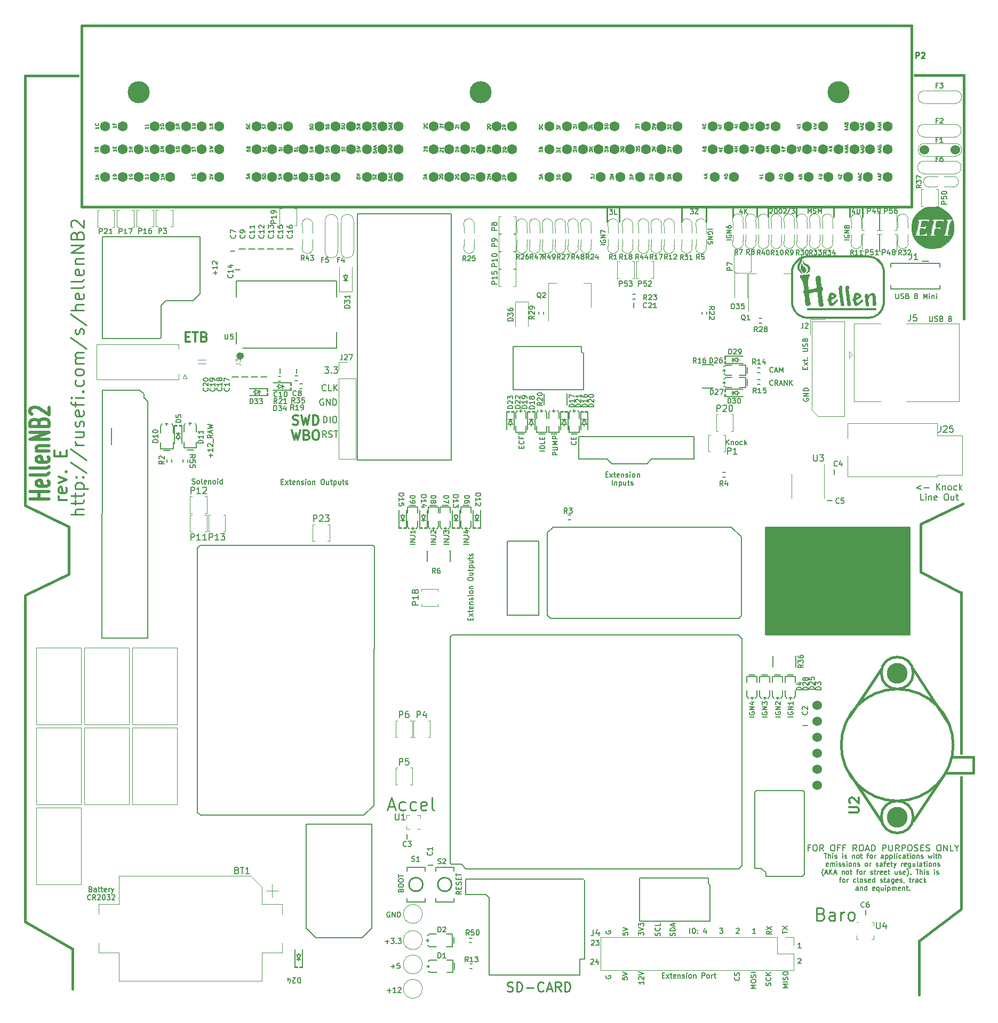
<source format=gto>
G04 #@! TF.GenerationSoftware,KiCad,Pcbnew,(6.0.1)*
G04 #@! TF.CreationDate,2022-03-05T15:20:44+02:00*
G04 #@! TF.ProjectId,hellen72_NB2,68656c6c-656e-4373-925f-4e42322e6b69,b*
G04 #@! TF.SameCoordinates,PX141ef50PYa2cc1bc*
G04 #@! TF.FileFunction,Legend,Top*
G04 #@! TF.FilePolarity,Positive*
%FSLAX46Y46*%
G04 Gerber Fmt 4.6, Leading zero omitted, Abs format (unit mm)*
G04 Created by KiCad (PCBNEW (6.0.1)) date 2022-03-05 15:20:44*
%MOMM*%
%LPD*%
G01*
G04 APERTURE LIST*
%ADD10C,0.250000*%
%ADD11C,0.381000*%
%ADD12C,0.127000*%
%ADD13C,0.170000*%
%ADD14C,0.150000*%
%ADD15C,0.300000*%
%ADD16C,0.500000*%
%ADD17C,0.200000*%
%ADD18C,0.375000*%
%ADD19C,0.180000*%
%ADD20C,0.222250*%
%ADD21C,0.304800*%
%ADD22C,0.120000*%
%ADD23C,0.002540*%
%ADD24C,0.099060*%
%ADD25C,0.203200*%
%ADD26C,0.254000*%
%ADD27C,0.616000*%
%ADD28C,3.500000*%
%ADD29C,1.600000*%
%ADD30C,3.302000*%
%ADD31C,1.524000*%
G04 APERTURE END LIST*
D10*
X106409680Y126255340D02*
X106409680Y123969340D01*
X124601530Y126256870D02*
X124601530Y124732870D01*
D11*
X2151680Y147130340D02*
X10551680Y147155340D01*
D10*
X96503680Y126255340D02*
X96503680Y123969340D01*
X133079680Y126255340D02*
X133079680Y124731340D01*
D11*
X144312640Y75950000D02*
X144312640Y68350000D01*
D10*
X94557054Y126224579D02*
X94557054Y123938579D01*
D11*
X144087640Y9705340D02*
X150687640Y14705340D01*
X151162640Y147255340D02*
X143351680Y147255340D01*
X151012640Y79150000D02*
X144312640Y75950000D01*
X151162640Y108555340D02*
X151162640Y147005340D01*
X9114040Y67955340D02*
X9114040Y75555340D01*
X9114040Y75555340D02*
X2176680Y78955340D01*
D10*
X120125680Y126255340D02*
X120125680Y124731340D01*
D11*
X2414040Y64755340D02*
X9114040Y67955340D01*
D10*
X142576680Y75430340D02*
X119676680Y75430340D01*
X119676680Y75430340D02*
X119676680Y58430340D01*
X119676680Y58430340D02*
X142576680Y58430340D01*
X142576680Y58430340D02*
X142576680Y75430340D01*
G36*
X142576680Y75430340D02*
G01*
X119676680Y75430340D01*
X119676680Y58430340D01*
X142576680Y58430340D01*
X142576680Y75430340D01*
G37*
X118347680Y126255340D02*
X118347680Y124731340D01*
X130539680Y126255340D02*
X130539680Y124731340D01*
X110281693Y126229724D02*
X110281693Y123943724D01*
X114537680Y126255340D02*
X114537680Y124731340D01*
X135111680Y126255340D02*
X135111680Y124731340D01*
D11*
X9701680Y2105340D02*
X9662640Y8305340D01*
X2162640Y79030340D02*
X2162640Y147130340D01*
X144312640Y68350000D02*
X150612640Y65150000D01*
X144101680Y1212400D02*
X144101680Y9755340D01*
X9662640Y8500000D02*
X2162640Y12800000D01*
X150762640Y39512400D02*
X150762640Y65130340D01*
X2162640Y12805340D02*
X2162640Y64605340D01*
X150762640Y14905340D02*
X150762640Y35712400D01*
D12*
X54813162Y138967706D02*
X54813162Y138725801D01*
X55055067Y138701611D01*
X55030876Y138725801D01*
X55006686Y138774182D01*
X55006686Y138895135D01*
X55030876Y138943516D01*
X55055067Y138967706D01*
X55103448Y138991897D01*
X55224400Y138991897D01*
X55272781Y138967706D01*
X55296972Y138943516D01*
X55321162Y138895135D01*
X55321162Y138774182D01*
X55296972Y138725801D01*
X55272781Y138701611D01*
X54813162Y139161230D02*
X55321162Y139499897D01*
X54813162Y139499897D02*
X55321162Y139161230D01*
X109888363Y138947295D02*
X110227030Y138947295D01*
X109694840Y138826343D02*
X110057697Y138705391D01*
X110057697Y139019867D01*
X110178649Y139503676D02*
X110202840Y139479486D01*
X110227030Y139406914D01*
X110227030Y139358533D01*
X110202840Y139285962D01*
X110154459Y139237581D01*
X110106078Y139213391D01*
X110009316Y139189200D01*
X109936744Y139189200D01*
X109839982Y139213391D01*
X109791601Y139237581D01*
X109743221Y139285962D01*
X109719030Y139358533D01*
X109719030Y139406914D01*
X109743221Y139479486D01*
X109767411Y139503676D01*
X37333217Y138990501D02*
X37333217Y138748596D01*
X37575122Y138724406D01*
X37550931Y138748596D01*
X37526741Y138796977D01*
X37526741Y138917929D01*
X37550931Y138966310D01*
X37575122Y138990501D01*
X37623503Y139014691D01*
X37744455Y139014691D01*
X37792836Y138990501D01*
X37817027Y138966310D01*
X37841217Y138917929D01*
X37841217Y138796977D01*
X37817027Y138748596D01*
X37792836Y138724406D01*
X37792836Y139522691D02*
X37817027Y139498501D01*
X37841217Y139425929D01*
X37841217Y139377548D01*
X37817027Y139304977D01*
X37768646Y139256596D01*
X37720265Y139232406D01*
X37623503Y139208215D01*
X37550931Y139208215D01*
X37454169Y139232406D01*
X37405788Y139256596D01*
X37357408Y139304977D01*
X37333217Y139377548D01*
X37333217Y139425929D01*
X37357408Y139498501D01*
X37381598Y139522691D01*
X94158041Y138669912D02*
X94158041Y138984388D01*
X94351565Y138815055D01*
X94351565Y138887626D01*
X94375755Y138936007D01*
X94399946Y138960198D01*
X94448327Y138984388D01*
X94569279Y138984388D01*
X94617660Y138960198D01*
X94641851Y138936007D01*
X94666041Y138887626D01*
X94666041Y138742483D01*
X94641851Y138694102D01*
X94617660Y138669912D01*
X94158041Y139298864D02*
X94158041Y139395626D01*
X94182232Y139444007D01*
X94230612Y139492388D01*
X94327374Y139516579D01*
X94496708Y139516579D01*
X94593470Y139492388D01*
X94641851Y139444007D01*
X94666041Y139395626D01*
X94666041Y139298864D01*
X94641851Y139250483D01*
X94593470Y139202102D01*
X94496708Y139177912D01*
X94327374Y139177912D01*
X94230612Y139202102D01*
X94182232Y139250483D01*
X94158041Y139298864D01*
X73074180Y135026055D02*
X73049990Y135050245D01*
X73025799Y135098626D01*
X73025799Y135219578D01*
X73049990Y135267959D01*
X73074180Y135292150D01*
X73122561Y135316340D01*
X73170942Y135316340D01*
X73243513Y135292150D01*
X73533799Y135001864D01*
X73533799Y135316340D01*
X73533799Y135534055D02*
X73025799Y135534055D01*
X73533799Y135824340D02*
X73243513Y135606626D01*
X73025799Y135824340D02*
X73316085Y135534055D01*
D13*
X71413584Y17618436D02*
X71032632Y17351769D01*
X71413584Y17161293D02*
X70613584Y17161293D01*
X70613584Y17466055D01*
X70651680Y17542245D01*
X70689775Y17580340D01*
X70765965Y17618436D01*
X70880251Y17618436D01*
X70956441Y17580340D01*
X70994537Y17542245D01*
X71032632Y17466055D01*
X71032632Y17161293D01*
X70994537Y17961293D02*
X70994537Y18227960D01*
X71413584Y18342245D02*
X71413584Y17961293D01*
X70613584Y17961293D01*
X70613584Y18342245D01*
X71375489Y18647007D02*
X71413584Y18761293D01*
X71413584Y18951769D01*
X71375489Y19027960D01*
X71337394Y19066055D01*
X71261203Y19104150D01*
X71185013Y19104150D01*
X71108822Y19066055D01*
X71070727Y19027960D01*
X71032632Y18951769D01*
X70994537Y18799388D01*
X70956441Y18723198D01*
X70918346Y18685102D01*
X70842156Y18647007D01*
X70765965Y18647007D01*
X70689775Y18685102D01*
X70651680Y18723198D01*
X70613584Y18799388D01*
X70613584Y18989864D01*
X70651680Y19104150D01*
X70994537Y19447007D02*
X70994537Y19713674D01*
X71413584Y19827960D02*
X71413584Y19447007D01*
X70613584Y19447007D01*
X70613584Y19827960D01*
X70613584Y20056531D02*
X70613584Y20513674D01*
X71413584Y20285102D02*
X70613584Y20285102D01*
X60240965Y5698198D02*
X60850489Y5698198D01*
X60545727Y5393436D02*
X60545727Y6002960D01*
X61612394Y6193436D02*
X61231441Y6193436D01*
X61193346Y5812483D01*
X61231441Y5850579D01*
X61307632Y5888674D01*
X61498108Y5888674D01*
X61574299Y5850579D01*
X61612394Y5812483D01*
X61650489Y5736293D01*
X61650489Y5545817D01*
X61612394Y5469626D01*
X61574299Y5431531D01*
X61498108Y5393436D01*
X61307632Y5393436D01*
X61231441Y5431531D01*
X61193346Y5469626D01*
D14*
X126436243Y125334122D02*
X126436243Y126096122D01*
X126690243Y125551836D01*
X126944243Y126096122D01*
X126944243Y125334122D01*
X127270814Y125370408D02*
X127379671Y125334122D01*
X127561100Y125334122D01*
X127633671Y125370408D01*
X127669957Y125406694D01*
X127706243Y125479265D01*
X127706243Y125551836D01*
X127669957Y125624408D01*
X127633671Y125660694D01*
X127561100Y125696979D01*
X127415957Y125733265D01*
X127343386Y125769551D01*
X127307100Y125805836D01*
X127270814Y125878408D01*
X127270814Y125950979D01*
X127307100Y126023551D01*
X127343386Y126059836D01*
X127415957Y126096122D01*
X127597386Y126096122D01*
X127706243Y126059836D01*
X128032814Y125334122D02*
X128032814Y126096122D01*
X128286814Y125551836D01*
X128540814Y126096122D01*
X128540814Y125334122D01*
D12*
X57429920Y135152128D02*
X57429920Y134910224D01*
X57671825Y134886033D01*
X57647634Y134910224D01*
X57623444Y134958604D01*
X57623444Y135079557D01*
X57647634Y135127938D01*
X57671825Y135152128D01*
X57720206Y135176319D01*
X57841158Y135176319D01*
X57889539Y135152128D01*
X57913730Y135127938D01*
X57937920Y135079557D01*
X57937920Y134958604D01*
X57913730Y134910224D01*
X57889539Y134886033D01*
X57792777Y135369843D02*
X57792777Y135611747D01*
X57937920Y135321462D02*
X57429920Y135490795D01*
X57937920Y135660128D01*
X57792777Y135805271D02*
X57792777Y136047176D01*
X57937920Y135756890D02*
X57429920Y135926224D01*
X57937920Y136095557D01*
X122093138Y130940050D02*
X122431805Y130940050D01*
X121899615Y130819098D02*
X122262472Y130698145D01*
X122262472Y131012622D01*
X121923805Y131302907D02*
X121923805Y131399669D01*
X121947996Y131448050D01*
X121996376Y131496431D01*
X122093138Y131520622D01*
X122262472Y131520622D01*
X122359234Y131496431D01*
X122407615Y131448050D01*
X122431805Y131399669D01*
X122431805Y131302907D01*
X122407615Y131254526D01*
X122359234Y131206145D01*
X122262472Y131181955D01*
X122093138Y131181955D01*
X121996376Y131206145D01*
X121947996Y131254526D01*
X121923805Y131302907D01*
X117442018Y138941783D02*
X117780685Y138941783D01*
X117248495Y138820831D02*
X117611352Y138699879D01*
X117611352Y139014355D01*
X117780685Y139207879D02*
X117272685Y139207879D01*
X117780685Y139498164D02*
X117490399Y139280450D01*
X117272685Y139498164D02*
X117562971Y139207879D01*
X119946054Y135317381D02*
X120284721Y135317381D01*
X119752531Y135196428D02*
X120115388Y135075476D01*
X120115388Y135389952D01*
X120284721Y135583476D02*
X119776721Y135583476D01*
X120139578Y135752809D01*
X119776721Y135922143D01*
X120284721Y135922143D01*
D13*
X120899299Y100119626D02*
X120861203Y100081531D01*
X120746918Y100043436D01*
X120670727Y100043436D01*
X120556441Y100081531D01*
X120480251Y100157721D01*
X120442156Y100233912D01*
X120404060Y100386293D01*
X120404060Y100500579D01*
X120442156Y100652960D01*
X120480251Y100729150D01*
X120556441Y100805340D01*
X120670727Y100843436D01*
X120746918Y100843436D01*
X120861203Y100805340D01*
X120899299Y100767245D01*
X121204060Y100272007D02*
X121585013Y100272007D01*
X121127870Y100043436D02*
X121394537Y100843436D01*
X121661203Y100043436D01*
X121927870Y100043436D02*
X121927870Y100843436D01*
X122194537Y100272007D01*
X122461203Y100843436D01*
X122461203Y100043436D01*
D12*
X21721986Y135351230D02*
X21721986Y135060945D01*
X21721986Y135206087D02*
X21213986Y135206087D01*
X21286557Y135157707D01*
X21334938Y135109326D01*
X21359129Y135060945D01*
X21721986Y135568945D02*
X21213986Y135568945D01*
X21721986Y135859230D02*
X21431700Y135641516D01*
X21213986Y135859230D02*
X21504272Y135568945D01*
X65510213Y135133039D02*
X65486023Y135157229D01*
X65461832Y135205610D01*
X65461832Y135326562D01*
X65486023Y135374943D01*
X65510213Y135399134D01*
X65558594Y135423324D01*
X65606975Y135423324D01*
X65679546Y135399134D01*
X65969832Y135108848D01*
X65969832Y135423324D01*
X65703737Y135810372D02*
X65727927Y135882943D01*
X65752118Y135907134D01*
X65800499Y135931324D01*
X65873070Y135931324D01*
X65921451Y135907134D01*
X65945642Y135882943D01*
X65969832Y135834562D01*
X65969832Y135641039D01*
X65461832Y135641039D01*
X65461832Y135810372D01*
X65486023Y135858753D01*
X65510213Y135882943D01*
X65558594Y135907134D01*
X65606975Y135907134D01*
X65655356Y135882943D01*
X65679546Y135858753D01*
X65703737Y135810372D01*
X65703737Y135641039D01*
D13*
X120664284Y11270520D02*
X120283332Y11003853D01*
X120664284Y10813377D02*
X119864284Y10813377D01*
X119864284Y11118139D01*
X119902380Y11194329D01*
X119940475Y11232424D01*
X120016665Y11270520D01*
X120130951Y11270520D01*
X120207141Y11232424D01*
X120245237Y11194329D01*
X120283332Y11118139D01*
X120283332Y10813377D01*
X119864284Y11537186D02*
X120664284Y12070520D01*
X119864284Y12070520D02*
X120664284Y11537186D01*
D12*
X83814379Y135019271D02*
X83814379Y135333747D01*
X84007903Y135164414D01*
X84007903Y135236985D01*
X84032093Y135285366D01*
X84056284Y135309557D01*
X84104665Y135333747D01*
X84225617Y135333747D01*
X84273998Y135309557D01*
X84298189Y135285366D01*
X84322379Y135236985D01*
X84322379Y135091843D01*
X84298189Y135043462D01*
X84273998Y135019271D01*
X84056284Y135720795D02*
X84080474Y135793366D01*
X84104665Y135817557D01*
X84153046Y135841747D01*
X84225617Y135841747D01*
X84273998Y135817557D01*
X84298189Y135793366D01*
X84322379Y135744985D01*
X84322379Y135551462D01*
X83814379Y135551462D01*
X83814379Y135720795D01*
X83838570Y135769176D01*
X83862760Y135793366D01*
X83911141Y135817557D01*
X83959522Y135817557D01*
X84007903Y135793366D01*
X84032093Y135769176D01*
X84056284Y135720795D01*
X84056284Y135551462D01*
D14*
X133017538Y121059028D02*
X132255538Y121059028D01*
X132291824Y121821028D02*
X132255538Y121748457D01*
X132255538Y121639600D01*
X132291824Y121530743D01*
X132364395Y121458171D01*
X132436966Y121421886D01*
X132582109Y121385600D01*
X132690966Y121385600D01*
X132836109Y121421886D01*
X132908681Y121458171D01*
X132981252Y121530743D01*
X133017538Y121639600D01*
X133017538Y121712171D01*
X132981252Y121821028D01*
X132944966Y121857314D01*
X132690966Y121857314D01*
X132690966Y121712171D01*
X133017538Y122183886D02*
X132255538Y122183886D01*
X133017538Y122619314D01*
X132255538Y122619314D01*
X132582109Y123091028D02*
X132545824Y123018457D01*
X132509538Y122982171D01*
X132436966Y122945886D01*
X132400681Y122945886D01*
X132328109Y122982171D01*
X132291824Y123018457D01*
X132255538Y123091028D01*
X132255538Y123236171D01*
X132291824Y123308743D01*
X132328109Y123345028D01*
X132400681Y123381314D01*
X132436966Y123381314D01*
X132509538Y123345028D01*
X132545824Y123308743D01*
X132582109Y123236171D01*
X132582109Y123091028D01*
X132618395Y123018457D01*
X132654681Y122982171D01*
X132727252Y122945886D01*
X132872395Y122945886D01*
X132944966Y122982171D01*
X132981252Y123018457D01*
X133017538Y123091028D01*
X133017538Y123236171D01*
X132981252Y123308743D01*
X132944966Y123345028D01*
X132872395Y123381314D01*
X132727252Y123381314D01*
X132654681Y123345028D01*
X132618395Y123308743D01*
X132582109Y123236171D01*
D12*
X78063466Y134979069D02*
X78039276Y135003260D01*
X78015085Y135051641D01*
X78015085Y135172593D01*
X78039276Y135220974D01*
X78063466Y135245165D01*
X78111847Y135269355D01*
X78160228Y135269355D01*
X78232799Y135245165D01*
X78523085Y134954879D01*
X78523085Y135269355D01*
X78571466Y135825736D02*
X78547276Y135777355D01*
X78498895Y135728974D01*
X78426323Y135656403D01*
X78402133Y135608022D01*
X78402133Y135559641D01*
X78523085Y135583831D02*
X78498895Y135535450D01*
X78450514Y135487069D01*
X78353752Y135462879D01*
X78184418Y135462879D01*
X78087656Y135487069D01*
X78039276Y135535450D01*
X78015085Y135583831D01*
X78015085Y135680593D01*
X78039276Y135728974D01*
X78087656Y135777355D01*
X78184418Y135801546D01*
X78353752Y135801546D01*
X78450514Y135777355D01*
X78498895Y135728974D01*
X78523085Y135680593D01*
X78523085Y135583831D01*
X75586268Y138649047D02*
X75562078Y138673238D01*
X75537887Y138721619D01*
X75537887Y138842571D01*
X75562078Y138890952D01*
X75586268Y138915143D01*
X75634649Y138939333D01*
X75683030Y138939333D01*
X75755601Y138915143D01*
X76045887Y138624857D01*
X76045887Y138939333D01*
X75537887Y139253809D02*
X75537887Y139350571D01*
X75562078Y139398952D01*
X75610458Y139447333D01*
X75707220Y139471524D01*
X75876554Y139471524D01*
X75973316Y139447333D01*
X76021697Y139398952D01*
X76045887Y139350571D01*
X76045887Y139253809D01*
X76021697Y139205428D01*
X75973316Y139157047D01*
X75876554Y139132857D01*
X75707220Y139132857D01*
X75610458Y139157047D01*
X75562078Y139205428D01*
X75537887Y139253809D01*
X124970230Y135360198D02*
X125308897Y135360198D01*
X124776707Y135239245D02*
X125139564Y135118293D01*
X125139564Y135432769D01*
X125284707Y135602102D02*
X125308897Y135674674D01*
X125308897Y135795626D01*
X125284707Y135844007D01*
X125260516Y135868198D01*
X125212135Y135892388D01*
X125163754Y135892388D01*
X125115373Y135868198D01*
X125091183Y135844007D01*
X125066992Y135795626D01*
X125042802Y135698864D01*
X125018611Y135650483D01*
X124994421Y135626293D01*
X124946040Y135602102D01*
X124897659Y135602102D01*
X124849278Y135626293D01*
X124825088Y135650483D01*
X124800897Y135698864D01*
X124800897Y135819817D01*
X124825088Y135892388D01*
X70527202Y130699681D02*
X70503012Y130723871D01*
X70478821Y130772252D01*
X70478821Y130893204D01*
X70503012Y130941585D01*
X70527202Y130965776D01*
X70575583Y130989966D01*
X70623964Y130989966D01*
X70696535Y130965776D01*
X70986821Y130675490D01*
X70986821Y130989966D01*
X70503012Y131473776D02*
X70478821Y131425395D01*
X70478821Y131352823D01*
X70503012Y131280252D01*
X70551392Y131231871D01*
X70599773Y131207681D01*
X70696535Y131183490D01*
X70769107Y131183490D01*
X70865869Y131207681D01*
X70914250Y131231871D01*
X70962631Y131280252D01*
X70986821Y131352823D01*
X70986821Y131401204D01*
X70962631Y131473776D01*
X70938440Y131497966D01*
X70769107Y131497966D01*
X70769107Y131401204D01*
D13*
X145762394Y108943436D02*
X145762394Y108295817D01*
X145800489Y108219626D01*
X145838584Y108181531D01*
X145914775Y108143436D01*
X146067156Y108143436D01*
X146143346Y108181531D01*
X146181441Y108219626D01*
X146219537Y108295817D01*
X146219537Y108943436D01*
X146562394Y108181531D02*
X146676680Y108143436D01*
X146867156Y108143436D01*
X146943346Y108181531D01*
X146981441Y108219626D01*
X147019537Y108295817D01*
X147019537Y108372007D01*
X146981441Y108448198D01*
X146943346Y108486293D01*
X146867156Y108524388D01*
X146714775Y108562483D01*
X146638584Y108600579D01*
X146600489Y108638674D01*
X146562394Y108714864D01*
X146562394Y108791055D01*
X146600489Y108867245D01*
X146638584Y108905340D01*
X146714775Y108943436D01*
X146905251Y108943436D01*
X147019537Y108905340D01*
X147629060Y108562483D02*
X147743346Y108524388D01*
X147781441Y108486293D01*
X147819537Y108410102D01*
X147819537Y108295817D01*
X147781441Y108219626D01*
X147743346Y108181531D01*
X147667156Y108143436D01*
X147362394Y108143436D01*
X147362394Y108943436D01*
X147629060Y108943436D01*
X147705251Y108905340D01*
X147743346Y108867245D01*
X147781441Y108791055D01*
X147781441Y108714864D01*
X147743346Y108638674D01*
X147705251Y108600579D01*
X147629060Y108562483D01*
X147362394Y108562483D01*
X149038584Y108562483D02*
X149152870Y108524388D01*
X149190965Y108486293D01*
X149229060Y108410102D01*
X149229060Y108295817D01*
X149190965Y108219626D01*
X149152870Y108181531D01*
X149076680Y108143436D01*
X148771918Y108143436D01*
X148771918Y108943436D01*
X149038584Y108943436D01*
X149114775Y108905340D01*
X149152870Y108867245D01*
X149190965Y108791055D01*
X149190965Y108714864D01*
X149152870Y108638674D01*
X149114775Y108600579D01*
X149038584Y108562483D01*
X148771918Y108562483D01*
D12*
X59870510Y135206692D02*
X59870510Y134964787D01*
X60112415Y134940596D01*
X60088224Y134964787D01*
X60064034Y135013168D01*
X60064034Y135134120D01*
X60088224Y135182501D01*
X60112415Y135206692D01*
X60160796Y135230882D01*
X60281748Y135230882D01*
X60330129Y135206692D01*
X60354320Y135182501D01*
X60378510Y135134120D01*
X60378510Y135013168D01*
X60354320Y134964787D01*
X60330129Y134940596D01*
X60233367Y135424406D02*
X60233367Y135666311D01*
X60378510Y135376025D02*
X59870510Y135545358D01*
X60378510Y135714692D01*
X60378510Y135884025D02*
X59870510Y135884025D01*
X59870510Y136004977D01*
X59894701Y136077549D01*
X59943081Y136125930D01*
X59991462Y136150120D01*
X60088224Y136174311D01*
X60160796Y136174311D01*
X60257558Y136150120D01*
X60305939Y136125930D01*
X60354320Y136077549D01*
X60378510Y136004977D01*
X60378510Y135884025D01*
X31944788Y139008579D02*
X31944788Y138718293D01*
X31944788Y138863436D02*
X31436788Y138863436D01*
X31509359Y138815055D01*
X31557740Y138766674D01*
X31581931Y138718293D01*
X31436788Y139177912D02*
X31944788Y139516579D01*
X31436788Y139516579D02*
X31944788Y139177912D01*
X75621158Y135055366D02*
X75596968Y135079557D01*
X75572777Y135127938D01*
X75572777Y135248890D01*
X75596968Y135297271D01*
X75621158Y135321462D01*
X75669539Y135345652D01*
X75717920Y135345652D01*
X75790491Y135321462D01*
X76080777Y135031176D01*
X76080777Y135345652D01*
X76080777Y135563366D02*
X75572777Y135563366D01*
X76080777Y135853652D01*
X75572777Y135853652D01*
D15*
X8806441Y79750579D02*
X7473108Y79750579D01*
X7854060Y79750579D02*
X7663584Y79845817D01*
X7568346Y79941055D01*
X7473108Y80131531D01*
X7473108Y80322007D01*
X8711203Y81750579D02*
X8806441Y81560102D01*
X8806441Y81179150D01*
X8711203Y80988674D01*
X8520727Y80893436D01*
X7758822Y80893436D01*
X7568346Y80988674D01*
X7473108Y81179150D01*
X7473108Y81560102D01*
X7568346Y81750579D01*
X7758822Y81845817D01*
X7949299Y81845817D01*
X8139775Y80893436D01*
X7473108Y82512483D02*
X8806441Y82988674D01*
X7473108Y83464864D01*
X8615965Y84226769D02*
X8711203Y84322007D01*
X8806441Y84226769D01*
X8711203Y84131531D01*
X8615965Y84226769D01*
X8806441Y84226769D01*
X7758822Y86702960D02*
X7758822Y87369626D01*
X8806441Y87655340D02*
X8806441Y86702960D01*
X6806441Y86702960D01*
X6806441Y87655340D01*
D13*
X122364284Y10899091D02*
X122364284Y11356234D01*
X123164284Y11127662D02*
X122364284Y11127662D01*
X122364284Y11546710D02*
X123164284Y12080043D01*
X122364284Y12080043D02*
X123164284Y11546710D01*
D12*
X91994854Y130786731D02*
X91994854Y131101208D01*
X92188378Y130931874D01*
X92188378Y131004446D01*
X92212568Y131052827D01*
X92236759Y131077017D01*
X92285140Y131101208D01*
X92406092Y131101208D01*
X92454473Y131077017D01*
X92478664Y131052827D01*
X92502854Y131004446D01*
X92502854Y130859303D01*
X92478664Y130810922D01*
X92454473Y130786731D01*
X91994854Y131464065D02*
X92357711Y131464065D01*
X92430283Y131439874D01*
X92478664Y131391493D01*
X92502854Y131318922D01*
X92502854Y131270541D01*
D13*
X117947584Y45299340D02*
X117147584Y45299340D01*
X117185680Y46099340D02*
X117147584Y46023150D01*
X117147584Y45908864D01*
X117185680Y45794579D01*
X117261870Y45718388D01*
X117338060Y45680293D01*
X117490441Y45642198D01*
X117604727Y45642198D01*
X117757108Y45680293D01*
X117833299Y45718388D01*
X117909489Y45794579D01*
X117947584Y45908864D01*
X117947584Y45985055D01*
X117909489Y46099340D01*
X117871394Y46137436D01*
X117604727Y46137436D01*
X117604727Y45985055D01*
X117947584Y46480293D02*
X117147584Y46480293D01*
X117947584Y46937436D01*
X117147584Y46937436D01*
X117414251Y47661245D02*
X117947584Y47661245D01*
X117109489Y47470769D02*
X117680918Y47280293D01*
X117680918Y47775531D01*
D12*
X86586887Y130621585D02*
X86586887Y130936061D01*
X86780411Y130766728D01*
X86780411Y130839299D01*
X86804601Y130887680D01*
X86828792Y130911871D01*
X86877173Y130936061D01*
X86998125Y130936061D01*
X87046506Y130911871D01*
X87070697Y130887680D01*
X87094887Y130839299D01*
X87094887Y130694157D01*
X87070697Y130645776D01*
X87046506Y130621585D01*
X87094887Y131153776D02*
X86586887Y131153776D01*
X86586887Y131274728D01*
X86611078Y131347299D01*
X86659458Y131395680D01*
X86707839Y131419871D01*
X86804601Y131444061D01*
X86877173Y131444061D01*
X86973935Y131419871D01*
X87022316Y131395680D01*
X87070697Y131347299D01*
X87094887Y131274728D01*
X87094887Y131153776D01*
X52440634Y135457296D02*
X52440634Y135215391D01*
X52682539Y135191201D01*
X52658348Y135215391D01*
X52634158Y135263772D01*
X52634158Y135384725D01*
X52658348Y135433106D01*
X52682539Y135457296D01*
X52730920Y135481487D01*
X52851872Y135481487D01*
X52900253Y135457296D01*
X52924444Y135433106D01*
X52948634Y135384725D01*
X52948634Y135263772D01*
X52924444Y135215391D01*
X52900253Y135191201D01*
X52440634Y135626629D02*
X52440634Y135916915D01*
X52948634Y135771772D02*
X52440634Y135771772D01*
D13*
X123264284Y2313377D02*
X122464284Y2313377D01*
X123035713Y2580043D01*
X122464284Y2846710D01*
X123264284Y2846710D01*
X123264284Y3227662D02*
X122464284Y3227662D01*
X123226189Y3570520D02*
X123264284Y3684805D01*
X123264284Y3875281D01*
X123226189Y3951472D01*
X123188094Y3989567D01*
X123111903Y4027662D01*
X123035713Y4027662D01*
X122959522Y3989567D01*
X122921427Y3951472D01*
X122883332Y3875281D01*
X122845237Y3722900D01*
X122807141Y3646710D01*
X122769046Y3608615D01*
X122692856Y3570520D01*
X122616665Y3570520D01*
X122540475Y3608615D01*
X122502380Y3646710D01*
X122464284Y3722900D01*
X122464284Y3913377D01*
X122502380Y4027662D01*
X122464284Y4522900D02*
X122464284Y4675281D01*
X122502380Y4751472D01*
X122578570Y4827662D01*
X122730951Y4865758D01*
X122997618Y4865758D01*
X123149999Y4827662D01*
X123226189Y4751472D01*
X123264284Y4675281D01*
X123264284Y4522900D01*
X123226189Y4446710D01*
X123149999Y4370520D01*
X122997618Y4332424D01*
X122730951Y4332424D01*
X122578570Y4370520D01*
X122502380Y4446710D01*
X122464284Y4522900D01*
X72589584Y72708317D02*
X71789584Y72708317D01*
X72589584Y73089269D02*
X71789584Y73089269D01*
X72589584Y73546412D01*
X71789584Y73546412D01*
X71789584Y74155936D02*
X72361013Y74155936D01*
X72475299Y74117840D01*
X72551489Y74041650D01*
X72589584Y73927364D01*
X72589584Y73851174D01*
X72056251Y74879745D02*
X72589584Y74879745D01*
X71751489Y74689269D02*
X72322918Y74498793D01*
X72322918Y74994031D01*
D12*
X134940750Y138748260D02*
X135279417Y138748260D01*
X134747227Y138627307D02*
X135110084Y138506355D01*
X135110084Y138820831D01*
X135134274Y138990164D02*
X135134274Y139232069D01*
X135279417Y138941783D02*
X134771417Y139111117D01*
X135279417Y139280450D01*
X135013322Y139449783D02*
X135013322Y139619117D01*
X135279417Y139691688D02*
X135279417Y139449783D01*
X134771417Y139449783D01*
X134771417Y139691688D01*
X24164294Y138967706D02*
X24164294Y138677420D01*
X24164294Y138822563D02*
X23656294Y138822563D01*
X23728865Y138774182D01*
X23777246Y138725801D01*
X23801437Y138677420D01*
X23656294Y139282182D02*
X23656294Y139378944D01*
X23680485Y139427325D01*
X23728865Y139475706D01*
X23825627Y139499897D01*
X23994961Y139499897D01*
X24091723Y139475706D01*
X24140104Y139427325D01*
X24164294Y139378944D01*
X24164294Y139282182D01*
X24140104Y139233801D01*
X24091723Y139185420D01*
X23994961Y139161230D01*
X23825627Y139161230D01*
X23728865Y139185420D01*
X23680485Y139233801D01*
X23656294Y139282182D01*
X104171503Y138658405D02*
X104171503Y138972882D01*
X104365027Y138803548D01*
X104365027Y138876120D01*
X104389217Y138924501D01*
X104413408Y138948691D01*
X104461789Y138972882D01*
X104582741Y138972882D01*
X104631122Y138948691D01*
X104655313Y138924501D01*
X104679503Y138876120D01*
X104679503Y138730977D01*
X104655313Y138682596D01*
X104631122Y138658405D01*
X104171503Y139142215D02*
X104171503Y139480882D01*
X104679503Y139142215D01*
X104679503Y139480882D01*
D10*
X78724894Y1798198D02*
X78939180Y1726769D01*
X79296322Y1726769D01*
X79439180Y1798198D01*
X79510608Y1869626D01*
X79582037Y2012483D01*
X79582037Y2155340D01*
X79510608Y2298198D01*
X79439180Y2369626D01*
X79296322Y2441055D01*
X79010608Y2512483D01*
X78867751Y2583912D01*
X78796322Y2655340D01*
X78724894Y2798198D01*
X78724894Y2941055D01*
X78796322Y3083912D01*
X78867751Y3155340D01*
X79010608Y3226769D01*
X79367751Y3226769D01*
X79582037Y3155340D01*
X80224894Y1726769D02*
X80224894Y3226769D01*
X80582037Y3226769D01*
X80796322Y3155340D01*
X80939180Y3012483D01*
X81010608Y2869626D01*
X81082037Y2583912D01*
X81082037Y2369626D01*
X81010608Y2083912D01*
X80939180Y1941055D01*
X80796322Y1798198D01*
X80582037Y1726769D01*
X80224894Y1726769D01*
X81724894Y2298198D02*
X82867751Y2298198D01*
X84439180Y1869626D02*
X84367751Y1798198D01*
X84153465Y1726769D01*
X84010608Y1726769D01*
X83796322Y1798198D01*
X83653465Y1941055D01*
X83582037Y2083912D01*
X83510608Y2369626D01*
X83510608Y2583912D01*
X83582037Y2869626D01*
X83653465Y3012483D01*
X83796322Y3155340D01*
X84010608Y3226769D01*
X84153465Y3226769D01*
X84367751Y3155340D01*
X84439180Y3083912D01*
X85010608Y2155340D02*
X85724894Y2155340D01*
X84867751Y1726769D02*
X85367751Y3226769D01*
X85867751Y1726769D01*
X87224894Y1726769D02*
X86724894Y2441055D01*
X86367751Y1726769D02*
X86367751Y3226769D01*
X86939180Y3226769D01*
X87082037Y3155340D01*
X87153465Y3083912D01*
X87224894Y2941055D01*
X87224894Y2726769D01*
X87153465Y2583912D01*
X87082037Y2512483D01*
X86939180Y2441055D01*
X86367751Y2441055D01*
X87867751Y1726769D02*
X87867751Y3226769D01*
X88224894Y3226769D01*
X88439180Y3155340D01*
X88582037Y3012483D01*
X88653465Y2869626D01*
X88724894Y2583912D01*
X88724894Y2369626D01*
X88653465Y2083912D01*
X88582037Y1941055D01*
X88439180Y1798198D01*
X88224894Y1726769D01*
X87867751Y1726769D01*
D12*
X127439376Y135389952D02*
X127778043Y135389952D01*
X127245853Y135269000D02*
X127608710Y135148047D01*
X127608710Y135462524D01*
X127270043Y135583476D02*
X127778043Y135752809D01*
X127270043Y135922143D01*
X94192931Y135076231D02*
X94192931Y135390707D01*
X94386455Y135221374D01*
X94386455Y135293945D01*
X94410645Y135342326D01*
X94434836Y135366517D01*
X94483217Y135390707D01*
X94604169Y135390707D01*
X94652550Y135366517D01*
X94676741Y135342326D01*
X94700931Y135293945D01*
X94700931Y135148802D01*
X94676741Y135100421D01*
X94652550Y135076231D01*
X94700931Y135608421D02*
X94192931Y135608421D01*
X94700931Y135898707D01*
X94192931Y135898707D01*
X26676382Y135384388D02*
X26676382Y135094102D01*
X26676382Y135239245D02*
X26168382Y135239245D01*
X26240953Y135190864D01*
X26289334Y135142483D01*
X26313525Y135094102D01*
X26724763Y135940769D02*
X26700573Y135892388D01*
X26652192Y135844007D01*
X26579620Y135771436D01*
X26555430Y135723055D01*
X26555430Y135674674D01*
X26676382Y135698864D02*
X26652192Y135650483D01*
X26603811Y135602102D01*
X26507049Y135577912D01*
X26337715Y135577912D01*
X26240953Y135602102D01*
X26192573Y135650483D01*
X26168382Y135698864D01*
X26168382Y135795626D01*
X26192573Y135844007D01*
X26240953Y135892388D01*
X26337715Y135916579D01*
X26507049Y135916579D01*
X26603811Y135892388D01*
X26652192Y135844007D01*
X26676382Y135795626D01*
X26676382Y135698864D01*
D14*
X144442156Y82024626D02*
X143680251Y81738912D01*
X144442156Y81453198D01*
X144823108Y81691293D02*
X145680251Y81691293D01*
X146823108Y81357960D02*
X146823108Y82357960D01*
X147394537Y81357960D02*
X146965965Y81929388D01*
X147394537Y82357960D02*
X146823108Y81786531D01*
X147823108Y82024626D02*
X147823108Y81357960D01*
X147823108Y81929388D02*
X147870727Y81977007D01*
X147965965Y82024626D01*
X148108822Y82024626D01*
X148204060Y81977007D01*
X148251680Y81881769D01*
X148251680Y81357960D01*
X148870727Y81357960D02*
X148775489Y81405579D01*
X148727870Y81453198D01*
X148680251Y81548436D01*
X148680251Y81834150D01*
X148727870Y81929388D01*
X148775489Y81977007D01*
X148870727Y82024626D01*
X149013584Y82024626D01*
X149108822Y81977007D01*
X149156441Y81929388D01*
X149204060Y81834150D01*
X149204060Y81548436D01*
X149156441Y81453198D01*
X149108822Y81405579D01*
X149013584Y81357960D01*
X148870727Y81357960D01*
X150061203Y81405579D02*
X149965965Y81357960D01*
X149775489Y81357960D01*
X149680251Y81405579D01*
X149632632Y81453198D01*
X149585013Y81548436D01*
X149585013Y81834150D01*
X149632632Y81929388D01*
X149680251Y81977007D01*
X149775489Y82024626D01*
X149965965Y82024626D01*
X150061203Y81977007D01*
X150489775Y81357960D02*
X150489775Y82357960D01*
X150585013Y81738912D02*
X150870727Y81357960D01*
X150870727Y82024626D02*
X150489775Y81643674D01*
X144799299Y79747960D02*
X144323108Y79747960D01*
X144323108Y80747960D01*
X145132632Y79747960D02*
X145132632Y80414626D01*
X145132632Y80747960D02*
X145085013Y80700340D01*
X145132632Y80652721D01*
X145180251Y80700340D01*
X145132632Y80747960D01*
X145132632Y80652721D01*
X145608822Y80414626D02*
X145608822Y79747960D01*
X145608822Y80319388D02*
X145656441Y80367007D01*
X145751680Y80414626D01*
X145894537Y80414626D01*
X145989775Y80367007D01*
X146037394Y80271769D01*
X146037394Y79747960D01*
X146894537Y79795579D02*
X146799299Y79747960D01*
X146608822Y79747960D01*
X146513584Y79795579D01*
X146465965Y79890817D01*
X146465965Y80271769D01*
X146513584Y80367007D01*
X146608822Y80414626D01*
X146799299Y80414626D01*
X146894537Y80367007D01*
X146942156Y80271769D01*
X146942156Y80176531D01*
X146465965Y80081293D01*
X148323108Y80747960D02*
X148513584Y80747960D01*
X148608822Y80700340D01*
X148704060Y80605102D01*
X148751680Y80414626D01*
X148751680Y80081293D01*
X148704060Y79890817D01*
X148608822Y79795579D01*
X148513584Y79747960D01*
X148323108Y79747960D01*
X148227870Y79795579D01*
X148132632Y79890817D01*
X148085013Y80081293D01*
X148085013Y80414626D01*
X148132632Y80605102D01*
X148227870Y80700340D01*
X148323108Y80747960D01*
X149608822Y80414626D02*
X149608822Y79747960D01*
X149180251Y80414626D02*
X149180251Y79890817D01*
X149227870Y79795579D01*
X149323108Y79747960D01*
X149465965Y79747960D01*
X149561203Y79795579D01*
X149608822Y79843198D01*
X149942156Y80414626D02*
X150323108Y80414626D01*
X150085013Y80747960D02*
X150085013Y79890817D01*
X150132632Y79795579D01*
X150227870Y79747960D01*
X150323108Y79747960D01*
X133834597Y125769774D02*
X133834597Y125261774D01*
X133653168Y126060060D02*
X133471739Y125515774D01*
X133943454Y125515774D01*
X134233739Y126023774D02*
X134233739Y125406917D01*
X134270025Y125334346D01*
X134306311Y125298060D01*
X134378882Y125261774D01*
X134524025Y125261774D01*
X134596597Y125298060D01*
X134632882Y125334346D01*
X134669168Y125406917D01*
X134669168Y126023774D01*
D13*
X42844537Y82662483D02*
X43111203Y82662483D01*
X43225489Y82243436D02*
X42844537Y82243436D01*
X42844537Y83043436D01*
X43225489Y83043436D01*
X43492156Y82243436D02*
X43911203Y82776769D01*
X43492156Y82776769D02*
X43911203Y82243436D01*
X44101680Y82776769D02*
X44406441Y82776769D01*
X44215965Y83043436D02*
X44215965Y82357721D01*
X44254060Y82281531D01*
X44330251Y82243436D01*
X44406441Y82243436D01*
X44977870Y82281531D02*
X44901680Y82243436D01*
X44749299Y82243436D01*
X44673108Y82281531D01*
X44635013Y82357721D01*
X44635013Y82662483D01*
X44673108Y82738674D01*
X44749299Y82776769D01*
X44901680Y82776769D01*
X44977870Y82738674D01*
X45015965Y82662483D01*
X45015965Y82586293D01*
X44635013Y82510102D01*
X45358822Y82776769D02*
X45358822Y82243436D01*
X45358822Y82700579D02*
X45396918Y82738674D01*
X45473108Y82776769D01*
X45587394Y82776769D01*
X45663584Y82738674D01*
X45701680Y82662483D01*
X45701680Y82243436D01*
X46044537Y82281531D02*
X46120727Y82243436D01*
X46273108Y82243436D01*
X46349299Y82281531D01*
X46387394Y82357721D01*
X46387394Y82395817D01*
X46349299Y82472007D01*
X46273108Y82510102D01*
X46158822Y82510102D01*
X46082632Y82548198D01*
X46044537Y82624388D01*
X46044537Y82662483D01*
X46082632Y82738674D01*
X46158822Y82776769D01*
X46273108Y82776769D01*
X46349299Y82738674D01*
X46730251Y82243436D02*
X46730251Y82776769D01*
X46730251Y83043436D02*
X46692156Y83005340D01*
X46730251Y82967245D01*
X46768346Y83005340D01*
X46730251Y83043436D01*
X46730251Y82967245D01*
X47225489Y82243436D02*
X47149299Y82281531D01*
X47111203Y82319626D01*
X47073108Y82395817D01*
X47073108Y82624388D01*
X47111203Y82700579D01*
X47149299Y82738674D01*
X47225489Y82776769D01*
X47339775Y82776769D01*
X47415965Y82738674D01*
X47454060Y82700579D01*
X47492156Y82624388D01*
X47492156Y82395817D01*
X47454060Y82319626D01*
X47415965Y82281531D01*
X47339775Y82243436D01*
X47225489Y82243436D01*
X47835013Y82776769D02*
X47835013Y82243436D01*
X47835013Y82700579D02*
X47873108Y82738674D01*
X47949299Y82776769D01*
X48063584Y82776769D01*
X48139775Y82738674D01*
X48177870Y82662483D01*
X48177870Y82243436D01*
X49320727Y83043436D02*
X49473108Y83043436D01*
X49549299Y83005340D01*
X49625489Y82929150D01*
X49663584Y82776769D01*
X49663584Y82510102D01*
X49625489Y82357721D01*
X49549299Y82281531D01*
X49473108Y82243436D01*
X49320727Y82243436D01*
X49244537Y82281531D01*
X49168346Y82357721D01*
X49130251Y82510102D01*
X49130251Y82776769D01*
X49168346Y82929150D01*
X49244537Y83005340D01*
X49320727Y83043436D01*
X50349299Y82776769D02*
X50349299Y82243436D01*
X50006441Y82776769D02*
X50006441Y82357721D01*
X50044537Y82281531D01*
X50120727Y82243436D01*
X50235013Y82243436D01*
X50311203Y82281531D01*
X50349299Y82319626D01*
X50615965Y82776769D02*
X50920727Y82776769D01*
X50730251Y83043436D02*
X50730251Y82357721D01*
X50768346Y82281531D01*
X50844537Y82243436D01*
X50920727Y82243436D01*
X51187394Y82776769D02*
X51187394Y81976769D01*
X51187394Y82738674D02*
X51263584Y82776769D01*
X51415965Y82776769D01*
X51492156Y82738674D01*
X51530251Y82700579D01*
X51568346Y82624388D01*
X51568346Y82395817D01*
X51530251Y82319626D01*
X51492156Y82281531D01*
X51415965Y82243436D01*
X51263584Y82243436D01*
X51187394Y82281531D01*
X52254060Y82776769D02*
X52254060Y82243436D01*
X51911203Y82776769D02*
X51911203Y82357721D01*
X51949299Y82281531D01*
X52025489Y82243436D01*
X52139775Y82243436D01*
X52215965Y82281531D01*
X52254060Y82319626D01*
X52520727Y82776769D02*
X52825489Y82776769D01*
X52635013Y83043436D02*
X52635013Y82357721D01*
X52673108Y82281531D01*
X52749299Y82243436D01*
X52825489Y82243436D01*
X53054060Y82281531D02*
X53130251Y82243436D01*
X53282632Y82243436D01*
X53358822Y82281531D01*
X53396918Y82357721D01*
X53396918Y82395817D01*
X53358822Y82472007D01*
X53282632Y82510102D01*
X53168346Y82510102D01*
X53092156Y82548198D01*
X53054060Y82624388D01*
X53054060Y82662483D01*
X53092156Y82738674D01*
X53168346Y82776769D01*
X53282632Y82776769D01*
X53358822Y82738674D01*
X72844537Y60698198D02*
X72844537Y60964864D01*
X73263584Y61079150D02*
X73263584Y60698198D01*
X72463584Y60698198D01*
X72463584Y61079150D01*
X73263584Y61345817D02*
X72730251Y61764864D01*
X72730251Y61345817D02*
X73263584Y61764864D01*
X72730251Y61955340D02*
X72730251Y62260102D01*
X72463584Y62069626D02*
X73149299Y62069626D01*
X73225489Y62107721D01*
X73263584Y62183912D01*
X73263584Y62260102D01*
X73225489Y62831531D02*
X73263584Y62755340D01*
X73263584Y62602960D01*
X73225489Y62526769D01*
X73149299Y62488674D01*
X72844537Y62488674D01*
X72768346Y62526769D01*
X72730251Y62602960D01*
X72730251Y62755340D01*
X72768346Y62831531D01*
X72844537Y62869626D01*
X72920727Y62869626D01*
X72996918Y62488674D01*
X72730251Y63212483D02*
X73263584Y63212483D01*
X72806441Y63212483D02*
X72768346Y63250579D01*
X72730251Y63326769D01*
X72730251Y63441055D01*
X72768346Y63517245D01*
X72844537Y63555340D01*
X73263584Y63555340D01*
X73225489Y63898198D02*
X73263584Y63974388D01*
X73263584Y64126769D01*
X73225489Y64202960D01*
X73149299Y64241055D01*
X73111203Y64241055D01*
X73035013Y64202960D01*
X72996918Y64126769D01*
X72996918Y64012483D01*
X72958822Y63936293D01*
X72882632Y63898198D01*
X72844537Y63898198D01*
X72768346Y63936293D01*
X72730251Y64012483D01*
X72730251Y64126769D01*
X72768346Y64202960D01*
X73263584Y64583912D02*
X72730251Y64583912D01*
X72463584Y64583912D02*
X72501680Y64545817D01*
X72539775Y64583912D01*
X72501680Y64622007D01*
X72463584Y64583912D01*
X72539775Y64583912D01*
X73263584Y65079150D02*
X73225489Y65002960D01*
X73187394Y64964864D01*
X73111203Y64926769D01*
X72882632Y64926769D01*
X72806441Y64964864D01*
X72768346Y65002960D01*
X72730251Y65079150D01*
X72730251Y65193436D01*
X72768346Y65269626D01*
X72806441Y65307721D01*
X72882632Y65345817D01*
X73111203Y65345817D01*
X73187394Y65307721D01*
X73225489Y65269626D01*
X73263584Y65193436D01*
X73263584Y65079150D01*
X72730251Y65688674D02*
X73263584Y65688674D01*
X72806441Y65688674D02*
X72768346Y65726769D01*
X72730251Y65802960D01*
X72730251Y65917245D01*
X72768346Y65993436D01*
X72844537Y66031531D01*
X73263584Y66031531D01*
X72463584Y67174388D02*
X72463584Y67326769D01*
X72501680Y67402960D01*
X72577870Y67479150D01*
X72730251Y67517245D01*
X72996918Y67517245D01*
X73149299Y67479150D01*
X73225489Y67402960D01*
X73263584Y67326769D01*
X73263584Y67174388D01*
X73225489Y67098198D01*
X73149299Y67022007D01*
X72996918Y66983912D01*
X72730251Y66983912D01*
X72577870Y67022007D01*
X72501680Y67098198D01*
X72463584Y67174388D01*
X72730251Y68202960D02*
X73263584Y68202960D01*
X72730251Y67860102D02*
X73149299Y67860102D01*
X73225489Y67898198D01*
X73263584Y67974388D01*
X73263584Y68088674D01*
X73225489Y68164864D01*
X73187394Y68202960D01*
X72730251Y68469626D02*
X72730251Y68774388D01*
X72463584Y68583912D02*
X73149299Y68583912D01*
X73225489Y68622007D01*
X73263584Y68698198D01*
X73263584Y68774388D01*
X72730251Y69041055D02*
X73530251Y69041055D01*
X72768346Y69041055D02*
X72730251Y69117245D01*
X72730251Y69269626D01*
X72768346Y69345817D01*
X72806441Y69383912D01*
X72882632Y69422007D01*
X73111203Y69422007D01*
X73187394Y69383912D01*
X73225489Y69345817D01*
X73263584Y69269626D01*
X73263584Y69117245D01*
X73225489Y69041055D01*
X72730251Y70107721D02*
X73263584Y70107721D01*
X72730251Y69764864D02*
X73149299Y69764864D01*
X73225489Y69802960D01*
X73263584Y69879150D01*
X73263584Y69993436D01*
X73225489Y70069626D01*
X73187394Y70107721D01*
X72730251Y70374388D02*
X72730251Y70679150D01*
X72463584Y70488674D02*
X73149299Y70488674D01*
X73225489Y70526769D01*
X73263584Y70602960D01*
X73263584Y70679150D01*
X73225489Y70907721D02*
X73263584Y70983912D01*
X73263584Y71136293D01*
X73225489Y71212483D01*
X73149299Y71250579D01*
X73111203Y71250579D01*
X73035013Y71212483D01*
X72996918Y71136293D01*
X72996918Y71022007D01*
X72958822Y70945817D01*
X72882632Y70907721D01*
X72844537Y70907721D01*
X72768346Y70945817D01*
X72730251Y71022007D01*
X72730251Y71136293D01*
X72768346Y71212483D01*
D12*
X134610636Y130730388D02*
X134949303Y130730388D01*
X134417113Y130609436D02*
X134779970Y130488483D01*
X134779970Y130802960D01*
X134804160Y130972293D02*
X134804160Y131214198D01*
X134949303Y130923912D02*
X134441303Y131093245D01*
X134949303Y131262579D01*
X134900922Y131722198D02*
X134925113Y131698007D01*
X134949303Y131625436D01*
X134949303Y131577055D01*
X134925113Y131504483D01*
X134876732Y131456102D01*
X134828351Y131431912D01*
X134731589Y131407721D01*
X134659017Y131407721D01*
X134562255Y131431912D01*
X134513874Y131456102D01*
X134465494Y131504483D01*
X134441303Y131577055D01*
X134441303Y131625436D01*
X134465494Y131698007D01*
X134489684Y131722198D01*
D13*
X115488094Y3970520D02*
X115526189Y3932424D01*
X115564284Y3818139D01*
X115564284Y3741948D01*
X115526189Y3627662D01*
X115449999Y3551472D01*
X115373808Y3513377D01*
X115221427Y3475281D01*
X115107141Y3475281D01*
X114954760Y3513377D01*
X114878570Y3551472D01*
X114802380Y3627662D01*
X114764284Y3741948D01*
X114764284Y3818139D01*
X114802380Y3932424D01*
X114840475Y3970520D01*
X115526189Y4275281D02*
X115564284Y4389567D01*
X115564284Y4580043D01*
X115526189Y4656234D01*
X115488094Y4694329D01*
X115411903Y4732424D01*
X115335713Y4732424D01*
X115259522Y4694329D01*
X115221427Y4656234D01*
X115183332Y4580043D01*
X115145237Y4427662D01*
X115107141Y4351472D01*
X115069046Y4313377D01*
X114992856Y4275281D01*
X114916665Y4275281D01*
X114840475Y4313377D01*
X114802380Y4351472D01*
X114764284Y4427662D01*
X114764284Y4618139D01*
X114802380Y4732424D01*
D12*
X125206409Y130930674D02*
X125545076Y130930674D01*
X125012886Y130809722D02*
X125375743Y130688770D01*
X125375743Y131003246D01*
X125545076Y131487055D02*
X125303171Y131317722D01*
X125545076Y131196770D02*
X125037076Y131196770D01*
X125037076Y131390293D01*
X125061267Y131438674D01*
X125085457Y131462865D01*
X125133838Y131487055D01*
X125206409Y131487055D01*
X125254790Y131462865D01*
X125278981Y131438674D01*
X125303171Y131390293D01*
X125303171Y131196770D01*
D13*
X113445680Y88543436D02*
X113445680Y89343436D01*
X113902822Y88543436D02*
X113559965Y89000579D01*
X113902822Y89343436D02*
X113445680Y88886293D01*
X114245680Y89076769D02*
X114245680Y88543436D01*
X114245680Y89000579D02*
X114283775Y89038674D01*
X114359965Y89076769D01*
X114474251Y89076769D01*
X114550441Y89038674D01*
X114588537Y88962483D01*
X114588537Y88543436D01*
X115083775Y88543436D02*
X115007584Y88581531D01*
X114969489Y88619626D01*
X114931394Y88695817D01*
X114931394Y88924388D01*
X114969489Y89000579D01*
X115007584Y89038674D01*
X115083775Y89076769D01*
X115198060Y89076769D01*
X115274251Y89038674D01*
X115312346Y89000579D01*
X115350441Y88924388D01*
X115350441Y88695817D01*
X115312346Y88619626D01*
X115274251Y88581531D01*
X115198060Y88543436D01*
X115083775Y88543436D01*
X116036156Y88581531D02*
X115959965Y88543436D01*
X115807584Y88543436D01*
X115731394Y88581531D01*
X115693299Y88619626D01*
X115655203Y88695817D01*
X115655203Y88924388D01*
X115693299Y89000579D01*
X115731394Y89038674D01*
X115807584Y89076769D01*
X115959965Y89076769D01*
X116036156Y89038674D01*
X116379013Y88543436D02*
X116379013Y89343436D01*
X116455203Y88848198D02*
X116683775Y88543436D01*
X116683775Y89076769D02*
X116379013Y88772007D01*
D12*
X124935340Y139002260D02*
X125274007Y139002260D01*
X124741817Y138881307D02*
X125104674Y138760355D01*
X125104674Y139074831D01*
X124766007Y139195783D02*
X124766007Y139486069D01*
X125274007Y139340926D02*
X124766007Y139340926D01*
D13*
X84673584Y87577626D02*
X83873584Y87577626D01*
X84673584Y87958579D02*
X83873584Y87958579D01*
X83873584Y88149055D01*
X83911680Y88263340D01*
X83987870Y88339531D01*
X84064060Y88377626D01*
X84216441Y88415721D01*
X84330727Y88415721D01*
X84483108Y88377626D01*
X84559299Y88339531D01*
X84635489Y88263340D01*
X84673584Y88149055D01*
X84673584Y87958579D01*
X84673584Y89139531D02*
X84673584Y88758579D01*
X83873584Y88758579D01*
X84254537Y89406198D02*
X84254537Y89672864D01*
X84673584Y89787150D02*
X84673584Y89406198D01*
X83873584Y89406198D01*
X83873584Y89787150D01*
D12*
X117476908Y135408579D02*
X117815575Y135408579D01*
X117283385Y135287626D02*
X117646242Y135166674D01*
X117646242Y135481150D01*
X117307575Y135819817D02*
X117670432Y135819817D01*
X117743004Y135795626D01*
X117791385Y135747245D01*
X117815575Y135674674D01*
X117815575Y135626293D01*
X70527202Y138787673D02*
X70503012Y138811864D01*
X70478821Y138860245D01*
X70478821Y138981197D01*
X70503012Y139029578D01*
X70527202Y139053768D01*
X70575583Y139077959D01*
X70623964Y139077959D01*
X70696535Y139053768D01*
X70986821Y138763483D01*
X70986821Y139077959D01*
X70986821Y139295673D02*
X70478821Y139295673D01*
X49928546Y135333557D02*
X49928546Y135091652D01*
X50170451Y135067462D01*
X50146260Y135091652D01*
X50122070Y135140033D01*
X50122070Y135260985D01*
X50146260Y135309366D01*
X50170451Y135333557D01*
X50218832Y135357747D01*
X50339784Y135357747D01*
X50388165Y135333557D01*
X50412356Y135309366D01*
X50436546Y135260985D01*
X50436546Y135140033D01*
X50412356Y135091652D01*
X50388165Y135067462D01*
X50436546Y135865747D02*
X50194641Y135696414D01*
X50436546Y135575462D02*
X49928546Y135575462D01*
X49928546Y135768985D01*
X49952737Y135817366D01*
X49976927Y135841557D01*
X50025308Y135865747D01*
X50097879Y135865747D01*
X50146260Y135841557D01*
X50170451Y135817366D01*
X50194641Y135768985D01*
X50194641Y135575462D01*
X119911164Y138935252D02*
X120249831Y138935252D01*
X119717641Y138814300D02*
X120080498Y138693347D01*
X120080498Y139007824D01*
X120249831Y139201347D02*
X119741831Y139201347D01*
X120249831Y139491633D01*
X119741831Y139491633D01*
X78028576Y138584846D02*
X78004386Y138609036D01*
X77980195Y138657417D01*
X77980195Y138778369D01*
X78004386Y138826750D01*
X78028576Y138850941D01*
X78076957Y138875131D01*
X78125338Y138875131D01*
X78197909Y138850941D01*
X78488195Y138560655D01*
X78488195Y138875131D01*
X78488195Y139383131D02*
X78246290Y139213798D01*
X78488195Y139092846D02*
X77980195Y139092846D01*
X77980195Y139286369D01*
X78004386Y139334750D01*
X78028576Y139358941D01*
X78076957Y139383131D01*
X78149528Y139383131D01*
X78197909Y139358941D01*
X78222100Y139334750D01*
X78246290Y139286369D01*
X78246290Y139092846D01*
X99147327Y138811456D02*
X99147327Y139125933D01*
X99340851Y138956599D01*
X99340851Y139029171D01*
X99365041Y139077552D01*
X99389232Y139101742D01*
X99437613Y139125933D01*
X99558565Y139125933D01*
X99606946Y139101742D01*
X99631137Y139077552D01*
X99655327Y139029171D01*
X99655327Y138884028D01*
X99631137Y138835647D01*
X99606946Y138811456D01*
X99147327Y139271075D02*
X99147327Y139561361D01*
X99655327Y139416218D02*
X99147327Y139416218D01*
D13*
X64064284Y72708317D02*
X63264284Y72708317D01*
X64064284Y73089269D02*
X63264284Y73089269D01*
X64064284Y73546412D01*
X63264284Y73546412D01*
X63264284Y74155936D02*
X63835713Y74155936D01*
X63949999Y74117840D01*
X64026189Y74041650D01*
X64064284Y73927364D01*
X64064284Y73851174D01*
X64064284Y74955936D02*
X64064284Y74498793D01*
X64064284Y74727364D02*
X63264284Y74727364D01*
X63378570Y74651174D01*
X63454760Y74574983D01*
X63492856Y74498793D01*
X69464284Y72708317D02*
X68664284Y72708317D01*
X69464284Y73089269D02*
X68664284Y73089269D01*
X69464284Y73546412D01*
X68664284Y73546412D01*
X68664284Y74155936D02*
X69235713Y74155936D01*
X69349999Y74117840D01*
X69426189Y74041650D01*
X69464284Y73927364D01*
X69464284Y73851174D01*
X68664284Y74460698D02*
X68664284Y74955936D01*
X68969046Y74689269D01*
X68969046Y74803555D01*
X69007141Y74879745D01*
X69045237Y74917840D01*
X69121427Y74955936D01*
X69311903Y74955936D01*
X69388094Y74917840D01*
X69426189Y74879745D01*
X69464284Y74803555D01*
X69464284Y74574983D01*
X69426189Y74498793D01*
X69388094Y74460698D01*
X125322403Y8650496D02*
X124865260Y8650496D01*
X125093832Y8650496D02*
X125093832Y9450496D01*
X125017641Y9336210D01*
X124941451Y9260020D01*
X124865260Y9221924D01*
D12*
X86586887Y138612816D02*
X86586887Y138927292D01*
X86780411Y138757959D01*
X86780411Y138830530D01*
X86804601Y138878911D01*
X86828792Y138903102D01*
X86877173Y138927292D01*
X86998125Y138927292D01*
X87046506Y138903102D01*
X87070697Y138878911D01*
X87094887Y138830530D01*
X87094887Y138685387D01*
X87070697Y138637006D01*
X87046506Y138612816D01*
X86828792Y139314340D02*
X86828792Y139145006D01*
X87094887Y139145006D02*
X86586887Y139145006D01*
X86586887Y139386911D01*
X114964820Y135336007D02*
X115303487Y135336007D01*
X114771297Y135215055D02*
X115134154Y135094102D01*
X115134154Y135408579D01*
X115303487Y135602102D02*
X114795487Y135602102D01*
X115037392Y135602102D02*
X115037392Y135892388D01*
X115303487Y135892388D02*
X114795487Y135892388D01*
D13*
X12594537Y17981483D02*
X12708822Y17943388D01*
X12746918Y17905293D01*
X12785013Y17829102D01*
X12785013Y17714817D01*
X12746918Y17638626D01*
X12708822Y17600531D01*
X12632632Y17562436D01*
X12327870Y17562436D01*
X12327870Y18362436D01*
X12594537Y18362436D01*
X12670727Y18324340D01*
X12708822Y18286245D01*
X12746918Y18210055D01*
X12746918Y18133864D01*
X12708822Y18057674D01*
X12670727Y18019579D01*
X12594537Y17981483D01*
X12327870Y17981483D01*
X13470727Y17562436D02*
X13470727Y17981483D01*
X13432632Y18057674D01*
X13356441Y18095769D01*
X13204060Y18095769D01*
X13127870Y18057674D01*
X13470727Y17600531D02*
X13394537Y17562436D01*
X13204060Y17562436D01*
X13127870Y17600531D01*
X13089775Y17676721D01*
X13089775Y17752912D01*
X13127870Y17829102D01*
X13204060Y17867198D01*
X13394537Y17867198D01*
X13470727Y17905293D01*
X13737394Y18095769D02*
X14042156Y18095769D01*
X13851680Y18362436D02*
X13851680Y17676721D01*
X13889775Y17600531D01*
X13965965Y17562436D01*
X14042156Y17562436D01*
X14194537Y18095769D02*
X14499299Y18095769D01*
X14308822Y18362436D02*
X14308822Y17676721D01*
X14346918Y17600531D01*
X14423108Y17562436D01*
X14499299Y17562436D01*
X15070727Y17600531D02*
X14994537Y17562436D01*
X14842156Y17562436D01*
X14765965Y17600531D01*
X14727870Y17676721D01*
X14727870Y17981483D01*
X14765965Y18057674D01*
X14842156Y18095769D01*
X14994537Y18095769D01*
X15070727Y18057674D01*
X15108822Y17981483D01*
X15108822Y17905293D01*
X14727870Y17829102D01*
X15451680Y17562436D02*
X15451680Y18095769D01*
X15451680Y17943388D02*
X15489775Y18019579D01*
X15527870Y18057674D01*
X15604060Y18095769D01*
X15680251Y18095769D01*
X15870727Y18095769D02*
X16061203Y17562436D01*
X16251680Y18095769D02*
X16061203Y17562436D01*
X15985013Y17371960D01*
X15946918Y17333864D01*
X15870727Y17295769D01*
X12575489Y16350626D02*
X12537394Y16312531D01*
X12423108Y16274436D01*
X12346918Y16274436D01*
X12232632Y16312531D01*
X12156441Y16388721D01*
X12118346Y16464912D01*
X12080251Y16617293D01*
X12080251Y16731579D01*
X12118346Y16883960D01*
X12156441Y16960150D01*
X12232632Y17036340D01*
X12346918Y17074436D01*
X12423108Y17074436D01*
X12537394Y17036340D01*
X12575489Y16998245D01*
X13375489Y16274436D02*
X13108822Y16655388D01*
X12918346Y16274436D02*
X12918346Y17074436D01*
X13223108Y17074436D01*
X13299299Y17036340D01*
X13337394Y16998245D01*
X13375489Y16922055D01*
X13375489Y16807769D01*
X13337394Y16731579D01*
X13299299Y16693483D01*
X13223108Y16655388D01*
X12918346Y16655388D01*
X13680251Y16998245D02*
X13718346Y17036340D01*
X13794537Y17074436D01*
X13985013Y17074436D01*
X14061203Y17036340D01*
X14099299Y16998245D01*
X14137394Y16922055D01*
X14137394Y16845864D01*
X14099299Y16731579D01*
X13642156Y16274436D01*
X14137394Y16274436D01*
X14632632Y17074436D02*
X14708822Y17074436D01*
X14785013Y17036340D01*
X14823108Y16998245D01*
X14861203Y16922055D01*
X14899299Y16769674D01*
X14899299Y16579198D01*
X14861203Y16426817D01*
X14823108Y16350626D01*
X14785013Y16312531D01*
X14708822Y16274436D01*
X14632632Y16274436D01*
X14556441Y16312531D01*
X14518346Y16350626D01*
X14480251Y16426817D01*
X14442156Y16579198D01*
X14442156Y16769674D01*
X14480251Y16922055D01*
X14518346Y16998245D01*
X14556441Y17036340D01*
X14632632Y17074436D01*
X15165965Y17074436D02*
X15661203Y17074436D01*
X15394537Y16769674D01*
X15508822Y16769674D01*
X15585013Y16731579D01*
X15623108Y16693483D01*
X15661203Y16617293D01*
X15661203Y16426817D01*
X15623108Y16350626D01*
X15585013Y16312531D01*
X15508822Y16274436D01*
X15280251Y16274436D01*
X15204060Y16312531D01*
X15165965Y16350626D01*
X15965965Y16998245D02*
X16004060Y17036340D01*
X16080251Y17074436D01*
X16270727Y17074436D01*
X16346918Y17036340D01*
X16385013Y16998245D01*
X16423108Y16922055D01*
X16423108Y16845864D01*
X16385013Y16731579D01*
X15927870Y16274436D01*
X16423108Y16274436D01*
D12*
X86621777Y135007040D02*
X86621777Y135321516D01*
X86815301Y135152182D01*
X86815301Y135224754D01*
X86839491Y135273135D01*
X86863682Y135297325D01*
X86912063Y135321516D01*
X87033015Y135321516D01*
X87081396Y135297325D01*
X87105587Y135273135D01*
X87129777Y135224754D01*
X87129777Y135079611D01*
X87105587Y135031230D01*
X87081396Y135007040D01*
X86863682Y135539230D02*
X86863682Y135708563D01*
X87129777Y135781135D02*
X87129777Y135539230D01*
X86621777Y135539230D01*
X86621777Y135781135D01*
D13*
X124064284Y45312400D02*
X123264284Y45312400D01*
X123302380Y46112400D02*
X123264284Y46036210D01*
X123264284Y45921924D01*
X123302380Y45807639D01*
X123378570Y45731448D01*
X123454760Y45693353D01*
X123607141Y45655258D01*
X123721427Y45655258D01*
X123873808Y45693353D01*
X123949999Y45731448D01*
X124026189Y45807639D01*
X124064284Y45921924D01*
X124064284Y45998115D01*
X124026189Y46112400D01*
X123988094Y46150496D01*
X123721427Y46150496D01*
X123721427Y45998115D01*
X124064284Y46493353D02*
X123264284Y46493353D01*
X124064284Y46950496D01*
X123264284Y46950496D01*
X124064284Y47750496D02*
X124064284Y47293353D01*
X124064284Y47521924D02*
X123264284Y47521924D01*
X123378570Y47445734D01*
X123454760Y47369543D01*
X123492856Y47293353D01*
D12*
X21687096Y139028182D02*
X21687096Y138737897D01*
X21687096Y138883039D02*
X21179096Y138883039D01*
X21251667Y138834658D01*
X21300048Y138786278D01*
X21324239Y138737897D01*
X21687096Y139487801D02*
X21687096Y139245897D01*
X21179096Y139245897D01*
X112435341Y138913800D02*
X112774008Y138913800D01*
X112241818Y138792848D02*
X112604675Y138671895D01*
X112604675Y138986372D01*
X112507913Y139349229D02*
X112507913Y139179895D01*
X112774008Y139179895D02*
X112266008Y139179895D01*
X112266008Y139421800D01*
D13*
X97064284Y11094329D02*
X97064284Y10713377D01*
X97445237Y10675281D01*
X97407141Y10713377D01*
X97369046Y10789567D01*
X97369046Y10980043D01*
X97407141Y11056234D01*
X97445237Y11094329D01*
X97521427Y11132424D01*
X97711903Y11132424D01*
X97788094Y11094329D01*
X97826189Y11056234D01*
X97864284Y10980043D01*
X97864284Y10789567D01*
X97826189Y10713377D01*
X97788094Y10675281D01*
X97064284Y11360996D02*
X97864284Y11627662D01*
X97064284Y11894329D01*
D12*
X75586268Y130669912D02*
X75562078Y130694102D01*
X75537887Y130742483D01*
X75537887Y130863436D01*
X75562078Y130911817D01*
X75586268Y130936007D01*
X75634649Y130960198D01*
X75683030Y130960198D01*
X75755601Y130936007D01*
X76045887Y130645721D01*
X76045887Y130960198D01*
X76045887Y131177912D02*
X75537887Y131177912D01*
X75900744Y131347245D01*
X75537887Y131516579D01*
X76045887Y131516579D01*
X26676382Y139014691D02*
X26676382Y138724406D01*
X26676382Y138869548D02*
X26168382Y138869548D01*
X26240953Y138821168D01*
X26289334Y138772787D01*
X26313525Y138724406D01*
X26676382Y139522691D02*
X26434477Y139353358D01*
X26676382Y139232406D02*
X26168382Y139232406D01*
X26168382Y139425929D01*
X26192573Y139474310D01*
X26216763Y139498501D01*
X26265144Y139522691D01*
X26337715Y139522691D01*
X26386096Y139498501D01*
X26410287Y139474310D01*
X26434477Y139425929D01*
X26434477Y139232406D01*
D16*
X5958822Y79967245D02*
X2958822Y79967245D01*
X4387394Y79967245D02*
X4387394Y81110102D01*
X5958822Y81110102D02*
X2958822Y81110102D01*
X5815965Y82824388D02*
X5958822Y82633912D01*
X5958822Y82252960D01*
X5815965Y82062483D01*
X5530251Y81967245D01*
X4387394Y81967245D01*
X4101680Y82062483D01*
X3958822Y82252960D01*
X3958822Y82633912D01*
X4101680Y82824388D01*
X4387394Y82919626D01*
X4673108Y82919626D01*
X4958822Y81967245D01*
X5958822Y84062483D02*
X5815965Y83872007D01*
X5530251Y83776769D01*
X2958822Y83776769D01*
X5958822Y85110102D02*
X5815965Y84919626D01*
X5530251Y84824388D01*
X2958822Y84824388D01*
X5815965Y86633912D02*
X5958822Y86443436D01*
X5958822Y86062483D01*
X5815965Y85872007D01*
X5530251Y85776769D01*
X4387394Y85776769D01*
X4101680Y85872007D01*
X3958822Y86062483D01*
X3958822Y86443436D01*
X4101680Y86633912D01*
X4387394Y86729150D01*
X4673108Y86729150D01*
X4958822Y85776769D01*
X3958822Y87586293D02*
X5958822Y87586293D01*
X4244537Y87586293D02*
X4101680Y87681531D01*
X3958822Y87872007D01*
X3958822Y88157721D01*
X4101680Y88348198D01*
X4387394Y88443436D01*
X5958822Y88443436D01*
X5958822Y89395817D02*
X2958822Y89395817D01*
X5958822Y90538674D01*
X2958822Y90538674D01*
X4387394Y92157721D02*
X4530251Y92443436D01*
X4673108Y92538674D01*
X4958822Y92633912D01*
X5387394Y92633912D01*
X5673108Y92538674D01*
X5815965Y92443436D01*
X5958822Y92252960D01*
X5958822Y91491055D01*
X2958822Y91491055D01*
X2958822Y92157721D01*
X3101680Y92348198D01*
X3244537Y92443436D01*
X3530251Y92538674D01*
X3815965Y92538674D01*
X4101680Y92443436D01*
X4244537Y92348198D01*
X4387394Y92157721D01*
X4387394Y91491055D01*
X3244537Y93395817D02*
X3101680Y93491055D01*
X2958822Y93681531D01*
X2958822Y94157721D01*
X3101680Y94348198D01*
X3244537Y94443436D01*
X3530251Y94538674D01*
X3815965Y94538674D01*
X4244537Y94443436D01*
X5958822Y93300579D01*
X5958822Y94538674D01*
D12*
X78028576Y130629901D02*
X78004386Y130654091D01*
X77980195Y130702472D01*
X77980195Y130823424D01*
X78004386Y130871805D01*
X78028576Y130895996D01*
X78076957Y130920186D01*
X78125338Y130920186D01*
X78197909Y130895996D01*
X78488195Y130605710D01*
X78488195Y130920186D01*
X78488195Y131137901D02*
X77980195Y131137901D01*
X77980195Y131331424D01*
X78004386Y131379805D01*
X78028576Y131403996D01*
X78076957Y131428186D01*
X78149528Y131428186D01*
X78197909Y131403996D01*
X78222100Y131379805D01*
X78246290Y131331424D01*
X78246290Y131137901D01*
D13*
X61817857Y17764286D02*
X61855952Y17878572D01*
X61894047Y17916667D01*
X61970238Y17954762D01*
X62084523Y17954762D01*
X62160714Y17916667D01*
X62198809Y17878572D01*
X62236904Y17802381D01*
X62236904Y17497620D01*
X61436904Y17497620D01*
X61436904Y17764286D01*
X61475000Y17840477D01*
X61513095Y17878572D01*
X61589285Y17916667D01*
X61665476Y17916667D01*
X61741666Y17878572D01*
X61779761Y17840477D01*
X61817857Y17764286D01*
X61817857Y17497620D01*
X61436904Y18450000D02*
X61436904Y18602381D01*
X61475000Y18678572D01*
X61551190Y18754762D01*
X61703571Y18792858D01*
X61970238Y18792858D01*
X62122619Y18754762D01*
X62198809Y18678572D01*
X62236904Y18602381D01*
X62236904Y18450000D01*
X62198809Y18373810D01*
X62122619Y18297620D01*
X61970238Y18259524D01*
X61703571Y18259524D01*
X61551190Y18297620D01*
X61475000Y18373810D01*
X61436904Y18450000D01*
X61436904Y19288096D02*
X61436904Y19440477D01*
X61475000Y19516667D01*
X61551190Y19592858D01*
X61703571Y19630953D01*
X61970238Y19630953D01*
X62122619Y19592858D01*
X62198809Y19516667D01*
X62236904Y19440477D01*
X62236904Y19288096D01*
X62198809Y19211905D01*
X62122619Y19135715D01*
X61970238Y19097620D01*
X61703571Y19097620D01*
X61551190Y19135715D01*
X61475000Y19211905D01*
X61436904Y19288096D01*
X61436904Y19859524D02*
X61436904Y20316667D01*
X62236904Y20088096D02*
X61436904Y20088096D01*
D12*
X68013299Y130747058D02*
X67989109Y130771248D01*
X67964918Y130819629D01*
X67964918Y130940581D01*
X67989109Y130988962D01*
X68013299Y131013153D01*
X68061680Y131037343D01*
X68110061Y131037343D01*
X68182632Y131013153D01*
X68472918Y130722867D01*
X68472918Y131037343D01*
X68472918Y131255058D02*
X67964918Y131255058D01*
X67964918Y131376010D01*
X67989109Y131448581D01*
X68037489Y131496962D01*
X68085870Y131521153D01*
X68182632Y131545343D01*
X68255204Y131545343D01*
X68351966Y131521153D01*
X68400347Y131496962D01*
X68448728Y131448581D01*
X68472918Y131376010D01*
X68472918Y131255058D01*
X29188470Y131071842D02*
X29188470Y130781556D01*
X29188470Y130926699D02*
X28680470Y130926699D01*
X28753041Y130878318D01*
X28801422Y130829937D01*
X28825613Y130781556D01*
X29164280Y131265365D02*
X29188470Y131337937D01*
X29188470Y131458889D01*
X29164280Y131507270D01*
X29140089Y131531461D01*
X29091708Y131555651D01*
X29043327Y131555651D01*
X28994946Y131531461D01*
X28970756Y131507270D01*
X28946565Y131458889D01*
X28922375Y131362127D01*
X28898184Y131313746D01*
X28873994Y131289556D01*
X28825613Y131265365D01*
X28777232Y131265365D01*
X28728851Y131289556D01*
X28704661Y131313746D01*
X28680470Y131362127D01*
X28680470Y131483080D01*
X28704661Y131555651D01*
D13*
X124865260Y6874305D02*
X124903356Y6912400D01*
X124979546Y6950496D01*
X125170022Y6950496D01*
X125246213Y6912400D01*
X125284308Y6874305D01*
X125322403Y6798115D01*
X125322403Y6721924D01*
X125284308Y6607639D01*
X124827165Y6150496D01*
X125322403Y6150496D01*
D12*
X29188470Y135446597D02*
X29188470Y135156311D01*
X29188470Y135301454D02*
X28680470Y135301454D01*
X28753041Y135253073D01*
X28801422Y135204692D01*
X28825613Y135156311D01*
X28680470Y135591739D02*
X28680470Y135882025D01*
X29188470Y135736882D02*
X28680470Y135736882D01*
D13*
X31657142Y86553572D02*
X31657142Y87163096D01*
X31961904Y86858334D02*
X31352380Y86858334D01*
X31961904Y87963096D02*
X31961904Y87505953D01*
X31961904Y87734524D02*
X31161904Y87734524D01*
X31276190Y87658334D01*
X31352380Y87582143D01*
X31390476Y87505953D01*
X31238095Y88267858D02*
X31200000Y88305953D01*
X31161904Y88382143D01*
X31161904Y88572620D01*
X31200000Y88648810D01*
X31238095Y88686905D01*
X31314285Y88725000D01*
X31390476Y88725000D01*
X31504761Y88686905D01*
X31961904Y88229762D01*
X31961904Y88725000D01*
X32038095Y88877381D02*
X32038095Y89486905D01*
X31961904Y90134524D02*
X31580952Y89867858D01*
X31961904Y89677381D02*
X31161904Y89677381D01*
X31161904Y89982143D01*
X31200000Y90058334D01*
X31238095Y90096429D01*
X31314285Y90134524D01*
X31428571Y90134524D01*
X31504761Y90096429D01*
X31542857Y90058334D01*
X31580952Y89982143D01*
X31580952Y89677381D01*
X31733333Y90439286D02*
X31733333Y90820239D01*
X31961904Y90363096D02*
X31161904Y90629762D01*
X31961904Y90896429D01*
X31161904Y91086905D02*
X31961904Y91277381D01*
X31390476Y91429762D01*
X31961904Y91582143D01*
X31161904Y91772620D01*
D12*
X65539870Y138810198D02*
X65515680Y138834388D01*
X65491489Y138882769D01*
X65491489Y139003721D01*
X65515680Y139052102D01*
X65539870Y139076293D01*
X65588251Y139100483D01*
X65636632Y139100483D01*
X65709203Y139076293D01*
X65999489Y138786007D01*
X65999489Y139100483D01*
X65951108Y139608483D02*
X65975299Y139584293D01*
X65999489Y139511721D01*
X65999489Y139463340D01*
X65975299Y139390769D01*
X65926918Y139342388D01*
X65878537Y139318198D01*
X65781775Y139294007D01*
X65709203Y139294007D01*
X65612441Y139318198D01*
X65564060Y139342388D01*
X65515680Y139390769D01*
X65491489Y139463340D01*
X65491489Y139511721D01*
X65515680Y139584293D01*
X65539870Y139608483D01*
D13*
X59319537Y9648198D02*
X59929060Y9648198D01*
X59624299Y9343436D02*
X59624299Y9952960D01*
X60233822Y10143436D02*
X60729060Y10143436D01*
X60462394Y9838674D01*
X60576680Y9838674D01*
X60652870Y9800579D01*
X60690965Y9762483D01*
X60729060Y9686293D01*
X60729060Y9495817D01*
X60690965Y9419626D01*
X60652870Y9381531D01*
X60576680Y9343436D01*
X60348108Y9343436D01*
X60271918Y9381531D01*
X60233822Y9419626D01*
X61071918Y9419626D02*
X61110013Y9381531D01*
X61071918Y9343436D01*
X61033822Y9381531D01*
X61071918Y9419626D01*
X61071918Y9343436D01*
X61376680Y10143436D02*
X61871918Y10143436D01*
X61605251Y9838674D01*
X61719537Y9838674D01*
X61795727Y9800579D01*
X61833822Y9762483D01*
X61871918Y9686293D01*
X61871918Y9495817D01*
X61833822Y9419626D01*
X61795727Y9381531D01*
X61719537Y9343436D01*
X61490965Y9343436D01*
X61414775Y9381531D01*
X61376680Y9419626D01*
X89566581Y89058928D02*
X89604676Y89020833D01*
X89642771Y88906547D01*
X89642771Y88830356D01*
X89604676Y88716071D01*
X89528486Y88639880D01*
X89452295Y88601785D01*
X89299914Y88563690D01*
X89185628Y88563690D01*
X89033247Y88601785D01*
X88957057Y88639880D01*
X88880867Y88716071D01*
X88842771Y88830356D01*
X88842771Y88906547D01*
X88880867Y89020833D01*
X88918962Y89058928D01*
X89223724Y89401785D02*
X89223724Y89668452D01*
X89642771Y89782737D02*
X89642771Y89401785D01*
X88842771Y89401785D01*
X88842771Y89782737D01*
X86705584Y86923626D02*
X85905584Y86923626D01*
X85905584Y87228388D01*
X85943680Y87304579D01*
X85981775Y87342674D01*
X86057965Y87380769D01*
X86172251Y87380769D01*
X86248441Y87342674D01*
X86286537Y87304579D01*
X86324632Y87228388D01*
X86324632Y86923626D01*
X85905584Y87723626D02*
X86553203Y87723626D01*
X86629394Y87761721D01*
X86667489Y87799817D01*
X86705584Y87876007D01*
X86705584Y88028388D01*
X86667489Y88104579D01*
X86629394Y88142674D01*
X86553203Y88180769D01*
X85905584Y88180769D01*
X86705584Y88561721D02*
X85905584Y88561721D01*
X86477013Y88828388D01*
X85905584Y89095055D01*
X86705584Y89095055D01*
X86705584Y89476007D02*
X85905584Y89476007D01*
X85905584Y89780769D01*
X85943680Y89856960D01*
X85981775Y89895055D01*
X86057965Y89933150D01*
X86172251Y89933150D01*
X86248441Y89895055D01*
X86286537Y89856960D01*
X86324632Y89780769D01*
X86324632Y89476007D01*
D12*
X101345404Y130669912D02*
X101345404Y130984388D01*
X101538928Y130815055D01*
X101538928Y130887626D01*
X101563118Y130936007D01*
X101587309Y130960198D01*
X101635690Y130984388D01*
X101756642Y130984388D01*
X101805023Y130960198D01*
X101829214Y130936007D01*
X101853404Y130887626D01*
X101853404Y130742483D01*
X101829214Y130694102D01*
X101805023Y130669912D01*
X101345404Y131202102D02*
X101756642Y131202102D01*
X101805023Y131226293D01*
X101829214Y131250483D01*
X101853404Y131298864D01*
X101853404Y131395626D01*
X101829214Y131444007D01*
X101805023Y131468198D01*
X101756642Y131492388D01*
X101345404Y131492388D01*
X42427173Y135466604D02*
X42427173Y135224700D01*
X42669078Y135200509D01*
X42644887Y135224700D01*
X42620697Y135273081D01*
X42620697Y135394033D01*
X42644887Y135442414D01*
X42669078Y135466604D01*
X42717459Y135490795D01*
X42838411Y135490795D01*
X42886792Y135466604D01*
X42910983Y135442414D01*
X42935173Y135394033D01*
X42935173Y135273081D01*
X42910983Y135224700D01*
X42886792Y135200509D01*
X42935173Y135708509D02*
X42427173Y135708509D01*
X47381568Y130936007D02*
X47381568Y130694102D01*
X47623473Y130669912D01*
X47599282Y130694102D01*
X47575092Y130742483D01*
X47575092Y130863436D01*
X47599282Y130911817D01*
X47623473Y130936007D01*
X47671854Y130960198D01*
X47792806Y130960198D01*
X47841187Y130936007D01*
X47865378Y130911817D01*
X47889568Y130863436D01*
X47889568Y130742483D01*
X47865378Y130694102D01*
X47841187Y130669912D01*
X47889568Y131177912D02*
X47381568Y131177912D01*
X47744425Y131347245D01*
X47381568Y131516579D01*
X47889568Y131516579D01*
D17*
X49736060Y100894960D02*
X50355108Y100894960D01*
X50021775Y100514007D01*
X50164632Y100514007D01*
X50259870Y100466388D01*
X50307489Y100418769D01*
X50355108Y100323531D01*
X50355108Y100085436D01*
X50307489Y99990198D01*
X50259870Y99942579D01*
X50164632Y99894960D01*
X49878918Y99894960D01*
X49783680Y99942579D01*
X49736060Y99990198D01*
X50783680Y99990198D02*
X50831299Y99942579D01*
X50783680Y99894960D01*
X50736060Y99942579D01*
X50783680Y99990198D01*
X50783680Y99894960D01*
X51164632Y100894960D02*
X51783680Y100894960D01*
X51450346Y100514007D01*
X51593203Y100514007D01*
X51688441Y100466388D01*
X51736060Y100418769D01*
X51783680Y100323531D01*
X51783680Y100085436D01*
X51736060Y99990198D01*
X51688441Y99942579D01*
X51593203Y99894960D01*
X51307489Y99894960D01*
X51212251Y99942579D01*
X51164632Y99990198D01*
D12*
X31944788Y131032769D02*
X31944788Y130742483D01*
X31944788Y130887626D02*
X31436788Y130887626D01*
X31509359Y130839245D01*
X31557740Y130790864D01*
X31581931Y130742483D01*
X31436788Y131177912D02*
X31944788Y131347245D01*
X31436788Y131516579D01*
D13*
X96964284Y3994329D02*
X96964284Y3613377D01*
X97345237Y3575281D01*
X97307141Y3613377D01*
X97269046Y3689567D01*
X97269046Y3880043D01*
X97307141Y3956234D01*
X97345237Y3994329D01*
X97421427Y4032424D01*
X97611903Y4032424D01*
X97688094Y3994329D01*
X97726189Y3956234D01*
X97764284Y3880043D01*
X97764284Y3689567D01*
X97726189Y3613377D01*
X97688094Y3575281D01*
X96964284Y4260996D02*
X97764284Y4527662D01*
X96964284Y4794329D01*
D12*
X99147327Y130832321D02*
X99147327Y131146797D01*
X99340851Y130977464D01*
X99340851Y131050035D01*
X99365041Y131098416D01*
X99389232Y131122607D01*
X99437613Y131146797D01*
X99558565Y131146797D01*
X99606946Y131122607D01*
X99631137Y131098416D01*
X99655327Y131050035D01*
X99655327Y130904892D01*
X99631137Y130856511D01*
X99606946Y130832321D01*
X99510184Y131340321D02*
X99510184Y131582226D01*
X99655327Y131291940D02*
X99147327Y131461273D01*
X99655327Y131630607D01*
X47416458Y135321462D02*
X47416458Y135079557D01*
X47658363Y135055366D01*
X47634172Y135079557D01*
X47609982Y135127938D01*
X47609982Y135248890D01*
X47634172Y135297271D01*
X47658363Y135321462D01*
X47706744Y135345652D01*
X47827696Y135345652D01*
X47876077Y135321462D01*
X47900268Y135297271D01*
X47924458Y135248890D01*
X47924458Y135127938D01*
X47900268Y135079557D01*
X47876077Y135055366D01*
X47924458Y135563366D02*
X47416458Y135563366D01*
X47924458Y135853652D01*
X47416458Y135853652D01*
X37333217Y131071842D02*
X37333217Y130829937D01*
X37575122Y130805746D01*
X37550931Y130829937D01*
X37526741Y130878318D01*
X37526741Y130999270D01*
X37550931Y131047651D01*
X37575122Y131071842D01*
X37623503Y131096032D01*
X37744455Y131096032D01*
X37792836Y131071842D01*
X37817027Y131047651D01*
X37841217Y130999270D01*
X37841217Y130878318D01*
X37817027Y130829937D01*
X37792836Y130805746D01*
X37696074Y131289556D02*
X37696074Y131531461D01*
X37841217Y131241175D02*
X37333217Y131410508D01*
X37841217Y131579842D01*
X122436671Y135348102D02*
X122775338Y135348102D01*
X122243148Y135227150D02*
X122606005Y135106198D01*
X122606005Y135420674D01*
X122775338Y135614198D02*
X122267338Y135614198D01*
X122267338Y135807721D01*
X122291529Y135856102D01*
X122315719Y135880293D01*
X122364100Y135904483D01*
X122436671Y135904483D01*
X122485052Y135880293D01*
X122509243Y135856102D01*
X122533433Y135807721D01*
X122533433Y135614198D01*
X95065184Y130645721D02*
X95065184Y130960198D01*
X95258708Y130790864D01*
X95258708Y130863436D01*
X95282898Y130911817D01*
X95307089Y130936007D01*
X95355470Y130960198D01*
X95476422Y130960198D01*
X95524803Y130936007D01*
X95548994Y130911817D01*
X95573184Y130863436D01*
X95573184Y130718293D01*
X95548994Y130669912D01*
X95524803Y130645721D01*
X95573184Y131177912D02*
X95065184Y131177912D01*
X95428041Y131347245D01*
X95065184Y131516579D01*
X95573184Y131516579D01*
D17*
X49934441Y97196198D02*
X49886822Y97148579D01*
X49743965Y97100960D01*
X49648727Y97100960D01*
X49505870Y97148579D01*
X49410632Y97243817D01*
X49363013Y97339055D01*
X49315394Y97529531D01*
X49315394Y97672388D01*
X49363013Y97862864D01*
X49410632Y97958102D01*
X49505870Y98053340D01*
X49648727Y98100960D01*
X49743965Y98100960D01*
X49886822Y98053340D01*
X49934441Y98005721D01*
X50839203Y97100960D02*
X50363013Y97100960D01*
X50363013Y98100960D01*
X51172537Y97100960D02*
X51172537Y98100960D01*
X51743965Y97100960D02*
X51315394Y97672388D01*
X51743965Y98100960D02*
X51172537Y97529531D01*
D13*
X100364284Y3332424D02*
X100364284Y2875281D01*
X100364284Y3103853D02*
X99564284Y3103853D01*
X99678570Y3027662D01*
X99754760Y2951472D01*
X99792856Y2875281D01*
X99640475Y3637186D02*
X99602380Y3675281D01*
X99564284Y3751472D01*
X99564284Y3941948D01*
X99602380Y4018139D01*
X99640475Y4056234D01*
X99716665Y4094329D01*
X99792856Y4094329D01*
X99907141Y4056234D01*
X100364284Y3599091D01*
X100364284Y4094329D01*
X99564284Y4322900D02*
X100364284Y4589567D01*
X99564284Y4856234D01*
X125751680Y95895817D02*
X125713584Y95819626D01*
X125713584Y95705340D01*
X125751680Y95591055D01*
X125827870Y95514864D01*
X125904060Y95476769D01*
X126056441Y95438674D01*
X126170727Y95438674D01*
X126323108Y95476769D01*
X126399299Y95514864D01*
X126475489Y95591055D01*
X126513584Y95705340D01*
X126513584Y95781531D01*
X126475489Y95895817D01*
X126437394Y95933912D01*
X126170727Y95933912D01*
X126170727Y95781531D01*
X126513584Y96276769D02*
X125713584Y96276769D01*
X126513584Y96733912D01*
X125713584Y96733912D01*
X126513584Y97114864D02*
X125713584Y97114864D01*
X125713584Y97305340D01*
X125751680Y97419626D01*
X125827870Y97495817D01*
X125904060Y97533912D01*
X126056441Y97572007D01*
X126170727Y97572007D01*
X126323108Y97533912D01*
X126399299Y97495817D01*
X126475489Y97419626D01*
X126513584Y97305340D01*
X126513584Y97114864D01*
D12*
X110110822Y131028636D02*
X110449489Y131028636D01*
X109917299Y130907684D02*
X110280156Y130786731D01*
X110280156Y131101208D01*
X110304346Y131270541D02*
X110304346Y131512446D01*
X110449489Y131222160D02*
X109941489Y131391493D01*
X110449489Y131560827D01*
X89238535Y135075424D02*
X89238535Y135389900D01*
X89432059Y135220567D01*
X89432059Y135293138D01*
X89456249Y135341519D01*
X89480440Y135365710D01*
X89528821Y135389900D01*
X89649773Y135389900D01*
X89698154Y135365710D01*
X89722345Y135341519D01*
X89746535Y135293138D01*
X89746535Y135147995D01*
X89722345Y135099614D01*
X89698154Y135075424D01*
X89746535Y135607614D02*
X89238535Y135607614D01*
X89480440Y135607614D02*
X89480440Y135897900D01*
X89746535Y135897900D02*
X89238535Y135897900D01*
X104206393Y135088915D02*
X104206393Y135403391D01*
X104399917Y135234058D01*
X104399917Y135306629D01*
X104424107Y135355010D01*
X104448298Y135379201D01*
X104496679Y135403391D01*
X104617631Y135403391D01*
X104666012Y135379201D01*
X104690203Y135355010D01*
X104714393Y135306629D01*
X104714393Y135161486D01*
X104690203Y135113105D01*
X104666012Y135088915D01*
X104472488Y135717867D02*
X104714393Y135717867D01*
X104206393Y135548534D02*
X104472488Y135717867D01*
X104206393Y135887201D01*
D14*
X114258816Y121075059D02*
X113496816Y121075059D01*
X113533102Y121837059D02*
X113496816Y121764488D01*
X113496816Y121655631D01*
X113533102Y121546774D01*
X113605673Y121474202D01*
X113678244Y121437917D01*
X113823387Y121401631D01*
X113932244Y121401631D01*
X114077387Y121437917D01*
X114149959Y121474202D01*
X114222530Y121546774D01*
X114258816Y121655631D01*
X114258816Y121728202D01*
X114222530Y121837059D01*
X114186244Y121873345D01*
X113932244Y121873345D01*
X113932244Y121728202D01*
X114258816Y122199917D02*
X113496816Y122199917D01*
X114258816Y122635345D01*
X113496816Y122635345D01*
X113496816Y123324774D02*
X113496816Y123179631D01*
X113533102Y123107059D01*
X113569387Y123070774D01*
X113678244Y122998202D01*
X113823387Y122961917D01*
X114113673Y122961917D01*
X114186244Y122998202D01*
X114222530Y123034488D01*
X114258816Y123107059D01*
X114258816Y123252202D01*
X114222530Y123324774D01*
X114186244Y123361059D01*
X114113673Y123397345D01*
X113932244Y123397345D01*
X113859673Y123361059D01*
X113823387Y123324774D01*
X113787102Y123252202D01*
X113787102Y123107059D01*
X113823387Y123034488D01*
X113859673Y122998202D01*
X113932244Y122961917D01*
D12*
X98205294Y130682007D02*
X98205294Y130996483D01*
X98398818Y130827150D01*
X98398818Y130899721D01*
X98423008Y130948102D01*
X98447199Y130972293D01*
X98495580Y130996483D01*
X98616532Y130996483D01*
X98664913Y130972293D01*
X98689104Y130948102D01*
X98713294Y130899721D01*
X98713294Y130754579D01*
X98689104Y130706198D01*
X98664913Y130682007D01*
X98713294Y131214198D02*
X98205294Y131214198D01*
X98205294Y131407721D01*
X98229485Y131456102D01*
X98253675Y131480293D01*
X98302056Y131504483D01*
X98374627Y131504483D01*
X98423008Y131480293D01*
X98447199Y131456102D01*
X98471389Y131407721D01*
X98471389Y131214198D01*
X112470231Y135308024D02*
X112808898Y135308024D01*
X112276708Y135187071D02*
X112639565Y135066119D01*
X112639565Y135380595D01*
X112542803Y135574119D02*
X112542803Y135743452D01*
X112808898Y135816024D02*
X112808898Y135574119D01*
X112300898Y135574119D01*
X112300898Y135816024D01*
X83779489Y130694293D02*
X83779489Y131008769D01*
X83973013Y130839436D01*
X83973013Y130912007D01*
X83997203Y130960388D01*
X84021394Y130984579D01*
X84069775Y131008769D01*
X84190727Y131008769D01*
X84239108Y130984579D01*
X84263299Y130960388D01*
X84287489Y130912007D01*
X84287489Y130766864D01*
X84263299Y130718483D01*
X84239108Y130694293D01*
X84142346Y131202293D02*
X84142346Y131444198D01*
X84287489Y131153912D02*
X83779489Y131323245D01*
X84287489Y131492579D01*
D13*
X107703356Y10950496D02*
X107703356Y11750496D01*
X108236689Y11750496D02*
X108389070Y11750496D01*
X108465260Y11712400D01*
X108541451Y11636210D01*
X108579546Y11483829D01*
X108579546Y11217162D01*
X108541451Y11064781D01*
X108465260Y10988591D01*
X108389070Y10950496D01*
X108236689Y10950496D01*
X108160499Y10988591D01*
X108084308Y11064781D01*
X108046213Y11217162D01*
X108046213Y11483829D01*
X108084308Y11636210D01*
X108160499Y11712400D01*
X108236689Y11750496D01*
X108922403Y11026686D02*
X108960499Y10988591D01*
X108922403Y10950496D01*
X108884308Y10988591D01*
X108922403Y11026686D01*
X108922403Y10950496D01*
X108922403Y11445734D02*
X108960499Y11407639D01*
X108922403Y11369543D01*
X108884308Y11407639D01*
X108922403Y11445734D01*
X108922403Y11369543D01*
X110255737Y11483829D02*
X110255737Y10950496D01*
X110065260Y11788591D02*
X109874784Y11217162D01*
X110370022Y11217162D01*
X112427165Y11750496D02*
X112922403Y11750496D01*
X112655737Y11445734D01*
X112770022Y11445734D01*
X112846213Y11407639D01*
X112884308Y11369543D01*
X112922403Y11293353D01*
X112922403Y11102877D01*
X112884308Y11026686D01*
X112846213Y10988591D01*
X112770022Y10950496D01*
X112541451Y10950496D01*
X112465260Y10988591D01*
X112427165Y11026686D01*
X115055737Y11674305D02*
X115093832Y11712400D01*
X115170022Y11750496D01*
X115360499Y11750496D01*
X115436689Y11712400D01*
X115474784Y11674305D01*
X115512880Y11598115D01*
X115512880Y11521924D01*
X115474784Y11407639D01*
X115017641Y10950496D01*
X115512880Y10950496D01*
X118103356Y10950496D02*
X117646213Y10950496D01*
X117874784Y10950496D02*
X117874784Y11750496D01*
X117798594Y11636210D01*
X117722403Y11560020D01*
X117646213Y11521924D01*
D12*
X65503026Y130735966D02*
X65478836Y130760157D01*
X65454645Y130808538D01*
X65454645Y130929490D01*
X65478836Y130977871D01*
X65503026Y131002062D01*
X65551407Y131026252D01*
X65599788Y131026252D01*
X65672359Y131002062D01*
X65962645Y130711776D01*
X65962645Y131026252D01*
X65817502Y131219776D02*
X65817502Y131461681D01*
X65962645Y131171395D02*
X65454645Y131340728D01*
X65962645Y131510062D01*
D13*
X94402380Y11332424D02*
X94364284Y11256234D01*
X94364284Y11141948D01*
X94402380Y11027662D01*
X94478570Y10951472D01*
X94554760Y10913377D01*
X94707141Y10875281D01*
X94821427Y10875281D01*
X94973808Y10913377D01*
X95049999Y10951472D01*
X95126189Y11027662D01*
X95164284Y11141948D01*
X95164284Y11218139D01*
X95126189Y11332424D01*
X95088094Y11370520D01*
X94821427Y11370520D01*
X94821427Y11218139D01*
D12*
X99182217Y135169394D02*
X99182217Y135483871D01*
X99375741Y135314537D01*
X99375741Y135387109D01*
X99399931Y135435490D01*
X99424122Y135459680D01*
X99472503Y135483871D01*
X99593455Y135483871D01*
X99641836Y135459680D01*
X99666027Y135435490D01*
X99690217Y135387109D01*
X99690217Y135241966D01*
X99666027Y135193585D01*
X99641836Y135169394D01*
X99666027Y135677394D02*
X99690217Y135749966D01*
X99690217Y135870918D01*
X99666027Y135919299D01*
X99641836Y135943490D01*
X99593455Y135967680D01*
X99545074Y135967680D01*
X99496693Y135943490D01*
X99472503Y135919299D01*
X99448312Y135870918D01*
X99424122Y135774156D01*
X99399931Y135725775D01*
X99375741Y135701585D01*
X99327360Y135677394D01*
X99278979Y135677394D01*
X99230598Y135701585D01*
X99206408Y135725775D01*
X99182217Y135774156D01*
X99182217Y135895109D01*
X99206408Y135967680D01*
X24164294Y135374025D02*
X24164294Y135083739D01*
X24164294Y135228882D02*
X23656294Y135228882D01*
X23728865Y135180501D01*
X23777246Y135132120D01*
X23801437Y135083739D01*
X24164294Y135591739D02*
X23656294Y135591739D01*
X24164294Y135882025D01*
X23656294Y135882025D01*
D13*
X105326189Y10575281D02*
X105364284Y10689567D01*
X105364284Y10880043D01*
X105326189Y10956234D01*
X105288094Y10994329D01*
X105211903Y11032424D01*
X105135713Y11032424D01*
X105059522Y10994329D01*
X105021427Y10956234D01*
X104983332Y10880043D01*
X104945237Y10727662D01*
X104907141Y10651472D01*
X104869046Y10613377D01*
X104792856Y10575281D01*
X104716665Y10575281D01*
X104640475Y10613377D01*
X104602380Y10651472D01*
X104564284Y10727662D01*
X104564284Y10918139D01*
X104602380Y11032424D01*
X105364284Y11375281D02*
X104564284Y11375281D01*
X104564284Y11565758D01*
X104602380Y11680043D01*
X104678570Y11756234D01*
X104754760Y11794329D01*
X104907141Y11832424D01*
X105021427Y11832424D01*
X105173808Y11794329D01*
X105249999Y11756234D01*
X105326189Y11680043D01*
X105364284Y11565758D01*
X105364284Y11375281D01*
X105135713Y12137186D02*
X105135713Y12518139D01*
X105364284Y12060996D02*
X104564284Y12327662D01*
X105364284Y12594329D01*
D10*
X11456441Y77472007D02*
X9456441Y77472007D01*
X11456441Y78329150D02*
X10408822Y78329150D01*
X10218346Y78233912D01*
X10123108Y78043436D01*
X10123108Y77757721D01*
X10218346Y77567245D01*
X10313584Y77472007D01*
X10123108Y78995817D02*
X10123108Y79757721D01*
X9456441Y79281531D02*
X11170727Y79281531D01*
X11361203Y79376769D01*
X11456441Y79567245D01*
X11456441Y79757721D01*
X10123108Y80138674D02*
X10123108Y80900579D01*
X9456441Y80424388D02*
X11170727Y80424388D01*
X11361203Y80519626D01*
X11456441Y80710102D01*
X11456441Y80900579D01*
X10123108Y81567245D02*
X12123108Y81567245D01*
X10218346Y81567245D02*
X10123108Y81757721D01*
X10123108Y82138674D01*
X10218346Y82329150D01*
X10313584Y82424388D01*
X10504060Y82519626D01*
X11075489Y82519626D01*
X11265965Y82424388D01*
X11361203Y82329150D01*
X11456441Y82138674D01*
X11456441Y81757721D01*
X11361203Y81567245D01*
X11265965Y83376769D02*
X11361203Y83472007D01*
X11456441Y83376769D01*
X11361203Y83281531D01*
X11265965Y83376769D01*
X11456441Y83376769D01*
X10218346Y83376769D02*
X10313584Y83472007D01*
X10408822Y83376769D01*
X10313584Y83281531D01*
X10218346Y83376769D01*
X10408822Y83376769D01*
X9361203Y85757721D02*
X11932632Y84043436D01*
X9361203Y87852960D02*
X11932632Y86138674D01*
X11456441Y88519626D02*
X10123108Y88519626D01*
X10504060Y88519626D02*
X10313584Y88614864D01*
X10218346Y88710102D01*
X10123108Y88900579D01*
X10123108Y89091055D01*
X10123108Y90614864D02*
X11456441Y90614864D01*
X10123108Y89757721D02*
X11170727Y89757721D01*
X11361203Y89852960D01*
X11456441Y90043436D01*
X11456441Y90329150D01*
X11361203Y90519626D01*
X11265965Y90614864D01*
X11361203Y91472007D02*
X11456441Y91662483D01*
X11456441Y92043436D01*
X11361203Y92233912D01*
X11170727Y92329150D01*
X11075489Y92329150D01*
X10885013Y92233912D01*
X10789775Y92043436D01*
X10789775Y91757721D01*
X10694537Y91567245D01*
X10504060Y91472007D01*
X10408822Y91472007D01*
X10218346Y91567245D01*
X10123108Y91757721D01*
X10123108Y92043436D01*
X10218346Y92233912D01*
X11361203Y93948198D02*
X11456441Y93757721D01*
X11456441Y93376769D01*
X11361203Y93186293D01*
X11170727Y93091055D01*
X10408822Y93091055D01*
X10218346Y93186293D01*
X10123108Y93376769D01*
X10123108Y93757721D01*
X10218346Y93948198D01*
X10408822Y94043436D01*
X10599299Y94043436D01*
X10789775Y93091055D01*
X10123108Y94614864D02*
X10123108Y95376769D01*
X11456441Y94900579D02*
X9742156Y94900579D01*
X9551680Y94995817D01*
X9456441Y95186293D01*
X9456441Y95376769D01*
X11456441Y96043436D02*
X10123108Y96043436D01*
X9456441Y96043436D02*
X9551680Y95948198D01*
X9646918Y96043436D01*
X9551680Y96138674D01*
X9456441Y96043436D01*
X9646918Y96043436D01*
X11265965Y96995817D02*
X11361203Y97091055D01*
X11456441Y96995817D01*
X11361203Y96900579D01*
X11265965Y96995817D01*
X11456441Y96995817D01*
X11361203Y98805340D02*
X11456441Y98614864D01*
X11456441Y98233912D01*
X11361203Y98043436D01*
X11265965Y97948198D01*
X11075489Y97852960D01*
X10504060Y97852960D01*
X10313584Y97948198D01*
X10218346Y98043436D01*
X10123108Y98233912D01*
X10123108Y98614864D01*
X10218346Y98805340D01*
X11456441Y99948198D02*
X11361203Y99757721D01*
X11265965Y99662483D01*
X11075489Y99567245D01*
X10504060Y99567245D01*
X10313584Y99662483D01*
X10218346Y99757721D01*
X10123108Y99948198D01*
X10123108Y100233912D01*
X10218346Y100424388D01*
X10313584Y100519626D01*
X10504060Y100614864D01*
X11075489Y100614864D01*
X11265965Y100519626D01*
X11361203Y100424388D01*
X11456441Y100233912D01*
X11456441Y99948198D01*
X11456441Y101472007D02*
X10123108Y101472007D01*
X10313584Y101472007D02*
X10218346Y101567245D01*
X10123108Y101757721D01*
X10123108Y102043436D01*
X10218346Y102233912D01*
X10408822Y102329150D01*
X11456441Y102329150D01*
X10408822Y102329150D02*
X10218346Y102424388D01*
X10123108Y102614864D01*
X10123108Y102900579D01*
X10218346Y103091055D01*
X10408822Y103186293D01*
X11456441Y103186293D01*
X9361203Y105567245D02*
X11932632Y103852960D01*
X11361203Y106138674D02*
X11456441Y106329150D01*
X11456441Y106710102D01*
X11361203Y106900579D01*
X11170727Y106995817D01*
X11075489Y106995817D01*
X10885013Y106900579D01*
X10789775Y106710102D01*
X10789775Y106424388D01*
X10694537Y106233912D01*
X10504060Y106138674D01*
X10408822Y106138674D01*
X10218346Y106233912D01*
X10123108Y106424388D01*
X10123108Y106710102D01*
X10218346Y106900579D01*
X9361203Y109281531D02*
X11932632Y107567245D01*
X11456441Y109948198D02*
X9456441Y109948198D01*
X11456441Y110805340D02*
X10408822Y110805340D01*
X10218346Y110710102D01*
X10123108Y110519626D01*
X10123108Y110233912D01*
X10218346Y110043436D01*
X10313584Y109948198D01*
X11361203Y112519626D02*
X11456441Y112329150D01*
X11456441Y111948198D01*
X11361203Y111757721D01*
X11170727Y111662483D01*
X10408822Y111662483D01*
X10218346Y111757721D01*
X10123108Y111948198D01*
X10123108Y112329150D01*
X10218346Y112519626D01*
X10408822Y112614864D01*
X10599299Y112614864D01*
X10789775Y111662483D01*
X11456441Y113757721D02*
X11361203Y113567245D01*
X11170727Y113472007D01*
X9456441Y113472007D01*
X11456441Y114805340D02*
X11361203Y114614864D01*
X11170727Y114519626D01*
X9456441Y114519626D01*
X11361203Y116329150D02*
X11456441Y116138674D01*
X11456441Y115757721D01*
X11361203Y115567245D01*
X11170727Y115472007D01*
X10408822Y115472007D01*
X10218346Y115567245D01*
X10123108Y115757721D01*
X10123108Y116138674D01*
X10218346Y116329150D01*
X10408822Y116424388D01*
X10599299Y116424388D01*
X10789775Y115472007D01*
X10123108Y117281531D02*
X11456441Y117281531D01*
X10313584Y117281531D02*
X10218346Y117376769D01*
X10123108Y117567245D01*
X10123108Y117852960D01*
X10218346Y118043436D01*
X10408822Y118138674D01*
X11456441Y118138674D01*
X11456441Y119091055D02*
X9456441Y119091055D01*
X11456441Y120233912D01*
X9456441Y120233912D01*
X10408822Y121852960D02*
X10504060Y122138674D01*
X10599299Y122233912D01*
X10789775Y122329150D01*
X11075489Y122329150D01*
X11265965Y122233912D01*
X11361203Y122138674D01*
X11456441Y121948198D01*
X11456441Y121186293D01*
X9456441Y121186293D01*
X9456441Y121852960D01*
X9551680Y122043436D01*
X9646918Y122138674D01*
X9837394Y122233912D01*
X10027870Y122233912D01*
X10218346Y122138674D01*
X10313584Y122043436D01*
X10408822Y121852960D01*
X10408822Y121186293D01*
X9646918Y123091055D02*
X9551680Y123186293D01*
X9456441Y123376769D01*
X9456441Y123852960D01*
X9551680Y124043436D01*
X9646918Y124138674D01*
X9837394Y124233912D01*
X10027870Y124233912D01*
X10313584Y124138674D01*
X11456441Y122995817D01*
X11456441Y124233912D01*
D13*
X120526189Y2675281D02*
X120564284Y2789567D01*
X120564284Y2980043D01*
X120526189Y3056234D01*
X120488094Y3094329D01*
X120411903Y3132424D01*
X120335713Y3132424D01*
X120259522Y3094329D01*
X120221427Y3056234D01*
X120183332Y2980043D01*
X120145237Y2827662D01*
X120107141Y2751472D01*
X120069046Y2713377D01*
X119992856Y2675281D01*
X119916665Y2675281D01*
X119840475Y2713377D01*
X119802380Y2751472D01*
X119764284Y2827662D01*
X119764284Y3018139D01*
X119802380Y3132424D01*
X120488094Y3932424D02*
X120526189Y3894329D01*
X120564284Y3780043D01*
X120564284Y3703853D01*
X120526189Y3589567D01*
X120449999Y3513377D01*
X120373808Y3475281D01*
X120221427Y3437186D01*
X120107141Y3437186D01*
X119954760Y3475281D01*
X119878570Y3513377D01*
X119802380Y3589567D01*
X119764284Y3703853D01*
X119764284Y3780043D01*
X119802380Y3894329D01*
X119840475Y3932424D01*
X120564284Y4275281D02*
X119764284Y4275281D01*
X120564284Y4732424D02*
X120107141Y4389567D01*
X119764284Y4732424D02*
X120221427Y4275281D01*
D14*
X94308394Y120286340D02*
X93546394Y120286340D01*
X93582680Y121048340D02*
X93546394Y120975769D01*
X93546394Y120866912D01*
X93582680Y120758055D01*
X93655251Y120685483D01*
X93727822Y120649198D01*
X93872965Y120612912D01*
X93981822Y120612912D01*
X94126965Y120649198D01*
X94199537Y120685483D01*
X94272108Y120758055D01*
X94308394Y120866912D01*
X94308394Y120939483D01*
X94272108Y121048340D01*
X94235822Y121084626D01*
X93981822Y121084626D01*
X93981822Y120939483D01*
X94308394Y121411198D02*
X93546394Y121411198D01*
X94308394Y121846626D01*
X93546394Y121846626D01*
X93546394Y122136912D02*
X93546394Y122644912D01*
X94308394Y122318340D01*
D18*
X27633822Y105712483D02*
X28133822Y105712483D01*
X28348108Y104926769D02*
X27633822Y104926769D01*
X27633822Y106426769D01*
X28348108Y106426769D01*
X28776680Y106426769D02*
X29633822Y106426769D01*
X29205251Y104926769D02*
X29205251Y106426769D01*
X30633822Y105712483D02*
X30848108Y105641055D01*
X30919537Y105569626D01*
X30990965Y105426769D01*
X30990965Y105212483D01*
X30919537Y105069626D01*
X30848108Y104998198D01*
X30705251Y104926769D01*
X30133822Y104926769D01*
X30133822Y106426769D01*
X30633822Y106426769D01*
X30776680Y106355340D01*
X30848108Y106283912D01*
X30919537Y106141055D01*
X30919537Y105998198D01*
X30848108Y105855340D01*
X30776680Y105783912D01*
X30633822Y105712483D01*
X30133822Y105712483D01*
D12*
X109923253Y135353614D02*
X110261920Y135353614D01*
X109729730Y135232662D02*
X110092587Y135111710D01*
X110092587Y135426186D01*
X109995825Y135789043D02*
X110020015Y135861614D01*
X110044206Y135885805D01*
X110092587Y135909995D01*
X110165158Y135909995D01*
X110213539Y135885805D01*
X110237730Y135861614D01*
X110261920Y135813233D01*
X110261920Y135619710D01*
X109753920Y135619710D01*
X109753920Y135789043D01*
X109778111Y135837424D01*
X109802301Y135861614D01*
X109850682Y135885805D01*
X109899063Y135885805D01*
X109947444Y135861614D01*
X109971634Y135837424D01*
X109995825Y135789043D01*
X109995825Y135619710D01*
X59903489Y138882769D02*
X59903489Y138640864D01*
X60145394Y138616674D01*
X60121203Y138640864D01*
X60097013Y138689245D01*
X60097013Y138810198D01*
X60121203Y138858579D01*
X60145394Y138882769D01*
X60193775Y138906960D01*
X60314727Y138906960D01*
X60363108Y138882769D01*
X60387299Y138858579D01*
X60411489Y138810198D01*
X60411489Y138689245D01*
X60387299Y138640864D01*
X60363108Y138616674D01*
X60266346Y139100483D02*
X60266346Y139342388D01*
X60411489Y139052102D02*
X59903489Y139221436D01*
X60411489Y139390769D01*
X60145394Y139560102D02*
X60145394Y139729436D01*
X60411489Y139802007D02*
X60411489Y139560102D01*
X59903489Y139560102D01*
X59903489Y139802007D01*
D14*
X110551884Y122734140D02*
X111313884Y122734140D01*
X111277599Y121972140D02*
X111313884Y122044712D01*
X111313884Y122153569D01*
X111277599Y122262426D01*
X111205027Y122334998D01*
X111132456Y122371283D01*
X110987313Y122407569D01*
X110878456Y122407569D01*
X110733313Y122371283D01*
X110660741Y122334998D01*
X110588170Y122262426D01*
X110551884Y122153569D01*
X110551884Y122080998D01*
X110588170Y121972140D01*
X110624456Y121935855D01*
X110878456Y121935855D01*
X110878456Y122080998D01*
X110551884Y121609283D02*
X111313884Y121609283D01*
X110551884Y121173855D01*
X111313884Y121173855D01*
X111313884Y120448140D02*
X111313884Y120810998D01*
X110951027Y120847283D01*
X110987313Y120810998D01*
X111023599Y120738426D01*
X111023599Y120556998D01*
X110987313Y120484426D01*
X110951027Y120448140D01*
X110878456Y120411855D01*
X110697027Y120411855D01*
X110624456Y120448140D01*
X110588170Y120484426D01*
X110551884Y120556998D01*
X110551884Y120738426D01*
X110588170Y120810998D01*
X110624456Y120847283D01*
D12*
X89203645Y138814248D02*
X89203645Y139128724D01*
X89397169Y138959391D01*
X89397169Y139031962D01*
X89421359Y139080343D01*
X89445550Y139104533D01*
X89493931Y139128724D01*
X89614883Y139128724D01*
X89663264Y139104533D01*
X89687455Y139080343D01*
X89711645Y139031962D01*
X89711645Y138886819D01*
X89687455Y138838438D01*
X89663264Y138814248D01*
X89711645Y139346438D02*
X89203645Y139346438D01*
D14*
X120392124Y125963737D02*
X120428410Y126000022D01*
X120500981Y126036308D01*
X120682410Y126036308D01*
X120754981Y126000022D01*
X120791267Y125963737D01*
X120827553Y125891165D01*
X120827553Y125818594D01*
X120791267Y125709737D01*
X120355838Y125274308D01*
X120827553Y125274308D01*
X121299267Y126036308D02*
X121371838Y126036308D01*
X121444410Y126000022D01*
X121480695Y125963737D01*
X121516981Y125891165D01*
X121553267Y125746022D01*
X121553267Y125564594D01*
X121516981Y125419451D01*
X121480695Y125346880D01*
X121444410Y125310594D01*
X121371838Y125274308D01*
X121299267Y125274308D01*
X121226695Y125310594D01*
X121190410Y125346880D01*
X121154124Y125419451D01*
X121117838Y125564594D01*
X121117838Y125746022D01*
X121154124Y125891165D01*
X121190410Y125963737D01*
X121226695Y126000022D01*
X121299267Y126036308D01*
X122024981Y126036308D02*
X122097553Y126036308D01*
X122170124Y126000022D01*
X122206410Y125963737D01*
X122242695Y125891165D01*
X122278981Y125746022D01*
X122278981Y125564594D01*
X122242695Y125419451D01*
X122206410Y125346880D01*
X122170124Y125310594D01*
X122097553Y125274308D01*
X122024981Y125274308D01*
X121952410Y125310594D01*
X121916124Y125346880D01*
X121879838Y125419451D01*
X121843553Y125564594D01*
X121843553Y125746022D01*
X121879838Y125891165D01*
X121916124Y125963737D01*
X121952410Y126000022D01*
X122024981Y126036308D01*
X122569267Y125963737D02*
X122605553Y126000022D01*
X122678124Y126036308D01*
X122859553Y126036308D01*
X122932124Y126000022D01*
X122968410Y125963737D01*
X123004695Y125891165D01*
X123004695Y125818594D01*
X122968410Y125709737D01*
X122532981Y125274308D01*
X123004695Y125274308D01*
X123839267Y126036308D02*
X124310981Y126036308D01*
X124056981Y125746022D01*
X124165838Y125746022D01*
X124238410Y125709737D01*
X124274695Y125673451D01*
X124310981Y125600880D01*
X124310981Y125419451D01*
X124274695Y125346880D01*
X124238410Y125310594D01*
X124165838Y125274308D01*
X123948124Y125274308D01*
X123875553Y125310594D01*
X123839267Y125346880D01*
D10*
X128515965Y14048198D02*
X128801680Y13952960D01*
X128896918Y13857721D01*
X128992156Y13667245D01*
X128992156Y13381531D01*
X128896918Y13191055D01*
X128801680Y13095817D01*
X128611203Y13000579D01*
X127849299Y13000579D01*
X127849299Y15000579D01*
X128515965Y15000579D01*
X128706441Y14905340D01*
X128801680Y14810102D01*
X128896918Y14619626D01*
X128896918Y14429150D01*
X128801680Y14238674D01*
X128706441Y14143436D01*
X128515965Y14048198D01*
X127849299Y14048198D01*
X130706441Y13000579D02*
X130706441Y14048198D01*
X130611203Y14238674D01*
X130420727Y14333912D01*
X130039775Y14333912D01*
X129849299Y14238674D01*
X130706441Y13095817D02*
X130515965Y13000579D01*
X130039775Y13000579D01*
X129849299Y13095817D01*
X129754060Y13286293D01*
X129754060Y13476769D01*
X129849299Y13667245D01*
X130039775Y13762483D01*
X130515965Y13762483D01*
X130706441Y13857721D01*
X131658822Y13000579D02*
X131658822Y14333912D01*
X131658822Y13952960D02*
X131754060Y14143436D01*
X131849299Y14238674D01*
X132039775Y14333912D01*
X132230251Y14333912D01*
X133182632Y13000579D02*
X132992156Y13095817D01*
X132896918Y13191055D01*
X132801680Y13381531D01*
X132801680Y13952960D01*
X132896918Y14143436D01*
X132992156Y14238674D01*
X133182632Y14333912D01*
X133468346Y14333912D01*
X133658822Y14238674D01*
X133754060Y14143436D01*
X133849299Y13952960D01*
X133849299Y13381531D01*
X133754060Y13191055D01*
X133658822Y13095817D01*
X133468346Y13000579D01*
X133182632Y13000579D01*
D12*
X134975640Y135130388D02*
X135314307Y135130388D01*
X134782117Y135009436D02*
X135144974Y134888483D01*
X135144974Y135202960D01*
X135169164Y135372293D02*
X135169164Y135614198D01*
X135314307Y135323912D02*
X134806307Y135493245D01*
X135314307Y135662579D01*
X135314307Y135831912D02*
X134806307Y135831912D01*
X134806307Y135952864D01*
X134830498Y136025436D01*
X134878878Y136073817D01*
X134927259Y136098007D01*
X135024021Y136122198D01*
X135096593Y136122198D01*
X135193355Y136098007D01*
X135241736Y136073817D01*
X135290117Y136025436D01*
X135314307Y135952864D01*
X135314307Y135831912D01*
X132463552Y135166674D02*
X132802219Y135166674D01*
X132270029Y135045721D02*
X132632886Y134924769D01*
X132632886Y135239245D01*
X132657076Y135408579D02*
X132657076Y135650483D01*
X132802219Y135360198D02*
X132294219Y135529531D01*
X132802219Y135698864D01*
X132657076Y135844007D02*
X132657076Y136085912D01*
X132802219Y135795626D02*
X132294219Y135964960D01*
X132802219Y136134293D01*
X118958396Y131021997D02*
X119297063Y131021997D01*
X118764873Y130901045D02*
X119127730Y130780093D01*
X119127730Y131094569D01*
X119297063Y131529997D02*
X119297063Y131288093D01*
X118789063Y131288093D01*
X49893656Y130972293D02*
X49893656Y130730388D01*
X50135561Y130706198D01*
X50111370Y130730388D01*
X50087180Y130778769D01*
X50087180Y130899721D01*
X50111370Y130948102D01*
X50135561Y130972293D01*
X50183942Y130996483D01*
X50304894Y130996483D01*
X50353275Y130972293D01*
X50377466Y130948102D01*
X50401656Y130899721D01*
X50401656Y130778769D01*
X50377466Y130730388D01*
X50353275Y130706198D01*
X50401656Y131214198D02*
X49893656Y131214198D01*
X49893656Y131407721D01*
X49917847Y131456102D01*
X49942037Y131480293D01*
X49990418Y131504483D01*
X50062989Y131504483D01*
X50111370Y131480293D01*
X50135561Y131456102D01*
X50159751Y131407721D01*
X50159751Y131214198D01*
D13*
X140382632Y112543436D02*
X140382632Y111895817D01*
X140420727Y111819626D01*
X140458822Y111781531D01*
X140535013Y111743436D01*
X140687394Y111743436D01*
X140763584Y111781531D01*
X140801680Y111819626D01*
X140839775Y111895817D01*
X140839775Y112543436D01*
X141182632Y111781531D02*
X141296918Y111743436D01*
X141487394Y111743436D01*
X141563584Y111781531D01*
X141601680Y111819626D01*
X141639775Y111895817D01*
X141639775Y111972007D01*
X141601680Y112048198D01*
X141563584Y112086293D01*
X141487394Y112124388D01*
X141335013Y112162483D01*
X141258822Y112200579D01*
X141220727Y112238674D01*
X141182632Y112314864D01*
X141182632Y112391055D01*
X141220727Y112467245D01*
X141258822Y112505340D01*
X141335013Y112543436D01*
X141525489Y112543436D01*
X141639775Y112505340D01*
X142249299Y112162483D02*
X142363584Y112124388D01*
X142401680Y112086293D01*
X142439775Y112010102D01*
X142439775Y111895817D01*
X142401680Y111819626D01*
X142363584Y111781531D01*
X142287394Y111743436D01*
X141982632Y111743436D01*
X141982632Y112543436D01*
X142249299Y112543436D01*
X142325489Y112505340D01*
X142363584Y112467245D01*
X142401680Y112391055D01*
X142401680Y112314864D01*
X142363584Y112238674D01*
X142325489Y112200579D01*
X142249299Y112162483D01*
X141982632Y112162483D01*
X143658822Y112162483D02*
X143773108Y112124388D01*
X143811203Y112086293D01*
X143849299Y112010102D01*
X143849299Y111895817D01*
X143811203Y111819626D01*
X143773108Y111781531D01*
X143696918Y111743436D01*
X143392156Y111743436D01*
X143392156Y112543436D01*
X143658822Y112543436D01*
X143735013Y112505340D01*
X143773108Y112467245D01*
X143811203Y112391055D01*
X143811203Y112314864D01*
X143773108Y112238674D01*
X143735013Y112200579D01*
X143658822Y112162483D01*
X143392156Y112162483D01*
X144801680Y111743436D02*
X144801680Y112543436D01*
X145068346Y111972007D01*
X145335013Y112543436D01*
X145335013Y111743436D01*
X145715965Y111743436D02*
X145715965Y112276769D01*
X145715965Y112543436D02*
X145677870Y112505340D01*
X145715965Y112467245D01*
X145754060Y112505340D01*
X145715965Y112543436D01*
X145715965Y112467245D01*
X146096918Y112276769D02*
X146096918Y111743436D01*
X146096918Y112200579D02*
X146135013Y112238674D01*
X146211203Y112276769D01*
X146325489Y112276769D01*
X146401680Y112238674D01*
X146439775Y112162483D01*
X146439775Y111743436D01*
X146820727Y111743436D02*
X146820727Y112276769D01*
X146820727Y112543436D02*
X146782632Y112505340D01*
X146820727Y112467245D01*
X146858822Y112505340D01*
X146820727Y112543436D01*
X146820727Y112467245D01*
D15*
X44683965Y91803698D02*
X44898251Y91732269D01*
X45255394Y91732269D01*
X45398251Y91803698D01*
X45469680Y91875126D01*
X45541108Y92017983D01*
X45541108Y92160840D01*
X45469680Y92303698D01*
X45398251Y92375126D01*
X45255394Y92446555D01*
X44969680Y92517983D01*
X44826822Y92589412D01*
X44755394Y92660840D01*
X44683965Y92803698D01*
X44683965Y92946555D01*
X44755394Y93089412D01*
X44826822Y93160840D01*
X44969680Y93232269D01*
X45326822Y93232269D01*
X45541108Y93160840D01*
X46041108Y93232269D02*
X46398251Y91732269D01*
X46683965Y92803698D01*
X46969680Y91732269D01*
X47326822Y93232269D01*
X47898251Y91732269D02*
X47898251Y93232269D01*
X48255394Y93232269D01*
X48469680Y93160840D01*
X48612537Y93017983D01*
X48683965Y92875126D01*
X48755394Y92589412D01*
X48755394Y92375126D01*
X48683965Y92089412D01*
X48612537Y91946555D01*
X48469680Y91803698D01*
X48255394Y91732269D01*
X47898251Y91732269D01*
X44541108Y90817269D02*
X44898251Y89317269D01*
X45183965Y90388698D01*
X45469680Y89317269D01*
X45826822Y90817269D01*
X46898251Y90102983D02*
X47112537Y90031555D01*
X47183965Y89960126D01*
X47255394Y89817269D01*
X47255394Y89602983D01*
X47183965Y89460126D01*
X47112537Y89388698D01*
X46969680Y89317269D01*
X46398251Y89317269D01*
X46398251Y90817269D01*
X46898251Y90817269D01*
X47041108Y90745840D01*
X47112537Y90674412D01*
X47183965Y90531555D01*
X47183965Y90388698D01*
X47112537Y90245840D01*
X47041108Y90174412D01*
X46898251Y90102983D01*
X46398251Y90102983D01*
X48183965Y90817269D02*
X48469680Y90817269D01*
X48612537Y90745840D01*
X48755394Y90602983D01*
X48826822Y90317269D01*
X48826822Y89817269D01*
X48755394Y89531555D01*
X48612537Y89388698D01*
X48469680Y89317269D01*
X48183965Y89317269D01*
X48041108Y89388698D01*
X47898251Y89531555D01*
X47826822Y89817269D01*
X47826822Y90317269D01*
X47898251Y90602983D01*
X48041108Y90745840D01*
X48183965Y90817269D01*
D13*
X67364284Y72708317D02*
X66564284Y72708317D01*
X67364284Y73089269D02*
X66564284Y73089269D01*
X67364284Y73546412D01*
X66564284Y73546412D01*
X66564284Y74155936D02*
X67135713Y74155936D01*
X67249999Y74117840D01*
X67326189Y74041650D01*
X67364284Y73927364D01*
X67364284Y73851174D01*
X66640475Y74498793D02*
X66602380Y74536888D01*
X66564284Y74613079D01*
X66564284Y74803555D01*
X66602380Y74879745D01*
X66640475Y74917840D01*
X66716665Y74955936D01*
X66792856Y74955936D01*
X66907141Y74917840D01*
X67364284Y74460698D01*
X67364284Y74955936D01*
D10*
X59830251Y31072007D02*
X60782632Y31072007D01*
X59639775Y30500579D02*
X60306441Y32500579D01*
X60973108Y30500579D01*
X62496918Y30595817D02*
X62306441Y30500579D01*
X61925489Y30500579D01*
X61735013Y30595817D01*
X61639775Y30691055D01*
X61544537Y30881531D01*
X61544537Y31452960D01*
X61639775Y31643436D01*
X61735013Y31738674D01*
X61925489Y31833912D01*
X62306441Y31833912D01*
X62496918Y31738674D01*
X64211203Y30595817D02*
X64020727Y30500579D01*
X63639775Y30500579D01*
X63449299Y30595817D01*
X63354060Y30691055D01*
X63258822Y30881531D01*
X63258822Y31452960D01*
X63354060Y31643436D01*
X63449299Y31738674D01*
X63639775Y31833912D01*
X64020727Y31833912D01*
X64211203Y31738674D01*
X65830251Y30595817D02*
X65639775Y30500579D01*
X65258822Y30500579D01*
X65068346Y30595817D01*
X64973108Y30786293D01*
X64973108Y31548198D01*
X65068346Y31738674D01*
X65258822Y31833912D01*
X65639775Y31833912D01*
X65830251Y31738674D01*
X65925489Y31548198D01*
X65925489Y31357721D01*
X64973108Y31167245D01*
X67068346Y30500579D02*
X66877870Y30595817D01*
X66782632Y30786293D01*
X66782632Y32500579D01*
D12*
X137689017Y138717538D02*
X138027684Y138717538D01*
X137495494Y138596585D02*
X137858351Y138475633D01*
X137858351Y138790109D01*
X137882541Y138959443D02*
X137882541Y139201347D01*
X138027684Y138911062D02*
X137519684Y139080395D01*
X138027684Y139249728D01*
X138027684Y139419062D02*
X137519684Y139419062D01*
X137761589Y139419062D02*
X137761589Y139709347D01*
X138027684Y139709347D02*
X137519684Y139709347D01*
X16639302Y130989790D02*
X16639302Y130699505D01*
X16639302Y130844647D02*
X16131302Y130844647D01*
X16203873Y130796267D01*
X16252254Y130747886D01*
X16276445Y130699505D01*
X16639302Y131207505D02*
X16131302Y131207505D01*
X16131302Y131328457D01*
X16155493Y131401028D01*
X16203873Y131449409D01*
X16252254Y131473600D01*
X16349016Y131497790D01*
X16421588Y131497790D01*
X16518350Y131473600D01*
X16566731Y131449409D01*
X16615112Y131401028D01*
X16639302Y131328457D01*
X16639302Y131207505D01*
D19*
X94335013Y83831483D02*
X94601680Y83831483D01*
X94715965Y83412436D02*
X94335013Y83412436D01*
X94335013Y84212436D01*
X94715965Y84212436D01*
X94982632Y83412436D02*
X95401680Y83945769D01*
X94982632Y83945769D02*
X95401680Y83412436D01*
X95592156Y83945769D02*
X95896918Y83945769D01*
X95706441Y84212436D02*
X95706441Y83526721D01*
X95744537Y83450531D01*
X95820727Y83412436D01*
X95896918Y83412436D01*
X96468346Y83450531D02*
X96392156Y83412436D01*
X96239775Y83412436D01*
X96163584Y83450531D01*
X96125489Y83526721D01*
X96125489Y83831483D01*
X96163584Y83907674D01*
X96239775Y83945769D01*
X96392156Y83945769D01*
X96468346Y83907674D01*
X96506441Y83831483D01*
X96506441Y83755293D01*
X96125489Y83679102D01*
X96849299Y83945769D02*
X96849299Y83412436D01*
X96849299Y83869579D02*
X96887394Y83907674D01*
X96963584Y83945769D01*
X97077870Y83945769D01*
X97154060Y83907674D01*
X97192156Y83831483D01*
X97192156Y83412436D01*
X97535013Y83450531D02*
X97611203Y83412436D01*
X97763584Y83412436D01*
X97839775Y83450531D01*
X97877870Y83526721D01*
X97877870Y83564817D01*
X97839775Y83641007D01*
X97763584Y83679102D01*
X97649299Y83679102D01*
X97573108Y83717198D01*
X97535013Y83793388D01*
X97535013Y83831483D01*
X97573108Y83907674D01*
X97649299Y83945769D01*
X97763584Y83945769D01*
X97839775Y83907674D01*
X98220727Y83412436D02*
X98220727Y83945769D01*
X98220727Y84212436D02*
X98182632Y84174340D01*
X98220727Y84136245D01*
X98258822Y84174340D01*
X98220727Y84212436D01*
X98220727Y84136245D01*
X98715965Y83412436D02*
X98639775Y83450531D01*
X98601680Y83488626D01*
X98563584Y83564817D01*
X98563584Y83793388D01*
X98601680Y83869579D01*
X98639775Y83907674D01*
X98715965Y83945769D01*
X98830251Y83945769D01*
X98906441Y83907674D01*
X98944537Y83869579D01*
X98982632Y83793388D01*
X98982632Y83564817D01*
X98944537Y83488626D01*
X98906441Y83450531D01*
X98830251Y83412436D01*
X98715965Y83412436D01*
X99325489Y83945769D02*
X99325489Y83412436D01*
X99325489Y83869579D02*
X99363584Y83907674D01*
X99439775Y83945769D01*
X99554060Y83945769D01*
X99630251Y83907674D01*
X99668346Y83831483D01*
X99668346Y83412436D01*
X95363584Y82124436D02*
X95363584Y82924436D01*
X95744537Y82657769D02*
X95744537Y82124436D01*
X95744537Y82581579D02*
X95782632Y82619674D01*
X95858822Y82657769D01*
X95973108Y82657769D01*
X96049299Y82619674D01*
X96087394Y82543483D01*
X96087394Y82124436D01*
X96468346Y82657769D02*
X96468346Y81857769D01*
X96468346Y82619674D02*
X96544537Y82657769D01*
X96696918Y82657769D01*
X96773108Y82619674D01*
X96811203Y82581579D01*
X96849299Y82505388D01*
X96849299Y82276817D01*
X96811203Y82200626D01*
X96773108Y82162531D01*
X96696918Y82124436D01*
X96544537Y82124436D01*
X96468346Y82162531D01*
X97535013Y82657769D02*
X97535013Y82124436D01*
X97192156Y82657769D02*
X97192156Y82238721D01*
X97230251Y82162531D01*
X97306441Y82124436D01*
X97420727Y82124436D01*
X97496918Y82162531D01*
X97535013Y82200626D01*
X97801680Y82657769D02*
X98106441Y82657769D01*
X97915965Y82924436D02*
X97915965Y82238721D01*
X97954060Y82162531D01*
X98030251Y82124436D01*
X98106441Y82124436D01*
X98335013Y82162531D02*
X98411203Y82124436D01*
X98563584Y82124436D01*
X98639775Y82162531D01*
X98677870Y82238721D01*
X98677870Y82276817D01*
X98639775Y82353007D01*
X98563584Y82391102D01*
X98449299Y82391102D01*
X98373108Y82429198D01*
X98335013Y82505388D01*
X98335013Y82543483D01*
X98373108Y82619674D01*
X98449299Y82657769D01*
X98563584Y82657769D01*
X98639775Y82619674D01*
D12*
X16639302Y139163524D02*
X16639302Y138873238D01*
X16639302Y139018381D02*
X16131302Y139018381D01*
X16203873Y138970000D01*
X16252254Y138921619D01*
X16276445Y138873238D01*
X16373207Y139550572D02*
X16373207Y139381238D01*
X16639302Y139381238D02*
X16131302Y139381238D01*
X16131302Y139623143D01*
X131475894Y130964241D02*
X131814561Y130964241D01*
X131282371Y130843288D02*
X131645228Y130722336D01*
X131645228Y131036812D01*
X131306561Y131181955D02*
X131306561Y131520622D01*
X131814561Y131181955D01*
X131814561Y131520622D01*
X101729195Y135124612D02*
X101729195Y135439088D01*
X101922719Y135269755D01*
X101922719Y135342326D01*
X101946909Y135390707D01*
X101971100Y135414898D01*
X102019481Y135439088D01*
X102140433Y135439088D01*
X102188814Y135414898D01*
X102213005Y135390707D01*
X102237195Y135342326D01*
X102237195Y135197183D01*
X102213005Y135148802D01*
X102188814Y135124612D01*
X101729195Y135584231D02*
X102237195Y135753564D01*
X101729195Y135922898D01*
X137745378Y130766674D02*
X138084045Y130766674D01*
X137551855Y130645721D02*
X137914712Y130524769D01*
X137914712Y130839245D01*
X137938902Y131008579D02*
X137938902Y131250483D01*
X138084045Y130960198D02*
X137576045Y131129531D01*
X138084045Y131298864D01*
X137817950Y131637531D02*
X137817950Y131468198D01*
X138084045Y131468198D02*
X137576045Y131468198D01*
X137576045Y131710102D01*
D14*
X94948521Y125913359D02*
X95420235Y125913359D01*
X95166235Y125623073D01*
X95275092Y125623073D01*
X95347664Y125586788D01*
X95383950Y125550502D01*
X95420235Y125477931D01*
X95420235Y125296502D01*
X95383950Y125223931D01*
X95347664Y125187645D01*
X95275092Y125151359D01*
X95057378Y125151359D01*
X94984807Y125187645D01*
X94948521Y125223931D01*
X96109664Y125151359D02*
X95746807Y125151359D01*
X95746807Y125913359D01*
D13*
X118164284Y2213377D02*
X117364284Y2213377D01*
X117935713Y2480043D01*
X117364284Y2746710D01*
X118164284Y2746710D01*
X117364284Y3280043D02*
X117364284Y3432424D01*
X117402380Y3508615D01*
X117478570Y3584805D01*
X117630951Y3622900D01*
X117897618Y3622900D01*
X118049999Y3584805D01*
X118126189Y3508615D01*
X118164284Y3432424D01*
X118164284Y3280043D01*
X118126189Y3203853D01*
X118049999Y3127662D01*
X117897618Y3089567D01*
X117630951Y3089567D01*
X117478570Y3127662D01*
X117402380Y3203853D01*
X117364284Y3280043D01*
X118126189Y3927662D02*
X118164284Y4041948D01*
X118164284Y4232424D01*
X118126189Y4308615D01*
X118088094Y4346710D01*
X118011903Y4384805D01*
X117935713Y4384805D01*
X117859522Y4346710D01*
X117821427Y4308615D01*
X117783332Y4232424D01*
X117745237Y4080043D01*
X117707141Y4003853D01*
X117669046Y3965758D01*
X117592856Y3927662D01*
X117516665Y3927662D01*
X117440475Y3965758D01*
X117402380Y4003853D01*
X117364284Y4080043D01*
X117364284Y4270520D01*
X117402380Y4384805D01*
X118164284Y4727662D02*
X117364284Y4727662D01*
D12*
X31944788Y135360198D02*
X31944788Y135069912D01*
X31944788Y135215055D02*
X31436788Y135215055D01*
X31509359Y135166674D01*
X31557740Y135118293D01*
X31581931Y135069912D01*
X31436788Y135529531D02*
X31944788Y135650483D01*
X31581931Y135747245D01*
X31944788Y135844007D01*
X31436788Y135964960D01*
X54848052Y135325644D02*
X54848052Y135083739D01*
X55089957Y135059549D01*
X55065766Y135083739D01*
X55041576Y135132120D01*
X55041576Y135253073D01*
X55065766Y135301454D01*
X55089957Y135325644D01*
X55138338Y135349835D01*
X55259290Y135349835D01*
X55307671Y135325644D01*
X55331862Y135301454D01*
X55356052Y135253073D01*
X55356052Y135132120D01*
X55331862Y135083739D01*
X55307671Y135059549D01*
X54848052Y135519168D02*
X55356052Y135640120D01*
X54993195Y135736882D01*
X55356052Y135833644D01*
X54848052Y135954597D01*
X13805151Y135348370D02*
X13805151Y135058085D01*
X13805151Y135203227D02*
X13297151Y135203227D01*
X13369722Y135154847D01*
X13418103Y135106466D01*
X13442294Y135058085D01*
X13539056Y135735418D02*
X13563246Y135807989D01*
X13587437Y135832180D01*
X13635818Y135856370D01*
X13708389Y135856370D01*
X13756770Y135832180D01*
X13780961Y135807989D01*
X13805151Y135759608D01*
X13805151Y135566085D01*
X13297151Y135566085D01*
X13297151Y135735418D01*
X13321342Y135783799D01*
X13345532Y135807989D01*
X13393913Y135832180D01*
X13442294Y135832180D01*
X13490675Y135807989D01*
X13514865Y135783799D01*
X13539056Y135735418D01*
X13539056Y135566085D01*
D17*
X49982060Y89734960D02*
X49648727Y90211150D01*
X49410632Y89734960D02*
X49410632Y90734960D01*
X49791584Y90734960D01*
X49886822Y90687340D01*
X49934441Y90639721D01*
X49982060Y90544483D01*
X49982060Y90401626D01*
X49934441Y90306388D01*
X49886822Y90258769D01*
X49791584Y90211150D01*
X49410632Y90211150D01*
X50363013Y89782579D02*
X50505870Y89734960D01*
X50743965Y89734960D01*
X50839203Y89782579D01*
X50886822Y89830198D01*
X50934441Y89925436D01*
X50934441Y90020674D01*
X50886822Y90115912D01*
X50839203Y90163531D01*
X50743965Y90211150D01*
X50553489Y90258769D01*
X50458251Y90306388D01*
X50410632Y90354007D01*
X50363013Y90449245D01*
X50363013Y90544483D01*
X50410632Y90639721D01*
X50458251Y90687340D01*
X50553489Y90734960D01*
X50791584Y90734960D01*
X50934441Y90687340D01*
X51220156Y90734960D02*
X51791584Y90734960D01*
X51505870Y89734960D02*
X51505870Y90734960D01*
D13*
X32357142Y115538674D02*
X32357142Y116148198D01*
X32661904Y115843436D02*
X32052380Y115843436D01*
X32661904Y116948198D02*
X32661904Y116491055D01*
X32661904Y116719626D02*
X31861904Y116719626D01*
X31976190Y116643436D01*
X32052380Y116567245D01*
X32090476Y116491055D01*
X31938095Y117252960D02*
X31900000Y117291055D01*
X31861904Y117367245D01*
X31861904Y117557721D01*
X31900000Y117633912D01*
X31938095Y117672007D01*
X32014285Y117710102D01*
X32090476Y117710102D01*
X32204761Y117672007D01*
X32661904Y117214864D01*
X32661904Y117710102D01*
X80952537Y88003055D02*
X80952537Y88269721D01*
X81371584Y88384007D02*
X81371584Y88003055D01*
X80571584Y88003055D01*
X80571584Y88384007D01*
X81295394Y89184007D02*
X81333489Y89145912D01*
X81371584Y89031626D01*
X81371584Y88955436D01*
X81333489Y88841150D01*
X81257299Y88764960D01*
X81181108Y88726864D01*
X81028727Y88688769D01*
X80914441Y88688769D01*
X80762060Y88726864D01*
X80685870Y88764960D01*
X80609680Y88841150D01*
X80571584Y88955436D01*
X80571584Y89031626D01*
X80609680Y89145912D01*
X80647775Y89184007D01*
X80952537Y89793531D02*
X80952537Y89526864D01*
X81371584Y89526864D02*
X80571584Y89526864D01*
X80571584Y89907817D01*
D12*
X39880195Y131035556D02*
X39880195Y130793651D01*
X40122100Y130769461D01*
X40097909Y130793651D01*
X40073719Y130842032D01*
X40073719Y130962984D01*
X40097909Y131011365D01*
X40122100Y131035556D01*
X40170481Y131059746D01*
X40291433Y131059746D01*
X40339814Y131035556D01*
X40364005Y131011365D01*
X40388195Y130962984D01*
X40388195Y130842032D01*
X40364005Y130793651D01*
X40339814Y130769461D01*
X40388195Y131277461D02*
X39880195Y131277461D01*
X39880195Y131398413D01*
X39904386Y131470984D01*
X39952766Y131519365D01*
X40001147Y131543556D01*
X40097909Y131567746D01*
X40170481Y131567746D01*
X40267243Y131543556D01*
X40315624Y131519365D01*
X40364005Y131470984D01*
X40388195Y131398413D01*
X40388195Y131277461D01*
X68079870Y135024388D02*
X68055680Y135048579D01*
X68031489Y135096960D01*
X68031489Y135217912D01*
X68055680Y135266293D01*
X68079870Y135290483D01*
X68128251Y135314674D01*
X68176632Y135314674D01*
X68249203Y135290483D01*
X68539489Y135000198D01*
X68539489Y135314674D01*
X68273394Y135532388D02*
X68273394Y135701721D01*
X68539489Y135774293D02*
X68539489Y135532388D01*
X68031489Y135532388D01*
X68031489Y135774293D01*
X83779489Y138612952D02*
X83779489Y138927428D01*
X83973013Y138758095D01*
X83973013Y138830666D01*
X83997203Y138879047D01*
X84021394Y138903238D01*
X84069775Y138927428D01*
X84190727Y138927428D01*
X84239108Y138903238D01*
X84263299Y138879047D01*
X84287489Y138830666D01*
X84287489Y138685524D01*
X84263299Y138637143D01*
X84239108Y138612952D01*
X84239108Y139435428D02*
X84263299Y139411238D01*
X84287489Y139338666D01*
X84287489Y139290285D01*
X84263299Y139217714D01*
X84214918Y139169333D01*
X84166537Y139145143D01*
X84069775Y139120952D01*
X83997203Y139120952D01*
X83900441Y139145143D01*
X83852060Y139169333D01*
X83803680Y139217714D01*
X83779489Y139290285D01*
X83779489Y139338666D01*
X83803680Y139411238D01*
X83827870Y139435428D01*
X37368107Y135396820D02*
X37368107Y135154915D01*
X37610012Y135130725D01*
X37585821Y135154915D01*
X37561631Y135203296D01*
X37561631Y135324248D01*
X37585821Y135372629D01*
X37610012Y135396820D01*
X37658393Y135421010D01*
X37779345Y135421010D01*
X37827726Y135396820D01*
X37851917Y135372629D01*
X37876107Y135324248D01*
X37876107Y135203296D01*
X37851917Y135154915D01*
X37827726Y135130725D01*
X37610012Y135808058D02*
X37634202Y135880629D01*
X37658393Y135904820D01*
X37706774Y135929010D01*
X37779345Y135929010D01*
X37827726Y135904820D01*
X37851917Y135880629D01*
X37876107Y135832248D01*
X37876107Y135638725D01*
X37368107Y135638725D01*
X37368107Y135808058D01*
X37392298Y135856439D01*
X37416488Y135880629D01*
X37464869Y135904820D01*
X37513250Y135904820D01*
X37561631Y135880629D01*
X37585821Y135856439D01*
X37610012Y135808058D01*
X37610012Y135638725D01*
X59942008Y130754579D02*
X59942008Y130512674D01*
X60183913Y130488483D01*
X60159722Y130512674D01*
X60135532Y130561055D01*
X60135532Y130682007D01*
X60159722Y130730388D01*
X60183913Y130754579D01*
X60232294Y130778769D01*
X60353246Y130778769D01*
X60401627Y130754579D01*
X60425818Y130730388D01*
X60450008Y130682007D01*
X60450008Y130561055D01*
X60425818Y130512674D01*
X60401627Y130488483D01*
X60304865Y130972293D02*
X60304865Y131214198D01*
X60450008Y130923912D02*
X59942008Y131093245D01*
X60450008Y131262579D01*
X60401627Y131722198D02*
X60425818Y131698007D01*
X60450008Y131625436D01*
X60450008Y131577055D01*
X60425818Y131504483D01*
X60377437Y131456102D01*
X60329056Y131431912D01*
X60232294Y131407721D01*
X60159722Y131407721D01*
X60062960Y131431912D01*
X60014579Y131456102D01*
X59966199Y131504483D01*
X59942008Y131577055D01*
X59942008Y131625436D01*
X59966199Y131698007D01*
X59990389Y131722198D01*
X70562092Y135048849D02*
X70537902Y135073040D01*
X70513711Y135121421D01*
X70513711Y135242373D01*
X70537902Y135290754D01*
X70562092Y135314945D01*
X70610473Y135339135D01*
X70658854Y135339135D01*
X70731425Y135314945D01*
X71021711Y135024659D01*
X71021711Y135339135D01*
X71021711Y135556849D02*
X70513711Y135556849D01*
X70755616Y135556849D02*
X70755616Y135847135D01*
X71021711Y135847135D02*
X70513711Y135847135D01*
X39915085Y135421010D02*
X39915085Y135179106D01*
X40156990Y135154915D01*
X40132799Y135179106D01*
X40108609Y135227487D01*
X40108609Y135348439D01*
X40132799Y135396820D01*
X40156990Y135421010D01*
X40205371Y135445201D01*
X40326323Y135445201D01*
X40374704Y135421010D01*
X40398895Y135396820D01*
X40423085Y135348439D01*
X40423085Y135227487D01*
X40398895Y135179106D01*
X40374704Y135154915D01*
X40156990Y135662915D02*
X40156990Y135832248D01*
X40423085Y135904820D02*
X40423085Y135662915D01*
X39915085Y135662915D01*
X39915085Y135904820D01*
D14*
X123660183Y126184082D02*
X123145898Y125204368D01*
D13*
X99564284Y10637186D02*
X99564284Y11132424D01*
X99869046Y10865758D01*
X99869046Y10980043D01*
X99907141Y11056234D01*
X99945237Y11094329D01*
X100021427Y11132424D01*
X100211903Y11132424D01*
X100288094Y11094329D01*
X100326189Y11056234D01*
X100364284Y10980043D01*
X100364284Y10751472D01*
X100326189Y10675281D01*
X100288094Y10637186D01*
X99564284Y11360996D02*
X100364284Y11627662D01*
X99564284Y11894329D01*
X99564284Y12084805D02*
X99564284Y12580043D01*
X99869046Y12313377D01*
X99869046Y12427662D01*
X99907141Y12503853D01*
X99945237Y12541948D01*
X100021427Y12580043D01*
X100211903Y12580043D01*
X100288094Y12541948D01*
X100326189Y12503853D01*
X100364284Y12427662D01*
X100364284Y12199091D01*
X100326189Y12122900D01*
X100288094Y12084805D01*
D12*
X91715733Y135052629D02*
X91715733Y135367105D01*
X91909257Y135197772D01*
X91909257Y135270343D01*
X91933447Y135318724D01*
X91957638Y135342915D01*
X92006019Y135367105D01*
X92126971Y135367105D01*
X92175352Y135342915D01*
X92199543Y135318724D01*
X92223733Y135270343D01*
X92223733Y135125201D01*
X92199543Y135076820D01*
X92175352Y135052629D01*
X92223733Y135584820D02*
X91715733Y135584820D01*
X92223733Y135875105D02*
X91933447Y135657391D01*
X91715733Y135875105D02*
X92006019Y135584820D01*
X39880195Y139026787D02*
X39880195Y138784882D01*
X40122100Y138760691D01*
X40097909Y138784882D01*
X40073719Y138833263D01*
X40073719Y138954215D01*
X40097909Y139002596D01*
X40122100Y139026787D01*
X40170481Y139050977D01*
X40291433Y139050977D01*
X40339814Y139026787D01*
X40364005Y139002596D01*
X40388195Y138954215D01*
X40388195Y138833263D01*
X40364005Y138784882D01*
X40339814Y138760691D01*
X40122100Y139438025D02*
X40122100Y139268691D01*
X40388195Y139268691D02*
X39880195Y139268691D01*
X39880195Y139510596D01*
X127460847Y138903011D02*
X127799514Y138903011D01*
X127267324Y138782058D02*
X127630181Y138661106D01*
X127630181Y138975582D01*
X127291514Y139120725D02*
X127799514Y139241677D01*
X127436657Y139338439D01*
X127799514Y139435201D01*
X127291514Y139556154D01*
X57395030Y130984388D02*
X57395030Y130742483D01*
X57636935Y130718293D01*
X57612744Y130742483D01*
X57588554Y130790864D01*
X57588554Y130911817D01*
X57612744Y130960198D01*
X57636935Y130984388D01*
X57685316Y131008579D01*
X57806268Y131008579D01*
X57854649Y130984388D01*
X57878840Y130960198D01*
X57903030Y130911817D01*
X57903030Y130790864D01*
X57878840Y130742483D01*
X57854649Y130718293D01*
X57395030Y131177912D02*
X57395030Y131516579D01*
X57903030Y131177912D01*
X57903030Y131516579D01*
D13*
X59660013Y1873198D02*
X60269537Y1873198D01*
X59964775Y1568436D02*
X59964775Y2177960D01*
X61069537Y1568436D02*
X60612394Y1568436D01*
X60840965Y1568436D02*
X60840965Y2368436D01*
X60764775Y2254150D01*
X60688584Y2177960D01*
X60612394Y2139864D01*
X61374299Y2292245D02*
X61412394Y2330340D01*
X61488584Y2368436D01*
X61679060Y2368436D01*
X61755251Y2330340D01*
X61793346Y2292245D01*
X61831441Y2216055D01*
X61831441Y2139864D01*
X61793346Y2025579D01*
X61336203Y1568436D01*
X61831441Y1568436D01*
X103303356Y4269543D02*
X103570022Y4269543D01*
X103684308Y3850496D02*
X103303356Y3850496D01*
X103303356Y4650496D01*
X103684308Y4650496D01*
X103950975Y3850496D02*
X104370022Y4383829D01*
X103950975Y4383829D02*
X104370022Y3850496D01*
X104560499Y4383829D02*
X104865260Y4383829D01*
X104674784Y4650496D02*
X104674784Y3964781D01*
X104712880Y3888591D01*
X104789070Y3850496D01*
X104865260Y3850496D01*
X105436689Y3888591D02*
X105360499Y3850496D01*
X105208118Y3850496D01*
X105131927Y3888591D01*
X105093832Y3964781D01*
X105093832Y4269543D01*
X105131927Y4345734D01*
X105208118Y4383829D01*
X105360499Y4383829D01*
X105436689Y4345734D01*
X105474784Y4269543D01*
X105474784Y4193353D01*
X105093832Y4117162D01*
X105817641Y4383829D02*
X105817641Y3850496D01*
X105817641Y4307639D02*
X105855737Y4345734D01*
X105931927Y4383829D01*
X106046213Y4383829D01*
X106122403Y4345734D01*
X106160499Y4269543D01*
X106160499Y3850496D01*
X106503356Y3888591D02*
X106579546Y3850496D01*
X106731927Y3850496D01*
X106808118Y3888591D01*
X106846213Y3964781D01*
X106846213Y4002877D01*
X106808118Y4079067D01*
X106731927Y4117162D01*
X106617641Y4117162D01*
X106541451Y4155258D01*
X106503356Y4231448D01*
X106503356Y4269543D01*
X106541451Y4345734D01*
X106617641Y4383829D01*
X106731927Y4383829D01*
X106808118Y4345734D01*
X107189070Y3850496D02*
X107189070Y4383829D01*
X107189070Y4650496D02*
X107150975Y4612400D01*
X107189070Y4574305D01*
X107227165Y4612400D01*
X107189070Y4650496D01*
X107189070Y4574305D01*
X107684308Y3850496D02*
X107608118Y3888591D01*
X107570022Y3926686D01*
X107531927Y4002877D01*
X107531927Y4231448D01*
X107570022Y4307639D01*
X107608118Y4345734D01*
X107684308Y4383829D01*
X107798594Y4383829D01*
X107874784Y4345734D01*
X107912880Y4307639D01*
X107950975Y4231448D01*
X107950975Y4002877D01*
X107912880Y3926686D01*
X107874784Y3888591D01*
X107798594Y3850496D01*
X107684308Y3850496D01*
X108293832Y4383829D02*
X108293832Y3850496D01*
X108293832Y4307639D02*
X108331927Y4345734D01*
X108408118Y4383829D01*
X108522403Y4383829D01*
X108598594Y4345734D01*
X108636689Y4269543D01*
X108636689Y3850496D01*
X109627165Y3850496D02*
X109627165Y4650496D01*
X109931927Y4650496D01*
X110008118Y4612400D01*
X110046213Y4574305D01*
X110084308Y4498115D01*
X110084308Y4383829D01*
X110046213Y4307639D01*
X110008118Y4269543D01*
X109931927Y4231448D01*
X109627165Y4231448D01*
X110541451Y3850496D02*
X110465260Y3888591D01*
X110427165Y3926686D01*
X110389070Y4002877D01*
X110389070Y4231448D01*
X110427165Y4307639D01*
X110465260Y4345734D01*
X110541451Y4383829D01*
X110655737Y4383829D01*
X110731927Y4345734D01*
X110770022Y4307639D01*
X110808118Y4231448D01*
X110808118Y4002877D01*
X110770022Y3926686D01*
X110731927Y3888591D01*
X110655737Y3850496D01*
X110541451Y3850496D01*
X111150975Y3850496D02*
X111150975Y4383829D01*
X111150975Y4231448D02*
X111189070Y4307639D01*
X111227165Y4345734D01*
X111303356Y4383829D01*
X111379546Y4383829D01*
X111531927Y4383829D02*
X111836689Y4383829D01*
X111646213Y4650496D02*
X111646213Y3964781D01*
X111684308Y3888591D01*
X111760499Y3850496D01*
X111836689Y3850496D01*
X60067156Y14305340D02*
X59990965Y14343436D01*
X59876680Y14343436D01*
X59762394Y14305340D01*
X59686203Y14229150D01*
X59648108Y14152960D01*
X59610013Y14000579D01*
X59610013Y13886293D01*
X59648108Y13733912D01*
X59686203Y13657721D01*
X59762394Y13581531D01*
X59876680Y13543436D01*
X59952870Y13543436D01*
X60067156Y13581531D01*
X60105251Y13619626D01*
X60105251Y13886293D01*
X59952870Y13886293D01*
X60448108Y13543436D02*
X60448108Y14343436D01*
X60905251Y13543436D01*
X60905251Y14343436D01*
X61286203Y13543436D02*
X61286203Y14343436D01*
X61476680Y14343436D01*
X61590965Y14305340D01*
X61667156Y14229150D01*
X61705251Y14152960D01*
X61743346Y14000579D01*
X61743346Y13886293D01*
X61705251Y13733912D01*
X61667156Y13657721D01*
X61590965Y13581531D01*
X61476680Y13543436D01*
X61286203Y13543436D01*
D12*
X73039290Y130725267D02*
X73015100Y130749457D01*
X72990909Y130797838D01*
X72990909Y130918791D01*
X73015100Y130967172D01*
X73039290Y130991362D01*
X73087671Y131015553D01*
X73136052Y131015553D01*
X73208623Y130991362D01*
X73498909Y130701076D01*
X73498909Y131015553D01*
X72990909Y131378410D02*
X73353766Y131378410D01*
X73426338Y131354219D01*
X73474719Y131305838D01*
X73498909Y131233267D01*
X73498909Y131184886D01*
X19181489Y130996483D02*
X19181489Y130706198D01*
X19181489Y130851340D02*
X18673489Y130851340D01*
X18746060Y130802960D01*
X18794441Y130754579D01*
X18818632Y130706198D01*
X18697680Y131480293D02*
X18673489Y131431912D01*
X18673489Y131359340D01*
X18697680Y131286769D01*
X18746060Y131238388D01*
X18794441Y131214198D01*
X18891203Y131190007D01*
X18963775Y131190007D01*
X19060537Y131214198D01*
X19108918Y131238388D01*
X19157299Y131286769D01*
X19181489Y131359340D01*
X19181489Y131407721D01*
X19157299Y131480293D01*
X19133108Y131504483D01*
X18963775Y131504483D01*
X18963775Y131407721D01*
X44904371Y135375421D02*
X44904371Y135133516D01*
X45146276Y135109326D01*
X45122085Y135133516D01*
X45097895Y135181897D01*
X45097895Y135302849D01*
X45122085Y135351230D01*
X45146276Y135375421D01*
X45194657Y135399611D01*
X45315609Y135399611D01*
X45363990Y135375421D01*
X45388181Y135351230D01*
X45412371Y135302849D01*
X45412371Y135181897D01*
X45388181Y135133516D01*
X45363990Y135109326D01*
X45412371Y135859230D02*
X45412371Y135617326D01*
X44904371Y135617326D01*
X54813162Y131036952D02*
X54813162Y130795047D01*
X55055067Y130770856D01*
X55030876Y130795047D01*
X55006686Y130843428D01*
X55006686Y130964380D01*
X55030876Y131012761D01*
X55055067Y131036952D01*
X55103448Y131061142D01*
X55224400Y131061142D01*
X55272781Y131036952D01*
X55296972Y131012761D01*
X55321162Y130964380D01*
X55321162Y130843428D01*
X55296972Y130795047D01*
X55272781Y130770856D01*
X54813162Y131206285D02*
X55321162Y131375618D01*
X54813162Y131544952D01*
X137723907Y135135952D02*
X138062574Y135135952D01*
X137530384Y135015000D02*
X137893241Y134894047D01*
X137893241Y135208524D01*
X137917431Y135377857D02*
X137917431Y135619762D01*
X138062574Y135329476D02*
X137554574Y135498809D01*
X138062574Y135668143D01*
X137578765Y136103571D02*
X137554574Y136055190D01*
X137554574Y135982619D01*
X137578765Y135910047D01*
X137627145Y135861666D01*
X137675526Y135837476D01*
X137772288Y135813285D01*
X137844860Y135813285D01*
X137941622Y135837476D01*
X137990003Y135861666D01*
X138038384Y135910047D01*
X138062574Y135982619D01*
X138062574Y136031000D01*
X138038384Y136103571D01*
X138014193Y136127762D01*
X137844860Y136127762D01*
X137844860Y136031000D01*
X113375978Y130995087D02*
X113714645Y130995087D01*
X113182455Y130874135D02*
X113545312Y130753183D01*
X113545312Y131067659D01*
X113714645Y131261183D02*
X113206645Y131261183D01*
X113206645Y131382135D01*
X113230836Y131454706D01*
X113279216Y131503087D01*
X113327597Y131527278D01*
X113424359Y131551468D01*
X113496931Y131551468D01*
X113593693Y131527278D01*
X113642074Y131503087D01*
X113690455Y131454706D01*
X113714645Y131382135D01*
X113714645Y131261183D01*
X24234074Y130960198D02*
X24234074Y130669912D01*
X24234074Y130815055D02*
X23726074Y130815055D01*
X23798645Y130766674D01*
X23847026Y130718293D01*
X23871217Y130669912D01*
X24234074Y131177912D02*
X23726074Y131177912D01*
X24088931Y131347245D01*
X23726074Y131516579D01*
X24234074Y131516579D01*
X128362622Y130936007D02*
X128701289Y130936007D01*
X128169099Y130815055D02*
X128531956Y130694102D01*
X128531956Y131008579D01*
X128193289Y131202102D02*
X128604527Y131202102D01*
X128652908Y131226293D01*
X128677099Y131250483D01*
X128701289Y131298864D01*
X128701289Y131395626D01*
X128677099Y131444007D01*
X128652908Y131468198D01*
X128604527Y131492388D01*
X128193289Y131492388D01*
X44869481Y130965776D02*
X44869481Y130723871D01*
X45111386Y130699681D01*
X45087195Y130723871D01*
X45063005Y130772252D01*
X45063005Y130893204D01*
X45087195Y130941585D01*
X45111386Y130965776D01*
X45159767Y130989966D01*
X45280719Y130989966D01*
X45329100Y130965776D01*
X45353291Y130941585D01*
X45377481Y130893204D01*
X45377481Y130772252D01*
X45353291Y130723871D01*
X45329100Y130699681D01*
X45377481Y131207681D02*
X44869481Y131207681D01*
X45377481Y131497966D02*
X45087195Y131280252D01*
X44869481Y131497966D02*
X45159767Y131207681D01*
D13*
X28682632Y82381531D02*
X28796918Y82343436D01*
X28987394Y82343436D01*
X29063584Y82381531D01*
X29101680Y82419626D01*
X29139775Y82495817D01*
X29139775Y82572007D01*
X29101680Y82648198D01*
X29063584Y82686293D01*
X28987394Y82724388D01*
X28835013Y82762483D01*
X28758822Y82800579D01*
X28720727Y82838674D01*
X28682632Y82914864D01*
X28682632Y82991055D01*
X28720727Y83067245D01*
X28758822Y83105340D01*
X28835013Y83143436D01*
X29025489Y83143436D01*
X29139775Y83105340D01*
X29596918Y82343436D02*
X29520727Y82381531D01*
X29482632Y82419626D01*
X29444537Y82495817D01*
X29444537Y82724388D01*
X29482632Y82800579D01*
X29520727Y82838674D01*
X29596918Y82876769D01*
X29711203Y82876769D01*
X29787394Y82838674D01*
X29825489Y82800579D01*
X29863584Y82724388D01*
X29863584Y82495817D01*
X29825489Y82419626D01*
X29787394Y82381531D01*
X29711203Y82343436D01*
X29596918Y82343436D01*
X30320727Y82343436D02*
X30244537Y82381531D01*
X30206441Y82457721D01*
X30206441Y83143436D01*
X30930251Y82381531D02*
X30854060Y82343436D01*
X30701680Y82343436D01*
X30625489Y82381531D01*
X30587394Y82457721D01*
X30587394Y82762483D01*
X30625489Y82838674D01*
X30701680Y82876769D01*
X30854060Y82876769D01*
X30930251Y82838674D01*
X30968346Y82762483D01*
X30968346Y82686293D01*
X30587394Y82610102D01*
X31311203Y82876769D02*
X31311203Y82343436D01*
X31311203Y82800579D02*
X31349299Y82838674D01*
X31425489Y82876769D01*
X31539775Y82876769D01*
X31615965Y82838674D01*
X31654060Y82762483D01*
X31654060Y82343436D01*
X32149299Y82343436D02*
X32073108Y82381531D01*
X32035013Y82419626D01*
X31996918Y82495817D01*
X31996918Y82724388D01*
X32035013Y82800579D01*
X32073108Y82838674D01*
X32149299Y82876769D01*
X32263584Y82876769D01*
X32339775Y82838674D01*
X32377870Y82800579D01*
X32415965Y82724388D01*
X32415965Y82495817D01*
X32377870Y82419626D01*
X32339775Y82381531D01*
X32263584Y82343436D01*
X32149299Y82343436D01*
X32758822Y82343436D02*
X32758822Y82876769D01*
X32758822Y83143436D02*
X32720727Y83105340D01*
X32758822Y83067245D01*
X32796918Y83105340D01*
X32758822Y83143436D01*
X32758822Y83067245D01*
X33482632Y82343436D02*
X33482632Y83143436D01*
X33482632Y82381531D02*
X33406441Y82343436D01*
X33254060Y82343436D01*
X33177870Y82381531D01*
X33139775Y82419626D01*
X33101680Y82495817D01*
X33101680Y82724388D01*
X33139775Y82800579D01*
X33177870Y82838674D01*
X33254060Y82876769D01*
X33406441Y82876769D01*
X33482632Y82838674D01*
D12*
X47381568Y138915143D02*
X47381568Y138673238D01*
X47623473Y138649047D01*
X47599282Y138673238D01*
X47575092Y138721619D01*
X47575092Y138842571D01*
X47599282Y138890952D01*
X47623473Y138915143D01*
X47671854Y138939333D01*
X47792806Y138939333D01*
X47841187Y138915143D01*
X47865378Y138890952D01*
X47889568Y138842571D01*
X47889568Y138721619D01*
X47865378Y138673238D01*
X47841187Y138649047D01*
X47381568Y139253809D02*
X47381568Y139350571D01*
X47405759Y139398952D01*
X47454139Y139447333D01*
X47550901Y139471524D01*
X47720235Y139471524D01*
X47816997Y139447333D01*
X47865378Y139398952D01*
X47889568Y139350571D01*
X47889568Y139253809D01*
X47865378Y139205428D01*
X47816997Y139157047D01*
X47720235Y139132857D01*
X47550901Y139132857D01*
X47454139Y139157047D01*
X47405759Y139205428D01*
X47381568Y139253809D01*
X129951464Y135408704D02*
X130290131Y135408704D01*
X129757941Y135287751D02*
X130120798Y135166799D01*
X130120798Y135481275D01*
X129782131Y135626418D02*
X130290131Y135965085D01*
X129782131Y135965085D02*
X130290131Y135626418D01*
X49893656Y138939333D02*
X49893656Y138697428D01*
X50135561Y138673238D01*
X50111370Y138697428D01*
X50087180Y138745809D01*
X50087180Y138866762D01*
X50111370Y138915143D01*
X50135561Y138939333D01*
X50183942Y138963524D01*
X50304894Y138963524D01*
X50353275Y138939333D01*
X50377466Y138915143D01*
X50401656Y138866762D01*
X50401656Y138745809D01*
X50377466Y138697428D01*
X50353275Y138673238D01*
X50377466Y139157047D02*
X50401656Y139229619D01*
X50401656Y139350571D01*
X50377466Y139398952D01*
X50353275Y139423143D01*
X50304894Y139447333D01*
X50256513Y139447333D01*
X50208132Y139423143D01*
X50183942Y139398952D01*
X50159751Y139350571D01*
X50135561Y139253809D01*
X50111370Y139205428D01*
X50087180Y139181238D01*
X50038799Y139157047D01*
X49990418Y139157047D01*
X49942037Y139181238D01*
X49917847Y139205428D01*
X49893656Y139253809D01*
X49893656Y139374762D01*
X49917847Y139447333D01*
X16639302Y135436974D02*
X16639302Y135146688D01*
X16639302Y135291831D02*
X16131302Y135291831D01*
X16203873Y135243450D01*
X16252254Y135195069D01*
X16276445Y135146688D01*
X16373207Y135654688D02*
X16373207Y135824021D01*
X16639302Y135896593D02*
X16639302Y135654688D01*
X16131302Y135654688D01*
X16131302Y135896593D01*
X68079870Y138846483D02*
X68055680Y138870674D01*
X68031489Y138919055D01*
X68031489Y139040007D01*
X68055680Y139088388D01*
X68079870Y139112579D01*
X68128251Y139136769D01*
X68176632Y139136769D01*
X68249203Y139112579D01*
X68539489Y138822293D01*
X68539489Y139136769D01*
X68273394Y139523817D02*
X68273394Y139354483D01*
X68539489Y139354483D02*
X68031489Y139354483D01*
X68031489Y139596388D01*
X13848093Y139041354D02*
X13848093Y138751069D01*
X13848093Y138896211D02*
X13340093Y138896211D01*
X13412664Y138847831D01*
X13461045Y138799450D01*
X13485236Y138751069D01*
X13799712Y139549354D02*
X13823903Y139525164D01*
X13848093Y139452592D01*
X13848093Y139404211D01*
X13823903Y139331640D01*
X13775522Y139283259D01*
X13727141Y139259069D01*
X13630379Y139234878D01*
X13557807Y139234878D01*
X13461045Y139259069D01*
X13412664Y139283259D01*
X13364284Y139331640D01*
X13340093Y139404211D01*
X13340093Y139452592D01*
X13364284Y139525164D01*
X13388474Y139549354D01*
X104171503Y130703460D02*
X104171503Y131017937D01*
X104365027Y130848603D01*
X104365027Y130921175D01*
X104389217Y130969556D01*
X104413408Y130993746D01*
X104461789Y131017937D01*
X104582741Y131017937D01*
X104631122Y130993746D01*
X104655313Y130969556D01*
X104679503Y130921175D01*
X104679503Y130776032D01*
X104655313Y130727651D01*
X104631122Y130703460D01*
X104171503Y131187270D02*
X104679503Y131525937D01*
X104171503Y131525937D02*
X104679503Y131187270D01*
D13*
X120837394Y98069626D02*
X120799299Y98031531D01*
X120685013Y97993436D01*
X120608822Y97993436D01*
X120494537Y98031531D01*
X120418346Y98107721D01*
X120380251Y98183912D01*
X120342156Y98336293D01*
X120342156Y98450579D01*
X120380251Y98602960D01*
X120418346Y98679150D01*
X120494537Y98755340D01*
X120608822Y98793436D01*
X120685013Y98793436D01*
X120799299Y98755340D01*
X120837394Y98717245D01*
X121637394Y97993436D02*
X121370727Y98374388D01*
X121180251Y97993436D02*
X121180251Y98793436D01*
X121485013Y98793436D01*
X121561203Y98755340D01*
X121599299Y98717245D01*
X121637394Y98641055D01*
X121637394Y98526769D01*
X121599299Y98450579D01*
X121561203Y98412483D01*
X121485013Y98374388D01*
X121180251Y98374388D01*
X121942156Y98222007D02*
X122323108Y98222007D01*
X121865965Y97993436D02*
X122132632Y98793436D01*
X122399299Y97993436D01*
X122665965Y97993436D02*
X122665965Y98793436D01*
X123123108Y97993436D01*
X123123108Y98793436D01*
X123504060Y97993436D02*
X123504060Y98793436D01*
X123961203Y97993436D02*
X123618346Y98450579D01*
X123961203Y98793436D02*
X123504060Y98336293D01*
X122064284Y45312400D02*
X121264284Y45312400D01*
X121302380Y46112400D02*
X121264284Y46036210D01*
X121264284Y45921924D01*
X121302380Y45807639D01*
X121378570Y45731448D01*
X121454760Y45693353D01*
X121607141Y45655258D01*
X121721427Y45655258D01*
X121873808Y45693353D01*
X121949999Y45731448D01*
X122026189Y45807639D01*
X122064284Y45921924D01*
X122064284Y45998115D01*
X122026189Y46112400D01*
X121988094Y46150496D01*
X121721427Y46150496D01*
X121721427Y45998115D01*
X122064284Y46493353D02*
X121264284Y46493353D01*
X122064284Y46950496D01*
X121264284Y46950496D01*
X121340475Y47293353D02*
X121302380Y47331448D01*
X121264284Y47407639D01*
X121264284Y47598115D01*
X121302380Y47674305D01*
X121340475Y47712400D01*
X121416665Y47750496D01*
X121492856Y47750496D01*
X121607141Y47712400D01*
X122064284Y47255258D01*
X122064284Y47750496D01*
D12*
X19181489Y135334388D02*
X19181489Y135044102D01*
X19181489Y135189245D02*
X18673489Y135189245D01*
X18746060Y135140864D01*
X18794441Y135092483D01*
X18818632Y135044102D01*
X19181489Y135552102D02*
X18673489Y135552102D01*
X18915394Y135552102D02*
X18915394Y135842388D01*
X19181489Y135842388D02*
X18673489Y135842388D01*
X52405744Y138978406D02*
X52405744Y138736501D01*
X52647649Y138712310D01*
X52623458Y138736501D01*
X52599268Y138784882D01*
X52599268Y138905834D01*
X52623458Y138954215D01*
X52647649Y138978406D01*
X52696030Y139002596D01*
X52816982Y139002596D01*
X52865363Y138978406D01*
X52889554Y138954215D01*
X52913744Y138905834D01*
X52913744Y138784882D01*
X52889554Y138736501D01*
X52865363Y138712310D01*
X52405744Y139220310D02*
X52816982Y139220310D01*
X52865363Y139244501D01*
X52889554Y139268691D01*
X52913744Y139317072D01*
X52913744Y139413834D01*
X52889554Y139462215D01*
X52865363Y139486406D01*
X52816982Y139510596D01*
X52405744Y139510596D01*
X132428662Y138724069D02*
X132767329Y138724069D01*
X132235139Y138603117D02*
X132597996Y138482164D01*
X132597996Y138796641D01*
X132622186Y138965974D02*
X132622186Y139207879D01*
X132767329Y138917593D02*
X132259329Y139086926D01*
X132767329Y139256260D01*
X132501234Y139594926D02*
X132525424Y139667498D01*
X132549615Y139691688D01*
X132597996Y139715879D01*
X132670567Y139715879D01*
X132718948Y139691688D01*
X132743139Y139667498D01*
X132767329Y139619117D01*
X132767329Y139425593D01*
X132259329Y139425593D01*
X132259329Y139594926D01*
X132283520Y139643307D01*
X132307710Y139667498D01*
X132356091Y139691688D01*
X132404472Y139691688D01*
X132452853Y139667498D01*
X132477043Y139643307D01*
X132501234Y139594926D01*
X132501234Y139425593D01*
X57363489Y138754579D02*
X57363489Y138512674D01*
X57605394Y138488483D01*
X57581203Y138512674D01*
X57557013Y138561055D01*
X57557013Y138682007D01*
X57581203Y138730388D01*
X57605394Y138754579D01*
X57653775Y138778769D01*
X57774727Y138778769D01*
X57823108Y138754579D01*
X57847299Y138730388D01*
X57871489Y138682007D01*
X57871489Y138561055D01*
X57847299Y138512674D01*
X57823108Y138488483D01*
X57726346Y138972293D02*
X57726346Y139214198D01*
X57871489Y138923912D02*
X57363489Y139093245D01*
X57871489Y139262579D01*
X57605394Y139601245D02*
X57629584Y139673817D01*
X57653775Y139698007D01*
X57702156Y139722198D01*
X57774727Y139722198D01*
X57823108Y139698007D01*
X57847299Y139673817D01*
X57871489Y139625436D01*
X57871489Y139431912D01*
X57363489Y139431912D01*
X57363489Y139601245D01*
X57387680Y139649626D01*
X57411870Y139673817D01*
X57460251Y139698007D01*
X57508632Y139698007D01*
X57557013Y139673817D01*
X57581203Y139649626D01*
X57605394Y139601245D01*
X57605394Y139431912D01*
X42392283Y130960198D02*
X42392283Y130718293D01*
X42634188Y130694102D01*
X42609997Y130718293D01*
X42585807Y130766674D01*
X42585807Y130887626D01*
X42609997Y130936007D01*
X42634188Y130960198D01*
X42682569Y130984388D01*
X42803521Y130984388D01*
X42851902Y130960198D01*
X42876093Y130936007D01*
X42900283Y130887626D01*
X42900283Y130766674D01*
X42876093Y130718293D01*
X42851902Y130694102D01*
X42900283Y131202102D02*
X42392283Y131202102D01*
X42634188Y131202102D02*
X42634188Y131492388D01*
X42900283Y131492388D02*
X42392283Y131492388D01*
X114929930Y139074831D02*
X115268597Y139074831D01*
X114736407Y138953879D02*
X115099264Y138832926D01*
X115099264Y139147402D01*
X115268597Y139340926D02*
X114760597Y139340926D01*
X42392283Y138987714D02*
X42392283Y138745809D01*
X42634188Y138721619D01*
X42609997Y138745809D01*
X42585807Y138794190D01*
X42585807Y138915143D01*
X42609997Y138963524D01*
X42634188Y138987714D01*
X42682569Y139011905D01*
X42803521Y139011905D01*
X42851902Y138987714D01*
X42876093Y138963524D01*
X42900283Y138915143D01*
X42900283Y138794190D01*
X42876093Y138745809D01*
X42851902Y138721619D01*
X42392283Y139374762D02*
X42755140Y139374762D01*
X42827712Y139350571D01*
X42876093Y139302190D01*
X42900283Y139229619D01*
X42900283Y139181238D01*
D13*
X119979584Y45299340D02*
X119179584Y45299340D01*
X119217680Y46099340D02*
X119179584Y46023150D01*
X119179584Y45908864D01*
X119217680Y45794579D01*
X119293870Y45718388D01*
X119370060Y45680293D01*
X119522441Y45642198D01*
X119636727Y45642198D01*
X119789108Y45680293D01*
X119865299Y45718388D01*
X119941489Y45794579D01*
X119979584Y45908864D01*
X119979584Y45985055D01*
X119941489Y46099340D01*
X119903394Y46137436D01*
X119636727Y46137436D01*
X119636727Y45985055D01*
X119979584Y46480293D02*
X119179584Y46480293D01*
X119979584Y46937436D01*
X119179584Y46937436D01*
X119179584Y47242198D02*
X119179584Y47737436D01*
X119484346Y47470769D01*
X119484346Y47585055D01*
X119522441Y47661245D01*
X119560537Y47699340D01*
X119636727Y47737436D01*
X119827203Y47737436D01*
X119903394Y47699340D01*
X119941489Y47661245D01*
X119979584Y47585055D01*
X119979584Y47356483D01*
X119941489Y47280293D01*
X119903394Y47242198D01*
X94402380Y4232424D02*
X94364284Y4156234D01*
X94364284Y4041948D01*
X94402380Y3927662D01*
X94478570Y3851472D01*
X94554760Y3813377D01*
X94707141Y3775281D01*
X94821427Y3775281D01*
X94973808Y3813377D01*
X95049999Y3851472D01*
X95126189Y3927662D01*
X95164284Y4041948D01*
X95164284Y4118139D01*
X95126189Y4232424D01*
X95088094Y4270520D01*
X94821427Y4270520D01*
X94821427Y4118139D01*
X91965260Y6774305D02*
X92003356Y6812400D01*
X92079546Y6850496D01*
X92270022Y6850496D01*
X92346213Y6812400D01*
X92384308Y6774305D01*
X92422403Y6698115D01*
X92422403Y6621924D01*
X92384308Y6507639D01*
X91927165Y6050496D01*
X92422403Y6050496D01*
X93108118Y6583829D02*
X93108118Y6050496D01*
X92917641Y6888591D02*
X92727165Y6317162D01*
X93222403Y6317162D01*
D17*
X49557570Y92056736D02*
X49557570Y93056736D01*
X49795665Y93056736D01*
X49938522Y93009116D01*
X50033760Y92913878D01*
X50081380Y92818640D01*
X50128999Y92628164D01*
X50128999Y92485307D01*
X50081380Y92294831D01*
X50033760Y92199593D01*
X49938522Y92104355D01*
X49795665Y92056736D01*
X49557570Y92056736D01*
X50557570Y92056736D02*
X50557570Y93056736D01*
X51224237Y93056736D02*
X51414713Y93056736D01*
X51509951Y93009116D01*
X51605189Y92913878D01*
X51652808Y92723402D01*
X51652808Y92390069D01*
X51605189Y92199593D01*
X51509951Y92104355D01*
X51414713Y92056736D01*
X51224237Y92056736D01*
X51128999Y92104355D01*
X51033760Y92199593D01*
X50986141Y92390069D01*
X50986141Y92723402D01*
X51033760Y92913878D01*
X51128999Y93009116D01*
X51224237Y93056736D01*
D12*
X96705019Y135069912D02*
X96705019Y135384388D01*
X96898543Y135215055D01*
X96898543Y135287626D01*
X96922733Y135336007D01*
X96946924Y135360198D01*
X96995305Y135384388D01*
X97116257Y135384388D01*
X97164638Y135360198D01*
X97188829Y135336007D01*
X97213019Y135287626D01*
X97213019Y135142483D01*
X97188829Y135094102D01*
X97164638Y135069912D01*
X97261400Y135940769D02*
X97237210Y135892388D01*
X97188829Y135844007D01*
X97116257Y135771436D01*
X97092067Y135723055D01*
X97092067Y135674674D01*
X97213019Y135698864D02*
X97188829Y135650483D01*
X97140448Y135602102D01*
X97043686Y135577912D01*
X96874352Y135577912D01*
X96777590Y135602102D01*
X96729210Y135650483D01*
X96705019Y135698864D01*
X96705019Y135795626D01*
X96729210Y135844007D01*
X96777590Y135892388D01*
X96874352Y135916579D01*
X97043686Y135916579D01*
X97140448Y135892388D01*
X97188829Y135844007D01*
X97213019Y135795626D01*
X97213019Y135698864D01*
X101694305Y138645721D02*
X101694305Y138960198D01*
X101887829Y138790864D01*
X101887829Y138863436D01*
X101912019Y138911817D01*
X101936210Y138936007D01*
X101984591Y138960198D01*
X102105543Y138960198D01*
X102153924Y138936007D01*
X102178115Y138911817D01*
X102202305Y138863436D01*
X102202305Y138718293D01*
X102178115Y138669912D01*
X102153924Y138645721D01*
X101694305Y139129531D02*
X102202305Y139250483D01*
X101839448Y139347245D01*
X102202305Y139444007D01*
X101694305Y139564960D01*
X21721986Y131056960D02*
X21721986Y130766674D01*
X21721986Y130911817D02*
X21213986Y130911817D01*
X21286557Y130863436D01*
X21334938Y130815055D01*
X21359129Y130766674D01*
X21213986Y131419817D02*
X21576843Y131419817D01*
X21649415Y131395626D01*
X21697796Y131347245D01*
X21721986Y131274674D01*
X21721986Y131226293D01*
D14*
X107786547Y125965287D02*
X108258262Y125965287D01*
X108004262Y125675001D01*
X108113119Y125675001D01*
X108185690Y125638716D01*
X108221976Y125602430D01*
X108258262Y125529859D01*
X108258262Y125348430D01*
X108221976Y125275859D01*
X108185690Y125239573D01*
X108113119Y125203287D01*
X107895405Y125203287D01*
X107822833Y125239573D01*
X107786547Y125275859D01*
X108512262Y125965287D02*
X109020262Y125965287D01*
X108512262Y125203287D01*
X109020262Y125203287D01*
D12*
X91680843Y138694691D02*
X91680843Y139009167D01*
X91874367Y138839834D01*
X91874367Y138912405D01*
X91898557Y138960786D01*
X91922748Y138984977D01*
X91971129Y139009167D01*
X92092081Y139009167D01*
X92140462Y138984977D01*
X92164653Y138960786D01*
X92188843Y138912405D01*
X92188843Y138767263D01*
X92164653Y138718882D01*
X92140462Y138694691D01*
X92188843Y139468786D02*
X92188843Y139226882D01*
X91680843Y139226882D01*
D13*
X102926189Y10575281D02*
X102964284Y10689567D01*
X102964284Y10880043D01*
X102926189Y10956234D01*
X102888094Y10994329D01*
X102811903Y11032424D01*
X102735713Y11032424D01*
X102659522Y10994329D01*
X102621427Y10956234D01*
X102583332Y10880043D01*
X102545237Y10727662D01*
X102507141Y10651472D01*
X102469046Y10613377D01*
X102392856Y10575281D01*
X102316665Y10575281D01*
X102240475Y10613377D01*
X102202380Y10651472D01*
X102164284Y10727662D01*
X102164284Y10918139D01*
X102202380Y11032424D01*
X102888094Y11832424D02*
X102926189Y11794329D01*
X102964284Y11680043D01*
X102964284Y11603853D01*
X102926189Y11489567D01*
X102849999Y11413377D01*
X102773808Y11375281D01*
X102621427Y11337186D01*
X102507141Y11337186D01*
X102354760Y11375281D01*
X102278570Y11413377D01*
X102202380Y11489567D01*
X102164284Y11603853D01*
X102164284Y11680043D01*
X102202380Y11794329D01*
X102240475Y11832424D01*
X102964284Y12556234D02*
X102964284Y12175281D01*
X102164284Y12175281D01*
D12*
X29188470Y139037486D02*
X29188470Y138747200D01*
X29188470Y138892343D02*
X28680470Y138892343D01*
X28753041Y138843962D01*
X28801422Y138795581D01*
X28825613Y138747200D01*
X28680470Y139255200D02*
X29091708Y139255200D01*
X29140089Y139279391D01*
X29164280Y139303581D01*
X29188470Y139351962D01*
X29188470Y139448724D01*
X29164280Y139497105D01*
X29140089Y139521296D01*
X29091708Y139545486D01*
X28680470Y139545486D01*
D13*
X92065260Y9774305D02*
X92103356Y9812400D01*
X92179546Y9850496D01*
X92370022Y9850496D01*
X92446213Y9812400D01*
X92484308Y9774305D01*
X92522403Y9698115D01*
X92522403Y9621924D01*
X92484308Y9507639D01*
X92027165Y9050496D01*
X92522403Y9050496D01*
X92789070Y9850496D02*
X93284308Y9850496D01*
X93017641Y9545734D01*
X93131927Y9545734D01*
X93208118Y9507639D01*
X93246213Y9469543D01*
X93284308Y9393353D01*
X93284308Y9202877D01*
X93246213Y9126686D01*
X93208118Y9088591D01*
X93131927Y9050496D01*
X92903356Y9050496D01*
X92827165Y9088591D01*
X92789070Y9126686D01*
X125969537Y100536293D02*
X125969537Y100802960D01*
X126388584Y100917245D02*
X126388584Y100536293D01*
X125588584Y100536293D01*
X125588584Y100917245D01*
X126388584Y101183912D02*
X125855251Y101602960D01*
X125855251Y101183912D02*
X126388584Y101602960D01*
X125855251Y101793436D02*
X125855251Y102098198D01*
X125588584Y101907721D02*
X126274299Y101907721D01*
X126350489Y101945817D01*
X126388584Y102022007D01*
X126388584Y102098198D01*
X126312394Y102364864D02*
X126350489Y102402960D01*
X126388584Y102364864D01*
X126350489Y102326769D01*
X126312394Y102364864D01*
X126388584Y102364864D01*
X125588584Y103355340D02*
X126236203Y103355340D01*
X126312394Y103393436D01*
X126350489Y103431531D01*
X126388584Y103507721D01*
X126388584Y103660102D01*
X126350489Y103736293D01*
X126312394Y103774388D01*
X126236203Y103812483D01*
X125588584Y103812483D01*
X126350489Y104155340D02*
X126388584Y104269626D01*
X126388584Y104460102D01*
X126350489Y104536293D01*
X126312394Y104574388D01*
X126236203Y104612483D01*
X126160013Y104612483D01*
X126083822Y104574388D01*
X126045727Y104536293D01*
X126007632Y104460102D01*
X125969537Y104307721D01*
X125931441Y104231531D01*
X125893346Y104193436D01*
X125817156Y104155340D01*
X125740965Y104155340D01*
X125664775Y104193436D01*
X125626680Y104231531D01*
X125588584Y104307721D01*
X125588584Y104498198D01*
X125626680Y104612483D01*
X125969537Y105222007D02*
X126007632Y105336293D01*
X126045727Y105374388D01*
X126121918Y105412483D01*
X126236203Y105412483D01*
X126312394Y105374388D01*
X126350489Y105336293D01*
X126388584Y105260102D01*
X126388584Y104955340D01*
X125588584Y104955340D01*
X125588584Y105222007D01*
X125626680Y105298198D01*
X125664775Y105336293D01*
X125740965Y105374388D01*
X125817156Y105374388D01*
X125893346Y105336293D01*
X125931441Y105298198D01*
X125969537Y105222007D01*
X125969537Y104955340D01*
D12*
X13826622Y130940193D02*
X13826622Y130649907D01*
X13826622Y130795050D02*
X13318622Y130795050D01*
X13391193Y130746669D01*
X13439574Y130698288D01*
X13463765Y130649907D01*
X13681479Y131133717D02*
X13681479Y131375622D01*
X13826622Y131085336D02*
X13318622Y131254669D01*
X13826622Y131424003D01*
D17*
X49513775Y95767340D02*
X49418537Y95814960D01*
X49275680Y95814960D01*
X49132822Y95767340D01*
X49037584Y95672102D01*
X48989965Y95576864D01*
X48942346Y95386388D01*
X48942346Y95243531D01*
X48989965Y95053055D01*
X49037584Y94957817D01*
X49132822Y94862579D01*
X49275680Y94814960D01*
X49370918Y94814960D01*
X49513775Y94862579D01*
X49561394Y94910198D01*
X49561394Y95243531D01*
X49370918Y95243531D01*
X49989965Y94814960D02*
X49989965Y95814960D01*
X50561394Y94814960D01*
X50561394Y95814960D01*
X51037584Y94814960D02*
X51037584Y95814960D01*
X51275680Y95814960D01*
X51418537Y95767340D01*
X51513775Y95672102D01*
X51561394Y95576864D01*
X51609013Y95386388D01*
X51609013Y95243531D01*
X51561394Y95053055D01*
X51513775Y94957817D01*
X51418537Y94862579D01*
X51275680Y94814960D01*
X51037584Y94814960D01*
D14*
X115973511Y125721693D02*
X115973511Y125213693D01*
X115792083Y126011979D02*
X115610654Y125467693D01*
X116082369Y125467693D01*
X116372654Y125213693D02*
X116372654Y125975693D01*
X116808083Y125213693D02*
X116481511Y125649122D01*
X116808083Y125975693D02*
X116372654Y125540265D01*
D12*
G04 #@! TO.C,G2*
X129001251Y23627626D02*
X129436680Y23627626D01*
X129218965Y22865626D02*
X129218965Y23627626D01*
X129690680Y22865626D02*
X129690680Y23627626D01*
X130017251Y22865626D02*
X130017251Y23264769D01*
X129980965Y23337340D01*
X129908394Y23373626D01*
X129799537Y23373626D01*
X129726965Y23337340D01*
X129690680Y23301055D01*
X130380108Y22865626D02*
X130380108Y23373626D01*
X130380108Y23627626D02*
X130343822Y23591340D01*
X130380108Y23555055D01*
X130416394Y23591340D01*
X130380108Y23627626D01*
X130380108Y23555055D01*
X130706680Y22901912D02*
X130779251Y22865626D01*
X130924394Y22865626D01*
X130996965Y22901912D01*
X131033251Y22974483D01*
X131033251Y23010769D01*
X130996965Y23083340D01*
X130924394Y23119626D01*
X130815537Y23119626D01*
X130742965Y23155912D01*
X130706680Y23228483D01*
X130706680Y23264769D01*
X130742965Y23337340D01*
X130815537Y23373626D01*
X130924394Y23373626D01*
X130996965Y23337340D01*
X131940394Y22865626D02*
X131940394Y23373626D01*
X131940394Y23627626D02*
X131904108Y23591340D01*
X131940394Y23555055D01*
X131976680Y23591340D01*
X131940394Y23627626D01*
X131940394Y23555055D01*
X132266965Y22901912D02*
X132339537Y22865626D01*
X132484680Y22865626D01*
X132557251Y22901912D01*
X132593537Y22974483D01*
X132593537Y23010769D01*
X132557251Y23083340D01*
X132484680Y23119626D01*
X132375822Y23119626D01*
X132303251Y23155912D01*
X132266965Y23228483D01*
X132266965Y23264769D01*
X132303251Y23337340D01*
X132375822Y23373626D01*
X132484680Y23373626D01*
X132557251Y23337340D01*
X133500680Y23373626D02*
X133500680Y22865626D01*
X133500680Y23301055D02*
X133536965Y23337340D01*
X133609537Y23373626D01*
X133718394Y23373626D01*
X133790965Y23337340D01*
X133827251Y23264769D01*
X133827251Y22865626D01*
X134298965Y22865626D02*
X134226394Y22901912D01*
X134190108Y22938198D01*
X134153822Y23010769D01*
X134153822Y23228483D01*
X134190108Y23301055D01*
X134226394Y23337340D01*
X134298965Y23373626D01*
X134407822Y23373626D01*
X134480394Y23337340D01*
X134516680Y23301055D01*
X134552965Y23228483D01*
X134552965Y23010769D01*
X134516680Y22938198D01*
X134480394Y22901912D01*
X134407822Y22865626D01*
X134298965Y22865626D01*
X134770680Y23373626D02*
X135060965Y23373626D01*
X134879537Y23627626D02*
X134879537Y22974483D01*
X134915822Y22901912D01*
X134988394Y22865626D01*
X135060965Y22865626D01*
X135786680Y23373626D02*
X136076965Y23373626D01*
X135895537Y22865626D02*
X135895537Y23518769D01*
X135931822Y23591340D01*
X136004394Y23627626D01*
X136076965Y23627626D01*
X136439822Y22865626D02*
X136367251Y22901912D01*
X136330965Y22938198D01*
X136294680Y23010769D01*
X136294680Y23228483D01*
X136330965Y23301055D01*
X136367251Y23337340D01*
X136439822Y23373626D01*
X136548680Y23373626D01*
X136621251Y23337340D01*
X136657537Y23301055D01*
X136693822Y23228483D01*
X136693822Y23010769D01*
X136657537Y22938198D01*
X136621251Y22901912D01*
X136548680Y22865626D01*
X136439822Y22865626D01*
X137020394Y22865626D02*
X137020394Y23373626D01*
X137020394Y23228483D02*
X137056680Y23301055D01*
X137092965Y23337340D01*
X137165537Y23373626D01*
X137238108Y23373626D01*
X138399251Y22865626D02*
X138399251Y23264769D01*
X138362965Y23337340D01*
X138290394Y23373626D01*
X138145251Y23373626D01*
X138072680Y23337340D01*
X138399251Y22901912D02*
X138326680Y22865626D01*
X138145251Y22865626D01*
X138072680Y22901912D01*
X138036394Y22974483D01*
X138036394Y23047055D01*
X138072680Y23119626D01*
X138145251Y23155912D01*
X138326680Y23155912D01*
X138399251Y23192198D01*
X138762108Y23373626D02*
X138762108Y22611626D01*
X138762108Y23337340D02*
X138834680Y23373626D01*
X138979822Y23373626D01*
X139052394Y23337340D01*
X139088680Y23301055D01*
X139124965Y23228483D01*
X139124965Y23010769D01*
X139088680Y22938198D01*
X139052394Y22901912D01*
X138979822Y22865626D01*
X138834680Y22865626D01*
X138762108Y22901912D01*
X139451537Y23373626D02*
X139451537Y22611626D01*
X139451537Y23337340D02*
X139524108Y23373626D01*
X139669251Y23373626D01*
X139741822Y23337340D01*
X139778108Y23301055D01*
X139814394Y23228483D01*
X139814394Y23010769D01*
X139778108Y22938198D01*
X139741822Y22901912D01*
X139669251Y22865626D01*
X139524108Y22865626D01*
X139451537Y22901912D01*
X140249822Y22865626D02*
X140177251Y22901912D01*
X140140965Y22974483D01*
X140140965Y23627626D01*
X140540108Y22865626D02*
X140540108Y23373626D01*
X140540108Y23627626D02*
X140503822Y23591340D01*
X140540108Y23555055D01*
X140576394Y23591340D01*
X140540108Y23627626D01*
X140540108Y23555055D01*
X141229537Y22901912D02*
X141156965Y22865626D01*
X141011822Y22865626D01*
X140939251Y22901912D01*
X140902965Y22938198D01*
X140866680Y23010769D01*
X140866680Y23228483D01*
X140902965Y23301055D01*
X140939251Y23337340D01*
X141011822Y23373626D01*
X141156965Y23373626D01*
X141229537Y23337340D01*
X141882680Y22865626D02*
X141882680Y23264769D01*
X141846394Y23337340D01*
X141773822Y23373626D01*
X141628680Y23373626D01*
X141556108Y23337340D01*
X141882680Y22901912D02*
X141810108Y22865626D01*
X141628680Y22865626D01*
X141556108Y22901912D01*
X141519822Y22974483D01*
X141519822Y23047055D01*
X141556108Y23119626D01*
X141628680Y23155912D01*
X141810108Y23155912D01*
X141882680Y23192198D01*
X142136680Y23373626D02*
X142426965Y23373626D01*
X142245537Y23627626D02*
X142245537Y22974483D01*
X142281822Y22901912D01*
X142354394Y22865626D01*
X142426965Y22865626D01*
X142680965Y22865626D02*
X142680965Y23373626D01*
X142680965Y23627626D02*
X142644680Y23591340D01*
X142680965Y23555055D01*
X142717251Y23591340D01*
X142680965Y23627626D01*
X142680965Y23555055D01*
X143152680Y22865626D02*
X143080108Y22901912D01*
X143043822Y22938198D01*
X143007537Y23010769D01*
X143007537Y23228483D01*
X143043822Y23301055D01*
X143080108Y23337340D01*
X143152680Y23373626D01*
X143261537Y23373626D01*
X143334108Y23337340D01*
X143370394Y23301055D01*
X143406680Y23228483D01*
X143406680Y23010769D01*
X143370394Y22938198D01*
X143334108Y22901912D01*
X143261537Y22865626D01*
X143152680Y22865626D01*
X143733251Y23373626D02*
X143733251Y22865626D01*
X143733251Y23301055D02*
X143769537Y23337340D01*
X143842108Y23373626D01*
X143950965Y23373626D01*
X144023537Y23337340D01*
X144059822Y23264769D01*
X144059822Y22865626D01*
X144386394Y22901912D02*
X144458965Y22865626D01*
X144604108Y22865626D01*
X144676680Y22901912D01*
X144712965Y22974483D01*
X144712965Y23010769D01*
X144676680Y23083340D01*
X144604108Y23119626D01*
X144495251Y23119626D01*
X144422680Y23155912D01*
X144386394Y23228483D01*
X144386394Y23264769D01*
X144422680Y23337340D01*
X144495251Y23373626D01*
X144604108Y23373626D01*
X144676680Y23337340D01*
X145547537Y23373626D02*
X145692680Y22865626D01*
X145837822Y23228483D01*
X145982965Y22865626D01*
X146128108Y23373626D01*
X146418394Y22865626D02*
X146418394Y23373626D01*
X146418394Y23627626D02*
X146382108Y23591340D01*
X146418394Y23555055D01*
X146454680Y23591340D01*
X146418394Y23627626D01*
X146418394Y23555055D01*
X146672394Y23373626D02*
X146962680Y23373626D01*
X146781251Y23627626D02*
X146781251Y22974483D01*
X146817537Y22901912D01*
X146890108Y22865626D01*
X146962680Y22865626D01*
X147216680Y22865626D02*
X147216680Y23627626D01*
X147543251Y22865626D02*
X147543251Y23264769D01*
X147506965Y23337340D01*
X147434394Y23373626D01*
X147325537Y23373626D01*
X147252965Y23337340D01*
X147216680Y23301055D01*
X131414251Y19563626D02*
X131704537Y19563626D01*
X131523108Y19055626D02*
X131523108Y19708769D01*
X131559394Y19781340D01*
X131631965Y19817626D01*
X131704537Y19817626D01*
X132067394Y19055626D02*
X131994822Y19091912D01*
X131958537Y19128198D01*
X131922251Y19200769D01*
X131922251Y19418483D01*
X131958537Y19491055D01*
X131994822Y19527340D01*
X132067394Y19563626D01*
X132176251Y19563626D01*
X132248822Y19527340D01*
X132285108Y19491055D01*
X132321394Y19418483D01*
X132321394Y19200769D01*
X132285108Y19128198D01*
X132248822Y19091912D01*
X132176251Y19055626D01*
X132067394Y19055626D01*
X132647965Y19055626D02*
X132647965Y19563626D01*
X132647965Y19418483D02*
X132684251Y19491055D01*
X132720537Y19527340D01*
X132793108Y19563626D01*
X132865680Y19563626D01*
X134026822Y19091912D02*
X133954251Y19055626D01*
X133809108Y19055626D01*
X133736537Y19091912D01*
X133700251Y19128198D01*
X133663965Y19200769D01*
X133663965Y19418483D01*
X133700251Y19491055D01*
X133736537Y19527340D01*
X133809108Y19563626D01*
X133954251Y19563626D01*
X134026822Y19527340D01*
X134462251Y19055626D02*
X134389680Y19091912D01*
X134353394Y19164483D01*
X134353394Y19817626D01*
X134861394Y19055626D02*
X134788822Y19091912D01*
X134752537Y19128198D01*
X134716251Y19200769D01*
X134716251Y19418483D01*
X134752537Y19491055D01*
X134788822Y19527340D01*
X134861394Y19563626D01*
X134970251Y19563626D01*
X135042822Y19527340D01*
X135079108Y19491055D01*
X135115394Y19418483D01*
X135115394Y19200769D01*
X135079108Y19128198D01*
X135042822Y19091912D01*
X134970251Y19055626D01*
X134861394Y19055626D01*
X135405680Y19091912D02*
X135478251Y19055626D01*
X135623394Y19055626D01*
X135695965Y19091912D01*
X135732251Y19164483D01*
X135732251Y19200769D01*
X135695965Y19273340D01*
X135623394Y19309626D01*
X135514537Y19309626D01*
X135441965Y19345912D01*
X135405680Y19418483D01*
X135405680Y19454769D01*
X135441965Y19527340D01*
X135514537Y19563626D01*
X135623394Y19563626D01*
X135695965Y19527340D01*
X136349108Y19091912D02*
X136276537Y19055626D01*
X136131394Y19055626D01*
X136058822Y19091912D01*
X136022537Y19164483D01*
X136022537Y19454769D01*
X136058822Y19527340D01*
X136131394Y19563626D01*
X136276537Y19563626D01*
X136349108Y19527340D01*
X136385394Y19454769D01*
X136385394Y19382198D01*
X136022537Y19309626D01*
X137038537Y19055626D02*
X137038537Y19817626D01*
X137038537Y19091912D02*
X136965965Y19055626D01*
X136820822Y19055626D01*
X136748251Y19091912D01*
X136711965Y19128198D01*
X136675680Y19200769D01*
X136675680Y19418483D01*
X136711965Y19491055D01*
X136748251Y19527340D01*
X136820822Y19563626D01*
X136965965Y19563626D01*
X137038537Y19527340D01*
X137945680Y19091912D02*
X138018251Y19055626D01*
X138163394Y19055626D01*
X138235965Y19091912D01*
X138272251Y19164483D01*
X138272251Y19200769D01*
X138235965Y19273340D01*
X138163394Y19309626D01*
X138054537Y19309626D01*
X137981965Y19345912D01*
X137945680Y19418483D01*
X137945680Y19454769D01*
X137981965Y19527340D01*
X138054537Y19563626D01*
X138163394Y19563626D01*
X138235965Y19527340D01*
X138489965Y19563626D02*
X138780251Y19563626D01*
X138598822Y19817626D02*
X138598822Y19164483D01*
X138635108Y19091912D01*
X138707680Y19055626D01*
X138780251Y19055626D01*
X139360822Y19055626D02*
X139360822Y19454769D01*
X139324537Y19527340D01*
X139251965Y19563626D01*
X139106822Y19563626D01*
X139034251Y19527340D01*
X139360822Y19091912D02*
X139288251Y19055626D01*
X139106822Y19055626D01*
X139034251Y19091912D01*
X138997965Y19164483D01*
X138997965Y19237055D01*
X139034251Y19309626D01*
X139106822Y19345912D01*
X139288251Y19345912D01*
X139360822Y19382198D01*
X140050251Y19563626D02*
X140050251Y18946769D01*
X140013965Y18874198D01*
X139977680Y18837912D01*
X139905108Y18801626D01*
X139796251Y18801626D01*
X139723680Y18837912D01*
X140050251Y19091912D02*
X139977680Y19055626D01*
X139832537Y19055626D01*
X139759965Y19091912D01*
X139723680Y19128198D01*
X139687394Y19200769D01*
X139687394Y19418483D01*
X139723680Y19491055D01*
X139759965Y19527340D01*
X139832537Y19563626D01*
X139977680Y19563626D01*
X140050251Y19527340D01*
X140703394Y19091912D02*
X140630822Y19055626D01*
X140485680Y19055626D01*
X140413108Y19091912D01*
X140376822Y19164483D01*
X140376822Y19454769D01*
X140413108Y19527340D01*
X140485680Y19563626D01*
X140630822Y19563626D01*
X140703394Y19527340D01*
X140739680Y19454769D01*
X140739680Y19382198D01*
X140376822Y19309626D01*
X141029965Y19091912D02*
X141102537Y19055626D01*
X141247680Y19055626D01*
X141320251Y19091912D01*
X141356537Y19164483D01*
X141356537Y19200769D01*
X141320251Y19273340D01*
X141247680Y19309626D01*
X141138822Y19309626D01*
X141066251Y19345912D01*
X141029965Y19418483D01*
X141029965Y19454769D01*
X141066251Y19527340D01*
X141138822Y19563626D01*
X141247680Y19563626D01*
X141320251Y19527340D01*
X141719394Y19091912D02*
X141719394Y19055626D01*
X141683108Y18983055D01*
X141646822Y18946769D01*
X142517680Y19563626D02*
X142807965Y19563626D01*
X142626537Y19817626D02*
X142626537Y19164483D01*
X142662822Y19091912D01*
X142735394Y19055626D01*
X142807965Y19055626D01*
X143061965Y19055626D02*
X143061965Y19563626D01*
X143061965Y19418483D02*
X143098251Y19491055D01*
X143134537Y19527340D01*
X143207108Y19563626D01*
X143279680Y19563626D01*
X143860251Y19055626D02*
X143860251Y19454769D01*
X143823965Y19527340D01*
X143751394Y19563626D01*
X143606251Y19563626D01*
X143533680Y19527340D01*
X143860251Y19091912D02*
X143787680Y19055626D01*
X143606251Y19055626D01*
X143533680Y19091912D01*
X143497394Y19164483D01*
X143497394Y19237055D01*
X143533680Y19309626D01*
X143606251Y19345912D01*
X143787680Y19345912D01*
X143860251Y19382198D01*
X144549680Y19091912D02*
X144477108Y19055626D01*
X144331965Y19055626D01*
X144259394Y19091912D01*
X144223108Y19128198D01*
X144186822Y19200769D01*
X144186822Y19418483D01*
X144223108Y19491055D01*
X144259394Y19527340D01*
X144331965Y19563626D01*
X144477108Y19563626D01*
X144549680Y19527340D01*
X144876251Y19055626D02*
X144876251Y19817626D01*
X144948822Y19345912D02*
X145166537Y19055626D01*
X145166537Y19563626D02*
X144876251Y19273340D01*
X129636251Y21631912D02*
X129563680Y21595626D01*
X129418537Y21595626D01*
X129345965Y21631912D01*
X129309680Y21704483D01*
X129309680Y21994769D01*
X129345965Y22067340D01*
X129418537Y22103626D01*
X129563680Y22103626D01*
X129636251Y22067340D01*
X129672537Y21994769D01*
X129672537Y21922198D01*
X129309680Y21849626D01*
X129999108Y21595626D02*
X129999108Y22103626D01*
X129999108Y22031055D02*
X130035394Y22067340D01*
X130107965Y22103626D01*
X130216822Y22103626D01*
X130289394Y22067340D01*
X130325680Y21994769D01*
X130325680Y21595626D01*
X130325680Y21994769D02*
X130361965Y22067340D01*
X130434537Y22103626D01*
X130543394Y22103626D01*
X130615965Y22067340D01*
X130652251Y21994769D01*
X130652251Y21595626D01*
X131015108Y21595626D02*
X131015108Y22103626D01*
X131015108Y22357626D02*
X130978822Y22321340D01*
X131015108Y22285055D01*
X131051394Y22321340D01*
X131015108Y22357626D01*
X131015108Y22285055D01*
X131341680Y21631912D02*
X131414251Y21595626D01*
X131559394Y21595626D01*
X131631965Y21631912D01*
X131668251Y21704483D01*
X131668251Y21740769D01*
X131631965Y21813340D01*
X131559394Y21849626D01*
X131450537Y21849626D01*
X131377965Y21885912D01*
X131341680Y21958483D01*
X131341680Y21994769D01*
X131377965Y22067340D01*
X131450537Y22103626D01*
X131559394Y22103626D01*
X131631965Y22067340D01*
X131958537Y21631912D02*
X132031108Y21595626D01*
X132176251Y21595626D01*
X132248822Y21631912D01*
X132285108Y21704483D01*
X132285108Y21740769D01*
X132248822Y21813340D01*
X132176251Y21849626D01*
X132067394Y21849626D01*
X131994822Y21885912D01*
X131958537Y21958483D01*
X131958537Y21994769D01*
X131994822Y22067340D01*
X132067394Y22103626D01*
X132176251Y22103626D01*
X132248822Y22067340D01*
X132611680Y21595626D02*
X132611680Y22103626D01*
X132611680Y22357626D02*
X132575394Y22321340D01*
X132611680Y22285055D01*
X132647965Y22321340D01*
X132611680Y22357626D01*
X132611680Y22285055D01*
X133083394Y21595626D02*
X133010822Y21631912D01*
X132974537Y21668198D01*
X132938251Y21740769D01*
X132938251Y21958483D01*
X132974537Y22031055D01*
X133010822Y22067340D01*
X133083394Y22103626D01*
X133192251Y22103626D01*
X133264822Y22067340D01*
X133301108Y22031055D01*
X133337394Y21958483D01*
X133337394Y21740769D01*
X133301108Y21668198D01*
X133264822Y21631912D01*
X133192251Y21595626D01*
X133083394Y21595626D01*
X133663965Y22103626D02*
X133663965Y21595626D01*
X133663965Y22031055D02*
X133700251Y22067340D01*
X133772822Y22103626D01*
X133881680Y22103626D01*
X133954251Y22067340D01*
X133990537Y21994769D01*
X133990537Y21595626D01*
X134317108Y21631912D02*
X134389680Y21595626D01*
X134534822Y21595626D01*
X134607394Y21631912D01*
X134643680Y21704483D01*
X134643680Y21740769D01*
X134607394Y21813340D01*
X134534822Y21849626D01*
X134425965Y21849626D01*
X134353394Y21885912D01*
X134317108Y21958483D01*
X134317108Y21994769D01*
X134353394Y22067340D01*
X134425965Y22103626D01*
X134534822Y22103626D01*
X134607394Y22067340D01*
X135659680Y21595626D02*
X135587108Y21631912D01*
X135550822Y21668198D01*
X135514537Y21740769D01*
X135514537Y21958483D01*
X135550822Y22031055D01*
X135587108Y22067340D01*
X135659680Y22103626D01*
X135768537Y22103626D01*
X135841108Y22067340D01*
X135877394Y22031055D01*
X135913680Y21958483D01*
X135913680Y21740769D01*
X135877394Y21668198D01*
X135841108Y21631912D01*
X135768537Y21595626D01*
X135659680Y21595626D01*
X136240251Y21595626D02*
X136240251Y22103626D01*
X136240251Y21958483D02*
X136276537Y22031055D01*
X136312822Y22067340D01*
X136385394Y22103626D01*
X136457965Y22103626D01*
X137256251Y21631912D02*
X137328822Y21595626D01*
X137473965Y21595626D01*
X137546537Y21631912D01*
X137582822Y21704483D01*
X137582822Y21740769D01*
X137546537Y21813340D01*
X137473965Y21849626D01*
X137365108Y21849626D01*
X137292537Y21885912D01*
X137256251Y21958483D01*
X137256251Y21994769D01*
X137292537Y22067340D01*
X137365108Y22103626D01*
X137473965Y22103626D01*
X137546537Y22067340D01*
X138235965Y21595626D02*
X138235965Y21994769D01*
X138199680Y22067340D01*
X138127108Y22103626D01*
X137981965Y22103626D01*
X137909394Y22067340D01*
X138235965Y21631912D02*
X138163394Y21595626D01*
X137981965Y21595626D01*
X137909394Y21631912D01*
X137873108Y21704483D01*
X137873108Y21777055D01*
X137909394Y21849626D01*
X137981965Y21885912D01*
X138163394Y21885912D01*
X138235965Y21922198D01*
X138489965Y22103626D02*
X138780251Y22103626D01*
X138598822Y21595626D02*
X138598822Y22248769D01*
X138635108Y22321340D01*
X138707680Y22357626D01*
X138780251Y22357626D01*
X139324537Y21631912D02*
X139251965Y21595626D01*
X139106822Y21595626D01*
X139034251Y21631912D01*
X138997965Y21704483D01*
X138997965Y21994769D01*
X139034251Y22067340D01*
X139106822Y22103626D01*
X139251965Y22103626D01*
X139324537Y22067340D01*
X139360822Y21994769D01*
X139360822Y21922198D01*
X138997965Y21849626D01*
X139578537Y22103626D02*
X139868822Y22103626D01*
X139687394Y22357626D02*
X139687394Y21704483D01*
X139723680Y21631912D01*
X139796251Y21595626D01*
X139868822Y21595626D01*
X140050251Y22103626D02*
X140231680Y21595626D01*
X140413108Y22103626D02*
X140231680Y21595626D01*
X140159108Y21414198D01*
X140122822Y21377912D01*
X140050251Y21341626D01*
X141283965Y21595626D02*
X141283965Y22103626D01*
X141283965Y21958483D02*
X141320251Y22031055D01*
X141356537Y22067340D01*
X141429108Y22103626D01*
X141501680Y22103626D01*
X142045965Y21631912D02*
X141973394Y21595626D01*
X141828251Y21595626D01*
X141755680Y21631912D01*
X141719394Y21704483D01*
X141719394Y21994769D01*
X141755680Y22067340D01*
X141828251Y22103626D01*
X141973394Y22103626D01*
X142045965Y22067340D01*
X142082251Y21994769D01*
X142082251Y21922198D01*
X141719394Y21849626D01*
X142735394Y22103626D02*
X142735394Y21486769D01*
X142699108Y21414198D01*
X142662822Y21377912D01*
X142590251Y21341626D01*
X142481394Y21341626D01*
X142408822Y21377912D01*
X142735394Y21631912D02*
X142662822Y21595626D01*
X142517680Y21595626D01*
X142445108Y21631912D01*
X142408822Y21668198D01*
X142372537Y21740769D01*
X142372537Y21958483D01*
X142408822Y22031055D01*
X142445108Y22067340D01*
X142517680Y22103626D01*
X142662822Y22103626D01*
X142735394Y22067340D01*
X143424822Y22103626D02*
X143424822Y21595626D01*
X143098251Y22103626D02*
X143098251Y21704483D01*
X143134537Y21631912D01*
X143207108Y21595626D01*
X143315965Y21595626D01*
X143388537Y21631912D01*
X143424822Y21668198D01*
X143896537Y21595626D02*
X143823965Y21631912D01*
X143787680Y21704483D01*
X143787680Y22357626D01*
X144513394Y21595626D02*
X144513394Y21994769D01*
X144477108Y22067340D01*
X144404537Y22103626D01*
X144259394Y22103626D01*
X144186822Y22067340D01*
X144513394Y21631912D02*
X144440822Y21595626D01*
X144259394Y21595626D01*
X144186822Y21631912D01*
X144150537Y21704483D01*
X144150537Y21777055D01*
X144186822Y21849626D01*
X144259394Y21885912D01*
X144440822Y21885912D01*
X144513394Y21922198D01*
X144767394Y22103626D02*
X145057680Y22103626D01*
X144876251Y22357626D02*
X144876251Y21704483D01*
X144912537Y21631912D01*
X144985108Y21595626D01*
X145057680Y21595626D01*
X145311679Y21595626D02*
X145311679Y22103626D01*
X145311679Y22357626D02*
X145275394Y22321340D01*
X145311679Y22285055D01*
X145347965Y22321340D01*
X145311679Y22357626D01*
X145311679Y22285055D01*
X145783394Y21595626D02*
X145710822Y21631912D01*
X145674537Y21668198D01*
X145638251Y21740769D01*
X145638251Y21958483D01*
X145674537Y22031055D01*
X145710822Y22067340D01*
X145783394Y22103626D01*
X145892251Y22103626D01*
X145964822Y22067340D01*
X146001108Y22031055D01*
X146037394Y21958483D01*
X146037394Y21740769D01*
X146001108Y21668198D01*
X145964822Y21631912D01*
X145892251Y21595626D01*
X145783394Y21595626D01*
X146363965Y22103626D02*
X146363965Y21595626D01*
X146363965Y22031055D02*
X146400251Y22067340D01*
X146472822Y22103626D01*
X146581680Y22103626D01*
X146654251Y22067340D01*
X146690537Y21994769D01*
X146690537Y21595626D01*
X147017108Y21631912D02*
X147089680Y21595626D01*
X147234822Y21595626D01*
X147307394Y21631912D01*
X147343680Y21704483D01*
X147343680Y21740769D01*
X147307394Y21813340D01*
X147234822Y21849626D01*
X147125965Y21849626D01*
X147053394Y21885912D01*
X147017108Y21958483D01*
X147017108Y21994769D01*
X147053394Y22067340D01*
X147125965Y22103626D01*
X147234822Y22103626D01*
X147307394Y22067340D01*
D14*
X126755251Y24551769D02*
X126421918Y24551769D01*
X126421918Y24027960D02*
X126421918Y25027960D01*
X126898108Y25027960D01*
X127469537Y25027960D02*
X127660013Y25027960D01*
X127755251Y24980340D01*
X127850489Y24885102D01*
X127898108Y24694626D01*
X127898108Y24361293D01*
X127850489Y24170817D01*
X127755251Y24075579D01*
X127660013Y24027960D01*
X127469537Y24027960D01*
X127374299Y24075579D01*
X127279060Y24170817D01*
X127231441Y24361293D01*
X127231441Y24694626D01*
X127279060Y24885102D01*
X127374299Y24980340D01*
X127469537Y25027960D01*
X128898108Y24027960D02*
X128564775Y24504150D01*
X128326680Y24027960D02*
X128326680Y25027960D01*
X128707632Y25027960D01*
X128802870Y24980340D01*
X128850489Y24932721D01*
X128898108Y24837483D01*
X128898108Y24694626D01*
X128850489Y24599388D01*
X128802870Y24551769D01*
X128707632Y24504150D01*
X128326680Y24504150D01*
X130279060Y25027960D02*
X130469537Y25027960D01*
X130564775Y24980340D01*
X130660013Y24885102D01*
X130707632Y24694626D01*
X130707632Y24361293D01*
X130660013Y24170817D01*
X130564775Y24075579D01*
X130469537Y24027960D01*
X130279060Y24027960D01*
X130183822Y24075579D01*
X130088584Y24170817D01*
X130040965Y24361293D01*
X130040965Y24694626D01*
X130088584Y24885102D01*
X130183822Y24980340D01*
X130279060Y25027960D01*
X131469537Y24551769D02*
X131136203Y24551769D01*
X131136203Y24027960D02*
X131136203Y25027960D01*
X131612394Y25027960D01*
X132326680Y24551769D02*
X131993346Y24551769D01*
X131993346Y24027960D02*
X131993346Y25027960D01*
X132469537Y25027960D01*
X134183822Y24027960D02*
X133850489Y24504150D01*
X133612394Y24027960D02*
X133612394Y25027960D01*
X133993346Y25027960D01*
X134088584Y24980340D01*
X134136203Y24932721D01*
X134183822Y24837483D01*
X134183822Y24694626D01*
X134136203Y24599388D01*
X134088584Y24551769D01*
X133993346Y24504150D01*
X133612394Y24504150D01*
X134802870Y25027960D02*
X134993346Y25027960D01*
X135088584Y24980340D01*
X135183822Y24885102D01*
X135231441Y24694626D01*
X135231441Y24361293D01*
X135183822Y24170817D01*
X135088584Y24075579D01*
X134993346Y24027960D01*
X134802870Y24027960D01*
X134707632Y24075579D01*
X134612394Y24170817D01*
X134564775Y24361293D01*
X134564775Y24694626D01*
X134612394Y24885102D01*
X134707632Y24980340D01*
X134802870Y25027960D01*
X135612394Y24313674D02*
X136088584Y24313674D01*
X135517156Y24027960D02*
X135850489Y25027960D01*
X136183822Y24027960D01*
X136517156Y24027960D02*
X136517156Y25027960D01*
X136755251Y25027960D01*
X136898108Y24980340D01*
X136993346Y24885102D01*
X137040965Y24789864D01*
X137088584Y24599388D01*
X137088584Y24456531D01*
X137040965Y24266055D01*
X136993346Y24170817D01*
X136898108Y24075579D01*
X136755251Y24027960D01*
X136517156Y24027960D01*
X138279060Y24027960D02*
X138279060Y25027960D01*
X138660013Y25027960D01*
X138755251Y24980340D01*
X138802870Y24932721D01*
X138850489Y24837483D01*
X138850489Y24694626D01*
X138802870Y24599388D01*
X138755251Y24551769D01*
X138660013Y24504150D01*
X138279060Y24504150D01*
X139279060Y25027960D02*
X139279060Y24218436D01*
X139326680Y24123198D01*
X139374299Y24075579D01*
X139469537Y24027960D01*
X139660013Y24027960D01*
X139755251Y24075579D01*
X139802870Y24123198D01*
X139850489Y24218436D01*
X139850489Y25027960D01*
X140898108Y24027960D02*
X140564775Y24504150D01*
X140326680Y24027960D02*
X140326680Y25027960D01*
X140707632Y25027960D01*
X140802870Y24980340D01*
X140850489Y24932721D01*
X140898108Y24837483D01*
X140898108Y24694626D01*
X140850489Y24599388D01*
X140802870Y24551769D01*
X140707632Y24504150D01*
X140326680Y24504150D01*
X141326680Y24027960D02*
X141326680Y25027960D01*
X141707632Y25027960D01*
X141802870Y24980340D01*
X141850489Y24932721D01*
X141898108Y24837483D01*
X141898108Y24694626D01*
X141850489Y24599388D01*
X141802870Y24551769D01*
X141707632Y24504150D01*
X141326680Y24504150D01*
X142517156Y25027960D02*
X142707632Y25027960D01*
X142802870Y24980340D01*
X142898108Y24885102D01*
X142945727Y24694626D01*
X142945727Y24361293D01*
X142898108Y24170817D01*
X142802870Y24075579D01*
X142707632Y24027960D01*
X142517156Y24027960D01*
X142421918Y24075579D01*
X142326680Y24170817D01*
X142279060Y24361293D01*
X142279060Y24694626D01*
X142326680Y24885102D01*
X142421918Y24980340D01*
X142517156Y25027960D01*
X143326680Y24075579D02*
X143469537Y24027960D01*
X143707632Y24027960D01*
X143802870Y24075579D01*
X143850489Y24123198D01*
X143898108Y24218436D01*
X143898108Y24313674D01*
X143850489Y24408912D01*
X143802870Y24456531D01*
X143707632Y24504150D01*
X143517156Y24551769D01*
X143421918Y24599388D01*
X143374299Y24647007D01*
X143326680Y24742245D01*
X143326680Y24837483D01*
X143374299Y24932721D01*
X143421918Y24980340D01*
X143517156Y25027960D01*
X143755251Y25027960D01*
X143898108Y24980340D01*
X144326680Y24551769D02*
X144660013Y24551769D01*
X144802870Y24027960D02*
X144326680Y24027960D01*
X144326680Y25027960D01*
X144802870Y25027960D01*
X145183822Y24075579D02*
X145326680Y24027960D01*
X145564775Y24027960D01*
X145660013Y24075579D01*
X145707632Y24123198D01*
X145755251Y24218436D01*
X145755251Y24313674D01*
X145707632Y24408912D01*
X145660013Y24456531D01*
X145564775Y24504150D01*
X145374299Y24551769D01*
X145279060Y24599388D01*
X145231441Y24647007D01*
X145183822Y24742245D01*
X145183822Y24837483D01*
X145231441Y24932721D01*
X145279060Y24980340D01*
X145374299Y25027960D01*
X145612394Y25027960D01*
X145755251Y24980340D01*
X147136203Y25027960D02*
X147326680Y25027960D01*
X147421918Y24980340D01*
X147517156Y24885102D01*
X147564775Y24694626D01*
X147564775Y24361293D01*
X147517156Y24170817D01*
X147421918Y24075579D01*
X147326680Y24027960D01*
X147136203Y24027960D01*
X147040965Y24075579D01*
X146945727Y24170817D01*
X146898108Y24361293D01*
X146898108Y24694626D01*
X146945727Y24885102D01*
X147040965Y24980340D01*
X147136203Y25027960D01*
X147993346Y24027960D02*
X147993346Y25027960D01*
X148564775Y24027960D01*
X148564775Y25027960D01*
X149517156Y24027960D02*
X149040965Y24027960D01*
X149040965Y25027960D01*
X150040965Y24504150D02*
X150040965Y24027960D01*
X149707632Y25027960D02*
X150040965Y24504150D01*
X150374299Y25027960D01*
D12*
X134389680Y17785626D02*
X134389680Y18184769D01*
X134353394Y18257340D01*
X134280822Y18293626D01*
X134135680Y18293626D01*
X134063108Y18257340D01*
X134389680Y17821912D02*
X134317108Y17785626D01*
X134135680Y17785626D01*
X134063108Y17821912D01*
X134026822Y17894483D01*
X134026822Y17967055D01*
X134063108Y18039626D01*
X134135680Y18075912D01*
X134317108Y18075912D01*
X134389680Y18112198D01*
X134752537Y18293626D02*
X134752537Y17785626D01*
X134752537Y18221055D02*
X134788822Y18257340D01*
X134861394Y18293626D01*
X134970251Y18293626D01*
X135042822Y18257340D01*
X135079108Y18184769D01*
X135079108Y17785626D01*
X135768537Y17785626D02*
X135768537Y18547626D01*
X135768537Y17821912D02*
X135695965Y17785626D01*
X135550822Y17785626D01*
X135478251Y17821912D01*
X135441965Y17858198D01*
X135405680Y17930769D01*
X135405680Y18148483D01*
X135441965Y18221055D01*
X135478251Y18257340D01*
X135550822Y18293626D01*
X135695965Y18293626D01*
X135768537Y18257340D01*
X137002251Y17821912D02*
X136929680Y17785626D01*
X136784537Y17785626D01*
X136711965Y17821912D01*
X136675680Y17894483D01*
X136675680Y18184769D01*
X136711965Y18257340D01*
X136784537Y18293626D01*
X136929680Y18293626D01*
X137002251Y18257340D01*
X137038537Y18184769D01*
X137038537Y18112198D01*
X136675680Y18039626D01*
X137691680Y18293626D02*
X137691680Y17531626D01*
X137691680Y17821912D02*
X137619108Y17785626D01*
X137473965Y17785626D01*
X137401394Y17821912D01*
X137365108Y17858198D01*
X137328822Y17930769D01*
X137328822Y18148483D01*
X137365108Y18221055D01*
X137401394Y18257340D01*
X137473965Y18293626D01*
X137619108Y18293626D01*
X137691680Y18257340D01*
X138381108Y18293626D02*
X138381108Y17785626D01*
X138054537Y18293626D02*
X138054537Y17894483D01*
X138090822Y17821912D01*
X138163394Y17785626D01*
X138272251Y17785626D01*
X138344822Y17821912D01*
X138381108Y17858198D01*
X138743965Y17785626D02*
X138743965Y18293626D01*
X138743965Y18547626D02*
X138707680Y18511340D01*
X138743965Y18475055D01*
X138780251Y18511340D01*
X138743965Y18547626D01*
X138743965Y18475055D01*
X139106822Y18293626D02*
X139106822Y17531626D01*
X139106822Y18257340D02*
X139179394Y18293626D01*
X139324537Y18293626D01*
X139397108Y18257340D01*
X139433394Y18221055D01*
X139469680Y18148483D01*
X139469680Y17930769D01*
X139433394Y17858198D01*
X139397108Y17821912D01*
X139324537Y17785626D01*
X139179394Y17785626D01*
X139106822Y17821912D01*
X139796251Y17785626D02*
X139796251Y18293626D01*
X139796251Y18221055D02*
X139832537Y18257340D01*
X139905108Y18293626D01*
X140013965Y18293626D01*
X140086537Y18257340D01*
X140122822Y18184769D01*
X140122822Y17785626D01*
X140122822Y18184769D02*
X140159108Y18257340D01*
X140231680Y18293626D01*
X140340537Y18293626D01*
X140413108Y18257340D01*
X140449394Y18184769D01*
X140449394Y17785626D01*
X141102537Y17821912D02*
X141029965Y17785626D01*
X140884822Y17785626D01*
X140812251Y17821912D01*
X140775965Y17894483D01*
X140775965Y18184769D01*
X140812251Y18257340D01*
X140884822Y18293626D01*
X141029965Y18293626D01*
X141102537Y18257340D01*
X141138822Y18184769D01*
X141138822Y18112198D01*
X140775965Y18039626D01*
X141465394Y18293626D02*
X141465394Y17785626D01*
X141465394Y18221055D02*
X141501680Y18257340D01*
X141574251Y18293626D01*
X141683108Y18293626D01*
X141755680Y18257340D01*
X141791965Y18184769D01*
X141791965Y17785626D01*
X142045965Y18293626D02*
X142336251Y18293626D01*
X142154822Y18547626D02*
X142154822Y17894483D01*
X142191108Y17821912D01*
X142263680Y17785626D01*
X142336251Y17785626D01*
X142590251Y17858198D02*
X142626537Y17821912D01*
X142590251Y17785626D01*
X142553965Y17821912D01*
X142590251Y17858198D01*
X142590251Y17785626D01*
X128910537Y20035340D02*
X128874251Y20071626D01*
X128801680Y20180483D01*
X128765394Y20253055D01*
X128729108Y20361912D01*
X128692822Y20543340D01*
X128692822Y20688483D01*
X128729108Y20869912D01*
X128765394Y20978769D01*
X128801680Y21051340D01*
X128874251Y21160198D01*
X128910537Y21196483D01*
X129164537Y20543340D02*
X129527394Y20543340D01*
X129091965Y20325626D02*
X129345965Y21087626D01*
X129599965Y20325626D01*
X129853965Y20325626D02*
X129853965Y21087626D01*
X130289394Y20325626D02*
X129962822Y20761055D01*
X130289394Y21087626D02*
X129853965Y20652198D01*
X130579680Y20543340D02*
X130942537Y20543340D01*
X130507108Y20325626D02*
X130761108Y21087626D01*
X131015108Y20325626D01*
X131849680Y20833626D02*
X131849680Y20325626D01*
X131849680Y20761055D02*
X131885965Y20797340D01*
X131958537Y20833626D01*
X132067394Y20833626D01*
X132139965Y20797340D01*
X132176251Y20724769D01*
X132176251Y20325626D01*
X132647965Y20325626D02*
X132575394Y20361912D01*
X132539108Y20398198D01*
X132502822Y20470769D01*
X132502822Y20688483D01*
X132539108Y20761055D01*
X132575394Y20797340D01*
X132647965Y20833626D01*
X132756822Y20833626D01*
X132829394Y20797340D01*
X132865680Y20761055D01*
X132901965Y20688483D01*
X132901965Y20470769D01*
X132865680Y20398198D01*
X132829394Y20361912D01*
X132756822Y20325626D01*
X132647965Y20325626D01*
X133119680Y20833626D02*
X133409965Y20833626D01*
X133228537Y21087626D02*
X133228537Y20434483D01*
X133264822Y20361912D01*
X133337394Y20325626D01*
X133409965Y20325626D01*
X134135680Y20833626D02*
X134425965Y20833626D01*
X134244537Y20325626D02*
X134244537Y20978769D01*
X134280822Y21051340D01*
X134353394Y21087626D01*
X134425965Y21087626D01*
X134788822Y20325626D02*
X134716251Y20361912D01*
X134679965Y20398198D01*
X134643680Y20470769D01*
X134643680Y20688483D01*
X134679965Y20761055D01*
X134716251Y20797340D01*
X134788822Y20833626D01*
X134897680Y20833626D01*
X134970251Y20797340D01*
X135006537Y20761055D01*
X135042822Y20688483D01*
X135042822Y20470769D01*
X135006537Y20398198D01*
X134970251Y20361912D01*
X134897680Y20325626D01*
X134788822Y20325626D01*
X135369394Y20325626D02*
X135369394Y20833626D01*
X135369394Y20688483D02*
X135405680Y20761055D01*
X135441965Y20797340D01*
X135514537Y20833626D01*
X135587108Y20833626D01*
X136385394Y20361912D02*
X136457965Y20325626D01*
X136603108Y20325626D01*
X136675680Y20361912D01*
X136711965Y20434483D01*
X136711965Y20470769D01*
X136675680Y20543340D01*
X136603108Y20579626D01*
X136494251Y20579626D01*
X136421680Y20615912D01*
X136385394Y20688483D01*
X136385394Y20724769D01*
X136421680Y20797340D01*
X136494251Y20833626D01*
X136603108Y20833626D01*
X136675680Y20797340D01*
X136929680Y20833626D02*
X137219965Y20833626D01*
X137038537Y21087626D02*
X137038537Y20434483D01*
X137074822Y20361912D01*
X137147394Y20325626D01*
X137219965Y20325626D01*
X137473965Y20325626D02*
X137473965Y20833626D01*
X137473965Y20688483D02*
X137510251Y20761055D01*
X137546537Y20797340D01*
X137619108Y20833626D01*
X137691680Y20833626D01*
X138235965Y20361912D02*
X138163394Y20325626D01*
X138018251Y20325626D01*
X137945680Y20361912D01*
X137909394Y20434483D01*
X137909394Y20724769D01*
X137945680Y20797340D01*
X138018251Y20833626D01*
X138163394Y20833626D01*
X138235965Y20797340D01*
X138272251Y20724769D01*
X138272251Y20652198D01*
X137909394Y20579626D01*
X138889108Y20361912D02*
X138816537Y20325626D01*
X138671394Y20325626D01*
X138598822Y20361912D01*
X138562537Y20434483D01*
X138562537Y20724769D01*
X138598822Y20797340D01*
X138671394Y20833626D01*
X138816537Y20833626D01*
X138889108Y20797340D01*
X138925394Y20724769D01*
X138925394Y20652198D01*
X138562537Y20579626D01*
X139143108Y20833626D02*
X139433394Y20833626D01*
X139251965Y21087626D02*
X139251965Y20434483D01*
X139288251Y20361912D01*
X139360822Y20325626D01*
X139433394Y20325626D01*
X140594537Y20833626D02*
X140594537Y20325626D01*
X140267965Y20833626D02*
X140267965Y20434483D01*
X140304251Y20361912D01*
X140376822Y20325626D01*
X140485680Y20325626D01*
X140558251Y20361912D01*
X140594537Y20398198D01*
X140921108Y20361912D02*
X140993680Y20325626D01*
X141138822Y20325626D01*
X141211394Y20361912D01*
X141247680Y20434483D01*
X141247680Y20470769D01*
X141211394Y20543340D01*
X141138822Y20579626D01*
X141029965Y20579626D01*
X140957394Y20615912D01*
X140921108Y20688483D01*
X140921108Y20724769D01*
X140957394Y20797340D01*
X141029965Y20833626D01*
X141138822Y20833626D01*
X141211394Y20797340D01*
X141864537Y20361912D02*
X141791965Y20325626D01*
X141646822Y20325626D01*
X141574251Y20361912D01*
X141537965Y20434483D01*
X141537965Y20724769D01*
X141574251Y20797340D01*
X141646822Y20833626D01*
X141791965Y20833626D01*
X141864537Y20797340D01*
X141900822Y20724769D01*
X141900822Y20652198D01*
X141537965Y20579626D01*
X142154822Y20035340D02*
X142191108Y20071626D01*
X142263680Y20180483D01*
X142299965Y20253055D01*
X142336251Y20361912D01*
X142372537Y20543340D01*
X142372537Y20688483D01*
X142336251Y20869912D01*
X142299965Y20978769D01*
X142263680Y21051340D01*
X142191108Y21160198D01*
X142154822Y21196483D01*
X142735394Y20398198D02*
X142771680Y20361912D01*
X142735394Y20325626D01*
X142699108Y20361912D01*
X142735394Y20398198D01*
X142735394Y20325626D01*
X143569965Y21087626D02*
X144005394Y21087626D01*
X143787680Y20325626D02*
X143787680Y21087626D01*
X144259394Y20325626D02*
X144259394Y21087626D01*
X144585965Y20325626D02*
X144585965Y20724769D01*
X144549680Y20797340D01*
X144477108Y20833626D01*
X144368251Y20833626D01*
X144295680Y20797340D01*
X144259394Y20761055D01*
X144948822Y20325626D02*
X144948822Y20833626D01*
X144948822Y21087626D02*
X144912537Y21051340D01*
X144948822Y21015055D01*
X144985108Y21051340D01*
X144948822Y21087626D01*
X144948822Y21015055D01*
X145275394Y20361912D02*
X145347965Y20325626D01*
X145493108Y20325626D01*
X145565680Y20361912D01*
X145601965Y20434483D01*
X145601965Y20470769D01*
X145565680Y20543340D01*
X145493108Y20579626D01*
X145384251Y20579626D01*
X145311680Y20615912D01*
X145275394Y20688483D01*
X145275394Y20724769D01*
X145311680Y20797340D01*
X145384251Y20833626D01*
X145493108Y20833626D01*
X145565680Y20797340D01*
X146509108Y20325626D02*
X146509108Y20833626D01*
X146509108Y21087626D02*
X146472822Y21051340D01*
X146509108Y21015055D01*
X146545394Y21051340D01*
X146509108Y21087626D01*
X146509108Y21015055D01*
X146835680Y20361912D02*
X146908251Y20325626D01*
X147053394Y20325626D01*
X147125965Y20361912D01*
X147162251Y20434483D01*
X147162251Y20470769D01*
X147125965Y20543340D01*
X147053394Y20579626D01*
X146944537Y20579626D01*
X146871965Y20615912D01*
X146835680Y20688483D01*
X146835680Y20724769D01*
X146871965Y20797340D01*
X146944537Y20833626D01*
X147053394Y20833626D01*
X147125965Y20797340D01*
G04 #@! TO.C,F6*
X147049680Y133929769D02*
X146795680Y133929769D01*
X146795680Y133530626D02*
X146795680Y134292626D01*
X147158537Y134292626D01*
X147775394Y134292626D02*
X147630251Y134292626D01*
X147557680Y134256340D01*
X147521394Y134220055D01*
X147448822Y134111198D01*
X147412537Y133966055D01*
X147412537Y133675769D01*
X147448822Y133603198D01*
X147485108Y133566912D01*
X147557680Y133530626D01*
X147702822Y133530626D01*
X147775394Y133566912D01*
X147811680Y133603198D01*
X147847965Y133675769D01*
X147847965Y133857198D01*
X147811680Y133929769D01*
X147775394Y133966055D01*
X147702822Y134002340D01*
X147557680Y134002340D01*
X147485108Y133966055D01*
X147448822Y133929769D01*
X147412537Y133857198D01*
G04 #@! TO.C,R8*
X117157879Y118794097D02*
X116903879Y119156954D01*
X116722450Y118794097D02*
X116722450Y119556097D01*
X117012736Y119556097D01*
X117085307Y119519811D01*
X117121593Y119483526D01*
X117157879Y119410954D01*
X117157879Y119302097D01*
X117121593Y119229526D01*
X117085307Y119193240D01*
X117012736Y119156954D01*
X116722450Y119156954D01*
X117593307Y119229526D02*
X117520736Y119265811D01*
X117484450Y119302097D01*
X117448164Y119374669D01*
X117448164Y119410954D01*
X117484450Y119483526D01*
X117520736Y119519811D01*
X117593307Y119556097D01*
X117738450Y119556097D01*
X117811021Y119519811D01*
X117847307Y119483526D01*
X117883593Y119410954D01*
X117883593Y119374669D01*
X117847307Y119302097D01*
X117811021Y119265811D01*
X117738450Y119229526D01*
X117593307Y119229526D01*
X117520736Y119193240D01*
X117484450Y119156954D01*
X117448164Y119084383D01*
X117448164Y118939240D01*
X117484450Y118866669D01*
X117520736Y118830383D01*
X117593307Y118794097D01*
X117738450Y118794097D01*
X117811021Y118830383D01*
X117847307Y118866669D01*
X117883593Y118939240D01*
X117883593Y119084383D01*
X117847307Y119156954D01*
X117811021Y119193240D01*
X117738450Y119229526D01*
G04 #@! TO.C,R32*
X141274074Y118725626D02*
X141020074Y119088483D01*
X140838646Y118725626D02*
X140838646Y119487626D01*
X141128932Y119487626D01*
X141201503Y119451340D01*
X141237789Y119415055D01*
X141274074Y119342483D01*
X141274074Y119233626D01*
X141237789Y119161055D01*
X141201503Y119124769D01*
X141128932Y119088483D01*
X140838646Y119088483D01*
X141528074Y119487626D02*
X141999789Y119487626D01*
X141745789Y119197340D01*
X141854646Y119197340D01*
X141927217Y119161055D01*
X141963503Y119124769D01*
X141999789Y119052198D01*
X141999789Y118870769D01*
X141963503Y118798198D01*
X141927217Y118761912D01*
X141854646Y118725626D01*
X141636932Y118725626D01*
X141564360Y118761912D01*
X141528074Y118798198D01*
X142290074Y119415055D02*
X142326360Y119451340D01*
X142398932Y119487626D01*
X142580360Y119487626D01*
X142652932Y119451340D01*
X142689217Y119415055D01*
X142725503Y119342483D01*
X142725503Y119269912D01*
X142689217Y119161055D01*
X142253789Y118725626D01*
X142725503Y118725626D01*
D14*
G04 #@! TO.C,P5*
X61564284Y37707840D02*
X61564284Y38707840D01*
X61945237Y38707840D01*
X62040475Y38660220D01*
X62088094Y38612601D01*
X62135713Y38517363D01*
X62135713Y38374506D01*
X62088094Y38279268D01*
X62040475Y38231649D01*
X61945237Y38184030D01*
X61564284Y38184030D01*
X63040475Y38707840D02*
X62564284Y38707840D01*
X62516665Y38231649D01*
X62564284Y38279268D01*
X62659522Y38326887D01*
X62897618Y38326887D01*
X62992856Y38279268D01*
X63040475Y38231649D01*
X63088094Y38136411D01*
X63088094Y37898316D01*
X63040475Y37803078D01*
X62992856Y37755459D01*
X62897618Y37707840D01*
X62659522Y37707840D01*
X62564284Y37755459D01*
X62516665Y37803078D01*
G04 #@! TO.C,P6*
X61564284Y45210020D02*
X61564284Y46210020D01*
X61945237Y46210020D01*
X62040475Y46162400D01*
X62088094Y46114781D01*
X62135713Y46019543D01*
X62135713Y45876686D01*
X62088094Y45781448D01*
X62040475Y45733829D01*
X61945237Y45686210D01*
X61564284Y45686210D01*
X62992856Y46210020D02*
X62802380Y46210020D01*
X62707141Y46162400D01*
X62659522Y46114781D01*
X62564284Y45971924D01*
X62516665Y45781448D01*
X62516665Y45400496D01*
X62564284Y45305258D01*
X62611903Y45257639D01*
X62707141Y45210020D01*
X62897618Y45210020D01*
X62992856Y45257639D01*
X63040475Y45305258D01*
X63088094Y45400496D01*
X63088094Y45638591D01*
X63040475Y45733829D01*
X62992856Y45781448D01*
X62897618Y45829067D01*
X62707141Y45829067D01*
X62611903Y45781448D01*
X62564284Y45733829D01*
X62516665Y45638591D01*
D13*
G04 #@! TO.C,R2*
X24224992Y85986810D02*
X23834516Y85713477D01*
X24224992Y85518239D02*
X23404992Y85518239D01*
X23404992Y85830620D01*
X23444040Y85908715D01*
X23483087Y85947762D01*
X23561182Y85986810D01*
X23678325Y85986810D01*
X23756420Y85947762D01*
X23795468Y85908715D01*
X23834516Y85830620D01*
X23834516Y85518239D01*
X23483087Y86299191D02*
X23444040Y86338239D01*
X23404992Y86416334D01*
X23404992Y86611572D01*
X23444040Y86689667D01*
X23483087Y86728715D01*
X23561182Y86767762D01*
X23639278Y86767762D01*
X23756420Y86728715D01*
X24224992Y86260143D01*
X24224992Y86767762D01*
G04 #@! TO.C,J27*
X52499870Y102848388D02*
X52499870Y102262674D01*
X52460822Y102145531D01*
X52382727Y102067436D01*
X52265584Y102028388D01*
X52187489Y102028388D01*
X52851299Y102770293D02*
X52890346Y102809340D01*
X52968441Y102848388D01*
X53163680Y102848388D01*
X53241775Y102809340D01*
X53280822Y102770293D01*
X53319870Y102692198D01*
X53319870Y102614102D01*
X53280822Y102496960D01*
X52812251Y102028388D01*
X53319870Y102028388D01*
X53593203Y102848388D02*
X54139870Y102848388D01*
X53788441Y102028388D01*
G04 #@! TO.C,R4*
X112947989Y82016388D02*
X112674656Y82406864D01*
X112479418Y82016388D02*
X112479418Y82836388D01*
X112791799Y82836388D01*
X112869894Y82797340D01*
X112908941Y82758293D01*
X112947989Y82680198D01*
X112947989Y82563055D01*
X112908941Y82484960D01*
X112869894Y82445912D01*
X112791799Y82406864D01*
X112479418Y82406864D01*
X113650846Y82563055D02*
X113650846Y82016388D01*
X113455608Y82875436D02*
X113260370Y82289721D01*
X113767989Y82289721D01*
D14*
G04 #@! TO.C,P19*
X42010632Y123735626D02*
X41190632Y123735626D01*
X41190632Y124048007D01*
X41229680Y124126102D01*
X41268727Y124165150D01*
X41346822Y124204198D01*
X41463965Y124204198D01*
X41542060Y124165150D01*
X41581108Y124126102D01*
X41620156Y124048007D01*
X41620156Y123735626D01*
X42010632Y124985150D02*
X42010632Y124516579D01*
X42010632Y124750864D02*
X41190632Y124750864D01*
X41307775Y124672769D01*
X41385870Y124594674D01*
X41424918Y124516579D01*
X42010632Y125375626D02*
X42010632Y125531817D01*
X41971584Y125609912D01*
X41932537Y125648960D01*
X41815394Y125727055D01*
X41659203Y125766102D01*
X41346822Y125766102D01*
X41268727Y125727055D01*
X41229680Y125688007D01*
X41190632Y125609912D01*
X41190632Y125453721D01*
X41229680Y125375626D01*
X41268727Y125336579D01*
X41346822Y125297531D01*
X41542060Y125297531D01*
X41620156Y125336579D01*
X41659203Y125375626D01*
X41698251Y125453721D01*
X41698251Y125609912D01*
X41659203Y125688007D01*
X41620156Y125727055D01*
X41542060Y125766102D01*
D13*
G04 #@! TO.C,C3*
X62675990Y24822483D02*
X62636942Y24783436D01*
X62519799Y24744388D01*
X62441704Y24744388D01*
X62324561Y24783436D01*
X62246466Y24861531D01*
X62207418Y24939626D01*
X62168370Y25095817D01*
X62168370Y25212960D01*
X62207418Y25369151D01*
X62246466Y25447246D01*
X62324561Y25525341D01*
X62441704Y25564389D01*
X62519799Y25564389D01*
X62636942Y25525341D01*
X62675990Y25486294D01*
X62949324Y25564389D02*
X63456943Y25564389D01*
X63183610Y25252008D01*
X63300753Y25252008D01*
X63378848Y25212960D01*
X63417896Y25173912D01*
X63456943Y25095817D01*
X63456943Y24900579D01*
X63417896Y24822483D01*
X63378848Y24783436D01*
X63300753Y24744388D01*
X63066467Y24744388D01*
X62988371Y24783436D01*
X62949324Y24822483D01*
D12*
G04 #@! TO.C,R9*
X123342974Y118707767D02*
X123088974Y119070624D01*
X122907545Y118707767D02*
X122907545Y119469767D01*
X123197831Y119469767D01*
X123270402Y119433481D01*
X123306688Y119397196D01*
X123342974Y119324624D01*
X123342974Y119215767D01*
X123306688Y119143196D01*
X123270402Y119106910D01*
X123197831Y119070624D01*
X122907545Y119070624D01*
X123705831Y118707767D02*
X123850974Y118707767D01*
X123923545Y118744053D01*
X123959831Y118780339D01*
X124032402Y118889196D01*
X124068688Y119034339D01*
X124068688Y119324624D01*
X124032402Y119397196D01*
X123996116Y119433481D01*
X123923545Y119469767D01*
X123778402Y119469767D01*
X123705831Y119433481D01*
X123669545Y119397196D01*
X123633259Y119324624D01*
X123633259Y119143196D01*
X123669545Y119070624D01*
X123705831Y119034339D01*
X123778402Y118998053D01*
X123923545Y118998053D01*
X123996116Y119034339D01*
X124032402Y119070624D01*
X124068688Y119143196D01*
D14*
G04 #@! TO.C,P10*
X77062632Y116877626D02*
X76242632Y116877626D01*
X76242632Y117190007D01*
X76281680Y117268102D01*
X76320727Y117307150D01*
X76398822Y117346198D01*
X76515965Y117346198D01*
X76594060Y117307150D01*
X76633108Y117268102D01*
X76672156Y117190007D01*
X76672156Y116877626D01*
X77062632Y118127150D02*
X77062632Y117658579D01*
X77062632Y117892864D02*
X76242632Y117892864D01*
X76359775Y117814769D01*
X76437870Y117736674D01*
X76476918Y117658579D01*
X76242632Y118634769D02*
X76242632Y118712864D01*
X76281680Y118790960D01*
X76320727Y118830007D01*
X76398822Y118869055D01*
X76555013Y118908102D01*
X76750251Y118908102D01*
X76906441Y118869055D01*
X76984537Y118830007D01*
X77023584Y118790960D01*
X77062632Y118712864D01*
X77062632Y118634769D01*
X77023584Y118556674D01*
X76984537Y118517626D01*
X76906441Y118478579D01*
X76750251Y118439531D01*
X76555013Y118439531D01*
X76398822Y118478579D01*
X76320727Y118517626D01*
X76281680Y118556674D01*
X76242632Y118634769D01*
D13*
G04 #@! TO.C,R21*
X42164919Y95112066D02*
X41891586Y95502542D01*
X41696348Y95112066D02*
X41696348Y95932066D01*
X42008729Y95932066D01*
X42086824Y95893018D01*
X42125871Y95853971D01*
X42164919Y95775876D01*
X42164919Y95658733D01*
X42125871Y95580638D01*
X42086824Y95541590D01*
X42008729Y95502542D01*
X41696348Y95502542D01*
X42477300Y95853971D02*
X42516348Y95893018D01*
X42594443Y95932066D01*
X42789681Y95932066D01*
X42867776Y95893018D01*
X42906824Y95853971D01*
X42945871Y95775876D01*
X42945871Y95697780D01*
X42906824Y95580638D01*
X42438252Y95112066D01*
X42945871Y95112066D01*
X43726824Y95112066D02*
X43258252Y95112066D01*
X43492538Y95112066D02*
X43492538Y95932066D01*
X43414443Y95814923D01*
X43336348Y95736828D01*
X43258252Y95697780D01*
D14*
G04 #@! TO.C,P12*
X28487394Y80802960D02*
X28487394Y81802960D01*
X28868346Y81802960D01*
X28963584Y81755340D01*
X29011203Y81707721D01*
X29058822Y81612483D01*
X29058822Y81469626D01*
X29011203Y81374388D01*
X28963584Y81326769D01*
X28868346Y81279150D01*
X28487394Y81279150D01*
X30011203Y80802960D02*
X29439775Y80802960D01*
X29725489Y80802960D02*
X29725489Y81802960D01*
X29630251Y81660102D01*
X29535013Y81564864D01*
X29439775Y81517245D01*
X30392156Y81707721D02*
X30439775Y81755340D01*
X30535013Y81802960D01*
X30773108Y81802960D01*
X30868346Y81755340D01*
X30915965Y81707721D01*
X30963584Y81612483D01*
X30963584Y81517245D01*
X30915965Y81374388D01*
X30344537Y80802960D01*
X30963584Y80802960D01*
D13*
G04 #@! TO.C,D1*
X67727656Y7068436D02*
X67727656Y7868437D01*
X67918132Y7868437D01*
X68032418Y7830341D01*
X68108609Y7754151D01*
X68146704Y7677960D01*
X68184799Y7525579D01*
X68184799Y7411293D01*
X68146704Y7258912D01*
X68108609Y7182722D01*
X68032418Y7106531D01*
X67918132Y7068436D01*
X67727656Y7068436D01*
X68946705Y7068436D02*
X68489562Y7068436D01*
X68718133Y7068436D02*
X68718133Y7868437D01*
X68641943Y7754151D01*
X68565752Y7677960D01*
X68489562Y7639865D01*
D12*
G04 #@! TO.C,R48*
X89409822Y118036626D02*
X89155822Y118399483D01*
X88974394Y118036626D02*
X88974394Y118798626D01*
X89264680Y118798626D01*
X89337251Y118762340D01*
X89373537Y118726055D01*
X89409822Y118653483D01*
X89409822Y118544626D01*
X89373537Y118472055D01*
X89337251Y118435769D01*
X89264680Y118399483D01*
X88974394Y118399483D01*
X90062965Y118544626D02*
X90062965Y118036626D01*
X89881537Y118834912D02*
X89700108Y118290626D01*
X90171822Y118290626D01*
X90570965Y118472055D02*
X90498394Y118508340D01*
X90462108Y118544626D01*
X90425822Y118617198D01*
X90425822Y118653483D01*
X90462108Y118726055D01*
X90498394Y118762340D01*
X90570965Y118798626D01*
X90716108Y118798626D01*
X90788680Y118762340D01*
X90824965Y118726055D01*
X90861251Y118653483D01*
X90861251Y118617198D01*
X90824965Y118544626D01*
X90788680Y118508340D01*
X90716108Y118472055D01*
X90570965Y118472055D01*
X90498394Y118435769D01*
X90462108Y118399483D01*
X90425822Y118326912D01*
X90425822Y118181769D01*
X90462108Y118109198D01*
X90498394Y118072912D01*
X90570965Y118036626D01*
X90716108Y118036626D01*
X90788680Y118072912D01*
X90824965Y118109198D01*
X90861251Y118181769D01*
X90861251Y118326912D01*
X90824965Y118399483D01*
X90788680Y118435769D01*
X90716108Y118472055D01*
D13*
G04 #@! TO.C,D15*
X61489775Y80835614D02*
X62289775Y80835614D01*
X62289775Y80645138D01*
X62251680Y80530852D01*
X62175489Y80454662D01*
X62099299Y80416567D01*
X61946918Y80378471D01*
X61832632Y80378471D01*
X61680251Y80416567D01*
X61604060Y80454662D01*
X61527870Y80530852D01*
X61489775Y80645138D01*
X61489775Y80835614D01*
X61489775Y79616567D02*
X61489775Y80073710D01*
X61489775Y79845138D02*
X62289775Y79845138D01*
X62175489Y79921329D01*
X62099299Y79997519D01*
X62061203Y80073710D01*
X62289775Y78892757D02*
X62289775Y79273710D01*
X61908822Y79311805D01*
X61946918Y79273710D01*
X61985013Y79197519D01*
X61985013Y79007043D01*
X61946918Y78930852D01*
X61908822Y78892757D01*
X61832632Y78854662D01*
X61642156Y78854662D01*
X61565965Y78892757D01*
X61527870Y78930852D01*
X61489775Y79007043D01*
X61489775Y79197
... [237643 chars truncated]
</source>
